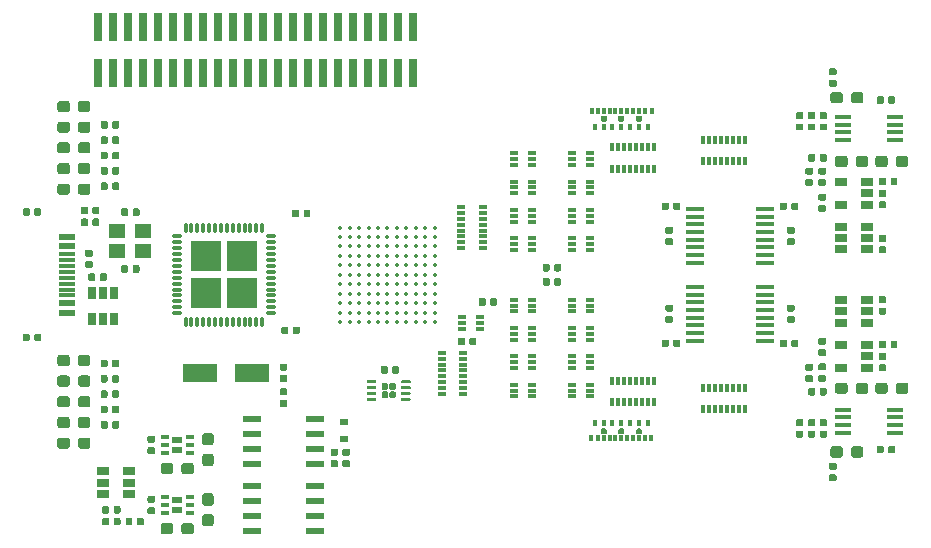
<source format=gtp>
G04 #@! TF.GenerationSoftware,KiCad,Pcbnew,5.1.5-52549c5~84~ubuntu19.10.1*
G04 #@! TF.CreationDate,2020-01-08T01:46:17+01:00*
G04 #@! TF.ProjectId,glasgow,676c6173-676f-4772-9e6b-696361645f70,rev?*
G04 #@! TF.SameCoordinates,Original*
G04 #@! TF.FileFunction,Paste,Top*
G04 #@! TF.FilePolarity,Positive*
%FSLAX46Y46*%
G04 Gerber Fmt 4.6, Leading zero omitted, Abs format (unit mm)*
G04 Created by KiCad (PCBNEW 5.1.5-52549c5~84~ubuntu19.10.1) date 2020-01-08 01:46:17*
%MOMM*%
%LPD*%
G04 APERTURE LIST*
%ADD10C,0.100000*%
%ADD11R,1.450000X0.600000*%
%ADD12R,1.450000X0.300000*%
%ADD13R,3.000000X1.600000*%
%ADD14R,1.060000X0.650000*%
%ADD15R,0.650000X0.350000*%
%ADD16R,0.820000X0.630000*%
%ADD17R,1.400000X1.200000*%
%ADD18R,0.700000X0.350000*%
%ADD19R,0.700000X0.600000*%
%ADD20R,0.300000X0.500000*%
%ADD21R,0.450000X0.500000*%
%ADD22C,0.350000*%
%ADD23R,0.800000X0.300000*%
%ADD24R,1.500000X0.450000*%
%ADD25R,0.300000X0.800000*%
%ADD26R,1.450000X0.450000*%
%ADD27R,0.740000X2.400000*%
%ADD28R,2.600000X2.600000*%
%ADD29O,0.280000X1.000000*%
%ADD30O,1.000000X0.280000*%
%ADD31R,0.650000X1.060000*%
%ADD32R,1.550000X0.600000*%
G04 APERTURE END LIST*
D10*
G36*
X53276958Y-100480710D02*
G01*
X53291276Y-100482834D01*
X53305317Y-100486351D01*
X53318946Y-100491228D01*
X53332031Y-100497417D01*
X53344447Y-100504858D01*
X53356073Y-100513481D01*
X53366798Y-100523202D01*
X53376519Y-100533927D01*
X53385142Y-100545553D01*
X53392583Y-100557969D01*
X53398772Y-100571054D01*
X53403649Y-100584683D01*
X53407166Y-100598724D01*
X53409290Y-100613042D01*
X53410000Y-100627500D01*
X53410000Y-100972500D01*
X53409290Y-100986958D01*
X53407166Y-101001276D01*
X53403649Y-101015317D01*
X53398772Y-101028946D01*
X53392583Y-101042031D01*
X53385142Y-101054447D01*
X53376519Y-101066073D01*
X53366798Y-101076798D01*
X53356073Y-101086519D01*
X53344447Y-101095142D01*
X53332031Y-101102583D01*
X53318946Y-101108772D01*
X53305317Y-101113649D01*
X53291276Y-101117166D01*
X53276958Y-101119290D01*
X53262500Y-101120000D01*
X52967500Y-101120000D01*
X52953042Y-101119290D01*
X52938724Y-101117166D01*
X52924683Y-101113649D01*
X52911054Y-101108772D01*
X52897969Y-101102583D01*
X52885553Y-101095142D01*
X52873927Y-101086519D01*
X52863202Y-101076798D01*
X52853481Y-101066073D01*
X52844858Y-101054447D01*
X52837417Y-101042031D01*
X52831228Y-101028946D01*
X52826351Y-101015317D01*
X52822834Y-101001276D01*
X52820710Y-100986958D01*
X52820000Y-100972500D01*
X52820000Y-100627500D01*
X52820710Y-100613042D01*
X52822834Y-100598724D01*
X52826351Y-100584683D01*
X52831228Y-100571054D01*
X52837417Y-100557969D01*
X52844858Y-100545553D01*
X52853481Y-100533927D01*
X52863202Y-100523202D01*
X52873927Y-100513481D01*
X52885553Y-100504858D01*
X52897969Y-100497417D01*
X52911054Y-100491228D01*
X52924683Y-100486351D01*
X52938724Y-100482834D01*
X52953042Y-100480710D01*
X52967500Y-100480000D01*
X53262500Y-100480000D01*
X53276958Y-100480710D01*
G37*
G36*
X54246958Y-100480710D02*
G01*
X54261276Y-100482834D01*
X54275317Y-100486351D01*
X54288946Y-100491228D01*
X54302031Y-100497417D01*
X54314447Y-100504858D01*
X54326073Y-100513481D01*
X54336798Y-100523202D01*
X54346519Y-100533927D01*
X54355142Y-100545553D01*
X54362583Y-100557969D01*
X54368772Y-100571054D01*
X54373649Y-100584683D01*
X54377166Y-100598724D01*
X54379290Y-100613042D01*
X54380000Y-100627500D01*
X54380000Y-100972500D01*
X54379290Y-100986958D01*
X54377166Y-101001276D01*
X54373649Y-101015317D01*
X54368772Y-101028946D01*
X54362583Y-101042031D01*
X54355142Y-101054447D01*
X54346519Y-101066073D01*
X54336798Y-101076798D01*
X54326073Y-101086519D01*
X54314447Y-101095142D01*
X54302031Y-101102583D01*
X54288946Y-101108772D01*
X54275317Y-101113649D01*
X54261276Y-101117166D01*
X54246958Y-101119290D01*
X54232500Y-101120000D01*
X53937500Y-101120000D01*
X53923042Y-101119290D01*
X53908724Y-101117166D01*
X53894683Y-101113649D01*
X53881054Y-101108772D01*
X53867969Y-101102583D01*
X53855553Y-101095142D01*
X53843927Y-101086519D01*
X53833202Y-101076798D01*
X53823481Y-101066073D01*
X53814858Y-101054447D01*
X53807417Y-101042031D01*
X53801228Y-101028946D01*
X53796351Y-101015317D01*
X53792834Y-101001276D01*
X53790710Y-100986958D01*
X53790000Y-100972500D01*
X53790000Y-100627500D01*
X53790710Y-100613042D01*
X53792834Y-100598724D01*
X53796351Y-100584683D01*
X53801228Y-100571054D01*
X53807417Y-100557969D01*
X53814858Y-100545553D01*
X53823481Y-100533927D01*
X53833202Y-100523202D01*
X53843927Y-100513481D01*
X53855553Y-100504858D01*
X53867969Y-100497417D01*
X53881054Y-100491228D01*
X53894683Y-100486351D01*
X53908724Y-100482834D01*
X53923042Y-100480710D01*
X53937500Y-100480000D01*
X54232500Y-100480000D01*
X54246958Y-100480710D01*
G37*
G36*
X53276958Y-89855710D02*
G01*
X53291276Y-89857834D01*
X53305317Y-89861351D01*
X53318946Y-89866228D01*
X53332031Y-89872417D01*
X53344447Y-89879858D01*
X53356073Y-89888481D01*
X53366798Y-89898202D01*
X53376519Y-89908927D01*
X53385142Y-89920553D01*
X53392583Y-89932969D01*
X53398772Y-89946054D01*
X53403649Y-89959683D01*
X53407166Y-89973724D01*
X53409290Y-89988042D01*
X53410000Y-90002500D01*
X53410000Y-90347500D01*
X53409290Y-90361958D01*
X53407166Y-90376276D01*
X53403649Y-90390317D01*
X53398772Y-90403946D01*
X53392583Y-90417031D01*
X53385142Y-90429447D01*
X53376519Y-90441073D01*
X53366798Y-90451798D01*
X53356073Y-90461519D01*
X53344447Y-90470142D01*
X53332031Y-90477583D01*
X53318946Y-90483772D01*
X53305317Y-90488649D01*
X53291276Y-90492166D01*
X53276958Y-90494290D01*
X53262500Y-90495000D01*
X52967500Y-90495000D01*
X52953042Y-90494290D01*
X52938724Y-90492166D01*
X52924683Y-90488649D01*
X52911054Y-90483772D01*
X52897969Y-90477583D01*
X52885553Y-90470142D01*
X52873927Y-90461519D01*
X52863202Y-90451798D01*
X52853481Y-90441073D01*
X52844858Y-90429447D01*
X52837417Y-90417031D01*
X52831228Y-90403946D01*
X52826351Y-90390317D01*
X52822834Y-90376276D01*
X52820710Y-90361958D01*
X52820000Y-90347500D01*
X52820000Y-90002500D01*
X52820710Y-89988042D01*
X52822834Y-89973724D01*
X52826351Y-89959683D01*
X52831228Y-89946054D01*
X52837417Y-89932969D01*
X52844858Y-89920553D01*
X52853481Y-89908927D01*
X52863202Y-89898202D01*
X52873927Y-89888481D01*
X52885553Y-89879858D01*
X52897969Y-89872417D01*
X52911054Y-89866228D01*
X52924683Y-89861351D01*
X52938724Y-89857834D01*
X52953042Y-89855710D01*
X52967500Y-89855000D01*
X53262500Y-89855000D01*
X53276958Y-89855710D01*
G37*
G36*
X54246958Y-89855710D02*
G01*
X54261276Y-89857834D01*
X54275317Y-89861351D01*
X54288946Y-89866228D01*
X54302031Y-89872417D01*
X54314447Y-89879858D01*
X54326073Y-89888481D01*
X54336798Y-89898202D01*
X54346519Y-89908927D01*
X54355142Y-89920553D01*
X54362583Y-89932969D01*
X54368772Y-89946054D01*
X54373649Y-89959683D01*
X54377166Y-89973724D01*
X54379290Y-89988042D01*
X54380000Y-90002500D01*
X54380000Y-90347500D01*
X54379290Y-90361958D01*
X54377166Y-90376276D01*
X54373649Y-90390317D01*
X54368772Y-90403946D01*
X54362583Y-90417031D01*
X54355142Y-90429447D01*
X54346519Y-90441073D01*
X54336798Y-90451798D01*
X54326073Y-90461519D01*
X54314447Y-90470142D01*
X54302031Y-90477583D01*
X54288946Y-90483772D01*
X54275317Y-90488649D01*
X54261276Y-90492166D01*
X54246958Y-90494290D01*
X54232500Y-90495000D01*
X53937500Y-90495000D01*
X53923042Y-90494290D01*
X53908724Y-90492166D01*
X53894683Y-90488649D01*
X53881054Y-90483772D01*
X53867969Y-90477583D01*
X53855553Y-90470142D01*
X53843927Y-90461519D01*
X53833202Y-90451798D01*
X53823481Y-90441073D01*
X53814858Y-90429447D01*
X53807417Y-90417031D01*
X53801228Y-90403946D01*
X53796351Y-90390317D01*
X53792834Y-90376276D01*
X53790710Y-90361958D01*
X53790000Y-90347500D01*
X53790000Y-90002500D01*
X53790710Y-89988042D01*
X53792834Y-89973724D01*
X53796351Y-89959683D01*
X53801228Y-89946054D01*
X53807417Y-89932969D01*
X53814858Y-89920553D01*
X53823481Y-89908927D01*
X53833202Y-89898202D01*
X53843927Y-89888481D01*
X53855553Y-89879858D01*
X53867969Y-89872417D01*
X53881054Y-89866228D01*
X53894683Y-89861351D01*
X53908724Y-89857834D01*
X53923042Y-89855710D01*
X53937500Y-89855000D01*
X54232500Y-89855000D01*
X54246958Y-89855710D01*
G37*
D11*
X56550000Y-93100000D03*
X56550000Y-97900000D03*
X56550000Y-98700000D03*
X56550000Y-92300000D03*
X56550000Y-98700000D03*
X56550000Y-97900000D03*
D12*
X56550000Y-97250000D03*
X56550000Y-96750000D03*
X56550000Y-96250000D03*
X56550000Y-95750000D03*
X56550000Y-95250000D03*
X56550000Y-94750000D03*
X56550000Y-94250000D03*
X56550000Y-93750000D03*
D11*
X56550000Y-93100000D03*
X56550000Y-92300000D03*
D13*
X67800000Y-103850000D03*
X72200000Y-103850000D03*
D14*
X122100000Y-89550000D03*
X122100000Y-87650000D03*
X124300000Y-87650000D03*
X124300000Y-88600000D03*
X124300000Y-89550000D03*
D15*
X66950000Y-110550000D03*
X66950000Y-109900000D03*
X66950000Y-109250000D03*
X64850000Y-109250000D03*
X64850000Y-109900000D03*
X64850000Y-110550000D03*
D16*
X65900000Y-110300000D03*
X65900000Y-109500000D03*
D15*
X66950000Y-115650000D03*
X66950000Y-115000000D03*
X66950000Y-114350000D03*
X64850000Y-114350000D03*
X64850000Y-115000000D03*
X64850000Y-115650000D03*
D16*
X65900000Y-115400000D03*
X65900000Y-114600000D03*
D10*
G36*
X65335779Y-111426144D02*
G01*
X65358834Y-111429563D01*
X65381443Y-111435227D01*
X65403387Y-111443079D01*
X65424457Y-111453044D01*
X65444448Y-111465026D01*
X65463168Y-111478910D01*
X65480438Y-111494562D01*
X65496090Y-111511832D01*
X65509974Y-111530552D01*
X65521956Y-111550543D01*
X65531921Y-111571613D01*
X65539773Y-111593557D01*
X65545437Y-111616166D01*
X65548856Y-111639221D01*
X65550000Y-111662500D01*
X65550000Y-112137500D01*
X65548856Y-112160779D01*
X65545437Y-112183834D01*
X65539773Y-112206443D01*
X65531921Y-112228387D01*
X65521956Y-112249457D01*
X65509974Y-112269448D01*
X65496090Y-112288168D01*
X65480438Y-112305438D01*
X65463168Y-112321090D01*
X65444448Y-112334974D01*
X65424457Y-112346956D01*
X65403387Y-112356921D01*
X65381443Y-112364773D01*
X65358834Y-112370437D01*
X65335779Y-112373856D01*
X65312500Y-112375000D01*
X64737500Y-112375000D01*
X64714221Y-112373856D01*
X64691166Y-112370437D01*
X64668557Y-112364773D01*
X64646613Y-112356921D01*
X64625543Y-112346956D01*
X64605552Y-112334974D01*
X64586832Y-112321090D01*
X64569562Y-112305438D01*
X64553910Y-112288168D01*
X64540026Y-112269448D01*
X64528044Y-112249457D01*
X64518079Y-112228387D01*
X64510227Y-112206443D01*
X64504563Y-112183834D01*
X64501144Y-112160779D01*
X64500000Y-112137500D01*
X64500000Y-111662500D01*
X64501144Y-111639221D01*
X64504563Y-111616166D01*
X64510227Y-111593557D01*
X64518079Y-111571613D01*
X64528044Y-111550543D01*
X64540026Y-111530552D01*
X64553910Y-111511832D01*
X64569562Y-111494562D01*
X64586832Y-111478910D01*
X64605552Y-111465026D01*
X64625543Y-111453044D01*
X64646613Y-111443079D01*
X64668557Y-111435227D01*
X64691166Y-111429563D01*
X64714221Y-111426144D01*
X64737500Y-111425000D01*
X65312500Y-111425000D01*
X65335779Y-111426144D01*
G37*
G36*
X67085779Y-111426144D02*
G01*
X67108834Y-111429563D01*
X67131443Y-111435227D01*
X67153387Y-111443079D01*
X67174457Y-111453044D01*
X67194448Y-111465026D01*
X67213168Y-111478910D01*
X67230438Y-111494562D01*
X67246090Y-111511832D01*
X67259974Y-111530552D01*
X67271956Y-111550543D01*
X67281921Y-111571613D01*
X67289773Y-111593557D01*
X67295437Y-111616166D01*
X67298856Y-111639221D01*
X67300000Y-111662500D01*
X67300000Y-112137500D01*
X67298856Y-112160779D01*
X67295437Y-112183834D01*
X67289773Y-112206443D01*
X67281921Y-112228387D01*
X67271956Y-112249457D01*
X67259974Y-112269448D01*
X67246090Y-112288168D01*
X67230438Y-112305438D01*
X67213168Y-112321090D01*
X67194448Y-112334974D01*
X67174457Y-112346956D01*
X67153387Y-112356921D01*
X67131443Y-112364773D01*
X67108834Y-112370437D01*
X67085779Y-112373856D01*
X67062500Y-112375000D01*
X66487500Y-112375000D01*
X66464221Y-112373856D01*
X66441166Y-112370437D01*
X66418557Y-112364773D01*
X66396613Y-112356921D01*
X66375543Y-112346956D01*
X66355552Y-112334974D01*
X66336832Y-112321090D01*
X66319562Y-112305438D01*
X66303910Y-112288168D01*
X66290026Y-112269448D01*
X66278044Y-112249457D01*
X66268079Y-112228387D01*
X66260227Y-112206443D01*
X66254563Y-112183834D01*
X66251144Y-112160779D01*
X66250000Y-112137500D01*
X66250000Y-111662500D01*
X66251144Y-111639221D01*
X66254563Y-111616166D01*
X66260227Y-111593557D01*
X66268079Y-111571613D01*
X66278044Y-111550543D01*
X66290026Y-111530552D01*
X66303910Y-111511832D01*
X66319562Y-111494562D01*
X66336832Y-111478910D01*
X66355552Y-111465026D01*
X66375543Y-111453044D01*
X66396613Y-111443079D01*
X66418557Y-111435227D01*
X66441166Y-111429563D01*
X66464221Y-111426144D01*
X66487500Y-111425000D01*
X67062500Y-111425000D01*
X67085779Y-111426144D01*
G37*
D17*
X60825000Y-91750000D03*
X63025000Y-91750000D03*
X63025000Y-93450000D03*
X60825000Y-93450000D03*
D10*
G36*
X58335779Y-109276144D02*
G01*
X58358834Y-109279563D01*
X58381443Y-109285227D01*
X58403387Y-109293079D01*
X58424457Y-109303044D01*
X58444448Y-109315026D01*
X58463168Y-109328910D01*
X58480438Y-109344562D01*
X58496090Y-109361832D01*
X58509974Y-109380552D01*
X58521956Y-109400543D01*
X58531921Y-109421613D01*
X58539773Y-109443557D01*
X58545437Y-109466166D01*
X58548856Y-109489221D01*
X58550000Y-109512500D01*
X58550000Y-109987500D01*
X58548856Y-110010779D01*
X58545437Y-110033834D01*
X58539773Y-110056443D01*
X58531921Y-110078387D01*
X58521956Y-110099457D01*
X58509974Y-110119448D01*
X58496090Y-110138168D01*
X58480438Y-110155438D01*
X58463168Y-110171090D01*
X58444448Y-110184974D01*
X58424457Y-110196956D01*
X58403387Y-110206921D01*
X58381443Y-110214773D01*
X58358834Y-110220437D01*
X58335779Y-110223856D01*
X58312500Y-110225000D01*
X57737500Y-110225000D01*
X57714221Y-110223856D01*
X57691166Y-110220437D01*
X57668557Y-110214773D01*
X57646613Y-110206921D01*
X57625543Y-110196956D01*
X57605552Y-110184974D01*
X57586832Y-110171090D01*
X57569562Y-110155438D01*
X57553910Y-110138168D01*
X57540026Y-110119448D01*
X57528044Y-110099457D01*
X57518079Y-110078387D01*
X57510227Y-110056443D01*
X57504563Y-110033834D01*
X57501144Y-110010779D01*
X57500000Y-109987500D01*
X57500000Y-109512500D01*
X57501144Y-109489221D01*
X57504563Y-109466166D01*
X57510227Y-109443557D01*
X57518079Y-109421613D01*
X57528044Y-109400543D01*
X57540026Y-109380552D01*
X57553910Y-109361832D01*
X57569562Y-109344562D01*
X57586832Y-109328910D01*
X57605552Y-109315026D01*
X57625543Y-109303044D01*
X57646613Y-109293079D01*
X57668557Y-109285227D01*
X57691166Y-109279563D01*
X57714221Y-109276144D01*
X57737500Y-109275000D01*
X58312500Y-109275000D01*
X58335779Y-109276144D01*
G37*
G36*
X56585779Y-109276144D02*
G01*
X56608834Y-109279563D01*
X56631443Y-109285227D01*
X56653387Y-109293079D01*
X56674457Y-109303044D01*
X56694448Y-109315026D01*
X56713168Y-109328910D01*
X56730438Y-109344562D01*
X56746090Y-109361832D01*
X56759974Y-109380552D01*
X56771956Y-109400543D01*
X56781921Y-109421613D01*
X56789773Y-109443557D01*
X56795437Y-109466166D01*
X56798856Y-109489221D01*
X56800000Y-109512500D01*
X56800000Y-109987500D01*
X56798856Y-110010779D01*
X56795437Y-110033834D01*
X56789773Y-110056443D01*
X56781921Y-110078387D01*
X56771956Y-110099457D01*
X56759974Y-110119448D01*
X56746090Y-110138168D01*
X56730438Y-110155438D01*
X56713168Y-110171090D01*
X56694448Y-110184974D01*
X56674457Y-110196956D01*
X56653387Y-110206921D01*
X56631443Y-110214773D01*
X56608834Y-110220437D01*
X56585779Y-110223856D01*
X56562500Y-110225000D01*
X55987500Y-110225000D01*
X55964221Y-110223856D01*
X55941166Y-110220437D01*
X55918557Y-110214773D01*
X55896613Y-110206921D01*
X55875543Y-110196956D01*
X55855552Y-110184974D01*
X55836832Y-110171090D01*
X55819562Y-110155438D01*
X55803910Y-110138168D01*
X55790026Y-110119448D01*
X55778044Y-110099457D01*
X55768079Y-110078387D01*
X55760227Y-110056443D01*
X55754563Y-110033834D01*
X55751144Y-110010779D01*
X55750000Y-109987500D01*
X55750000Y-109512500D01*
X55751144Y-109489221D01*
X55754563Y-109466166D01*
X55760227Y-109443557D01*
X55768079Y-109421613D01*
X55778044Y-109400543D01*
X55790026Y-109380552D01*
X55803910Y-109361832D01*
X55819562Y-109344562D01*
X55836832Y-109328910D01*
X55855552Y-109315026D01*
X55875543Y-109303044D01*
X55896613Y-109293079D01*
X55918557Y-109285227D01*
X55941166Y-109279563D01*
X55964221Y-109276144D01*
X55987500Y-109275000D01*
X56562500Y-109275000D01*
X56585779Y-109276144D01*
G37*
G36*
X58335779Y-107526144D02*
G01*
X58358834Y-107529563D01*
X58381443Y-107535227D01*
X58403387Y-107543079D01*
X58424457Y-107553044D01*
X58444448Y-107565026D01*
X58463168Y-107578910D01*
X58480438Y-107594562D01*
X58496090Y-107611832D01*
X58509974Y-107630552D01*
X58521956Y-107650543D01*
X58531921Y-107671613D01*
X58539773Y-107693557D01*
X58545437Y-107716166D01*
X58548856Y-107739221D01*
X58550000Y-107762500D01*
X58550000Y-108237500D01*
X58548856Y-108260779D01*
X58545437Y-108283834D01*
X58539773Y-108306443D01*
X58531921Y-108328387D01*
X58521956Y-108349457D01*
X58509974Y-108369448D01*
X58496090Y-108388168D01*
X58480438Y-108405438D01*
X58463168Y-108421090D01*
X58444448Y-108434974D01*
X58424457Y-108446956D01*
X58403387Y-108456921D01*
X58381443Y-108464773D01*
X58358834Y-108470437D01*
X58335779Y-108473856D01*
X58312500Y-108475000D01*
X57737500Y-108475000D01*
X57714221Y-108473856D01*
X57691166Y-108470437D01*
X57668557Y-108464773D01*
X57646613Y-108456921D01*
X57625543Y-108446956D01*
X57605552Y-108434974D01*
X57586832Y-108421090D01*
X57569562Y-108405438D01*
X57553910Y-108388168D01*
X57540026Y-108369448D01*
X57528044Y-108349457D01*
X57518079Y-108328387D01*
X57510227Y-108306443D01*
X57504563Y-108283834D01*
X57501144Y-108260779D01*
X57500000Y-108237500D01*
X57500000Y-107762500D01*
X57501144Y-107739221D01*
X57504563Y-107716166D01*
X57510227Y-107693557D01*
X57518079Y-107671613D01*
X57528044Y-107650543D01*
X57540026Y-107630552D01*
X57553910Y-107611832D01*
X57569562Y-107594562D01*
X57586832Y-107578910D01*
X57605552Y-107565026D01*
X57625543Y-107553044D01*
X57646613Y-107543079D01*
X57668557Y-107535227D01*
X57691166Y-107529563D01*
X57714221Y-107526144D01*
X57737500Y-107525000D01*
X58312500Y-107525000D01*
X58335779Y-107526144D01*
G37*
G36*
X56585779Y-107526144D02*
G01*
X56608834Y-107529563D01*
X56631443Y-107535227D01*
X56653387Y-107543079D01*
X56674457Y-107553044D01*
X56694448Y-107565026D01*
X56713168Y-107578910D01*
X56730438Y-107594562D01*
X56746090Y-107611832D01*
X56759974Y-107630552D01*
X56771956Y-107650543D01*
X56781921Y-107671613D01*
X56789773Y-107693557D01*
X56795437Y-107716166D01*
X56798856Y-107739221D01*
X56800000Y-107762500D01*
X56800000Y-108237500D01*
X56798856Y-108260779D01*
X56795437Y-108283834D01*
X56789773Y-108306443D01*
X56781921Y-108328387D01*
X56771956Y-108349457D01*
X56759974Y-108369448D01*
X56746090Y-108388168D01*
X56730438Y-108405438D01*
X56713168Y-108421090D01*
X56694448Y-108434974D01*
X56674457Y-108446956D01*
X56653387Y-108456921D01*
X56631443Y-108464773D01*
X56608834Y-108470437D01*
X56585779Y-108473856D01*
X56562500Y-108475000D01*
X55987500Y-108475000D01*
X55964221Y-108473856D01*
X55941166Y-108470437D01*
X55918557Y-108464773D01*
X55896613Y-108456921D01*
X55875543Y-108446956D01*
X55855552Y-108434974D01*
X55836832Y-108421090D01*
X55819562Y-108405438D01*
X55803910Y-108388168D01*
X55790026Y-108369448D01*
X55778044Y-108349457D01*
X55768079Y-108328387D01*
X55760227Y-108306443D01*
X55754563Y-108283834D01*
X55751144Y-108260779D01*
X55750000Y-108237500D01*
X55750000Y-107762500D01*
X55751144Y-107739221D01*
X55754563Y-107716166D01*
X55760227Y-107693557D01*
X55768079Y-107671613D01*
X55778044Y-107650543D01*
X55790026Y-107630552D01*
X55803910Y-107611832D01*
X55819562Y-107594562D01*
X55836832Y-107578910D01*
X55855552Y-107565026D01*
X55875543Y-107553044D01*
X55896613Y-107543079D01*
X55918557Y-107535227D01*
X55941166Y-107529563D01*
X55964221Y-107526144D01*
X55987500Y-107525000D01*
X56562500Y-107525000D01*
X56585779Y-107526144D01*
G37*
G36*
X58335779Y-105776144D02*
G01*
X58358834Y-105779563D01*
X58381443Y-105785227D01*
X58403387Y-105793079D01*
X58424457Y-105803044D01*
X58444448Y-105815026D01*
X58463168Y-105828910D01*
X58480438Y-105844562D01*
X58496090Y-105861832D01*
X58509974Y-105880552D01*
X58521956Y-105900543D01*
X58531921Y-105921613D01*
X58539773Y-105943557D01*
X58545437Y-105966166D01*
X58548856Y-105989221D01*
X58550000Y-106012500D01*
X58550000Y-106487500D01*
X58548856Y-106510779D01*
X58545437Y-106533834D01*
X58539773Y-106556443D01*
X58531921Y-106578387D01*
X58521956Y-106599457D01*
X58509974Y-106619448D01*
X58496090Y-106638168D01*
X58480438Y-106655438D01*
X58463168Y-106671090D01*
X58444448Y-106684974D01*
X58424457Y-106696956D01*
X58403387Y-106706921D01*
X58381443Y-106714773D01*
X58358834Y-106720437D01*
X58335779Y-106723856D01*
X58312500Y-106725000D01*
X57737500Y-106725000D01*
X57714221Y-106723856D01*
X57691166Y-106720437D01*
X57668557Y-106714773D01*
X57646613Y-106706921D01*
X57625543Y-106696956D01*
X57605552Y-106684974D01*
X57586832Y-106671090D01*
X57569562Y-106655438D01*
X57553910Y-106638168D01*
X57540026Y-106619448D01*
X57528044Y-106599457D01*
X57518079Y-106578387D01*
X57510227Y-106556443D01*
X57504563Y-106533834D01*
X57501144Y-106510779D01*
X57500000Y-106487500D01*
X57500000Y-106012500D01*
X57501144Y-105989221D01*
X57504563Y-105966166D01*
X57510227Y-105943557D01*
X57518079Y-105921613D01*
X57528044Y-105900543D01*
X57540026Y-105880552D01*
X57553910Y-105861832D01*
X57569562Y-105844562D01*
X57586832Y-105828910D01*
X57605552Y-105815026D01*
X57625543Y-105803044D01*
X57646613Y-105793079D01*
X57668557Y-105785227D01*
X57691166Y-105779563D01*
X57714221Y-105776144D01*
X57737500Y-105775000D01*
X58312500Y-105775000D01*
X58335779Y-105776144D01*
G37*
G36*
X56585779Y-105776144D02*
G01*
X56608834Y-105779563D01*
X56631443Y-105785227D01*
X56653387Y-105793079D01*
X56674457Y-105803044D01*
X56694448Y-105815026D01*
X56713168Y-105828910D01*
X56730438Y-105844562D01*
X56746090Y-105861832D01*
X56759974Y-105880552D01*
X56771956Y-105900543D01*
X56781921Y-105921613D01*
X56789773Y-105943557D01*
X56795437Y-105966166D01*
X56798856Y-105989221D01*
X56800000Y-106012500D01*
X56800000Y-106487500D01*
X56798856Y-106510779D01*
X56795437Y-106533834D01*
X56789773Y-106556443D01*
X56781921Y-106578387D01*
X56771956Y-106599457D01*
X56759974Y-106619448D01*
X56746090Y-106638168D01*
X56730438Y-106655438D01*
X56713168Y-106671090D01*
X56694448Y-106684974D01*
X56674457Y-106696956D01*
X56653387Y-106706921D01*
X56631443Y-106714773D01*
X56608834Y-106720437D01*
X56585779Y-106723856D01*
X56562500Y-106725000D01*
X55987500Y-106725000D01*
X55964221Y-106723856D01*
X55941166Y-106720437D01*
X55918557Y-106714773D01*
X55896613Y-106706921D01*
X55875543Y-106696956D01*
X55855552Y-106684974D01*
X55836832Y-106671090D01*
X55819562Y-106655438D01*
X55803910Y-106638168D01*
X55790026Y-106619448D01*
X55778044Y-106599457D01*
X55768079Y-106578387D01*
X55760227Y-106556443D01*
X55754563Y-106533834D01*
X55751144Y-106510779D01*
X55750000Y-106487500D01*
X55750000Y-106012500D01*
X55751144Y-105989221D01*
X55754563Y-105966166D01*
X55760227Y-105943557D01*
X55768079Y-105921613D01*
X55778044Y-105900543D01*
X55790026Y-105880552D01*
X55803910Y-105861832D01*
X55819562Y-105844562D01*
X55836832Y-105828910D01*
X55855552Y-105815026D01*
X55875543Y-105803044D01*
X55896613Y-105793079D01*
X55918557Y-105785227D01*
X55941166Y-105779563D01*
X55964221Y-105776144D01*
X55987500Y-105775000D01*
X56562500Y-105775000D01*
X56585779Y-105776144D01*
G37*
G36*
X58335779Y-104026144D02*
G01*
X58358834Y-104029563D01*
X58381443Y-104035227D01*
X58403387Y-104043079D01*
X58424457Y-104053044D01*
X58444448Y-104065026D01*
X58463168Y-104078910D01*
X58480438Y-104094562D01*
X58496090Y-104111832D01*
X58509974Y-104130552D01*
X58521956Y-104150543D01*
X58531921Y-104171613D01*
X58539773Y-104193557D01*
X58545437Y-104216166D01*
X58548856Y-104239221D01*
X58550000Y-104262500D01*
X58550000Y-104737500D01*
X58548856Y-104760779D01*
X58545437Y-104783834D01*
X58539773Y-104806443D01*
X58531921Y-104828387D01*
X58521956Y-104849457D01*
X58509974Y-104869448D01*
X58496090Y-104888168D01*
X58480438Y-104905438D01*
X58463168Y-104921090D01*
X58444448Y-104934974D01*
X58424457Y-104946956D01*
X58403387Y-104956921D01*
X58381443Y-104964773D01*
X58358834Y-104970437D01*
X58335779Y-104973856D01*
X58312500Y-104975000D01*
X57737500Y-104975000D01*
X57714221Y-104973856D01*
X57691166Y-104970437D01*
X57668557Y-104964773D01*
X57646613Y-104956921D01*
X57625543Y-104946956D01*
X57605552Y-104934974D01*
X57586832Y-104921090D01*
X57569562Y-104905438D01*
X57553910Y-104888168D01*
X57540026Y-104869448D01*
X57528044Y-104849457D01*
X57518079Y-104828387D01*
X57510227Y-104806443D01*
X57504563Y-104783834D01*
X57501144Y-104760779D01*
X57500000Y-104737500D01*
X57500000Y-104262500D01*
X57501144Y-104239221D01*
X57504563Y-104216166D01*
X57510227Y-104193557D01*
X57518079Y-104171613D01*
X57528044Y-104150543D01*
X57540026Y-104130552D01*
X57553910Y-104111832D01*
X57569562Y-104094562D01*
X57586832Y-104078910D01*
X57605552Y-104065026D01*
X57625543Y-104053044D01*
X57646613Y-104043079D01*
X57668557Y-104035227D01*
X57691166Y-104029563D01*
X57714221Y-104026144D01*
X57737500Y-104025000D01*
X58312500Y-104025000D01*
X58335779Y-104026144D01*
G37*
G36*
X56585779Y-104026144D02*
G01*
X56608834Y-104029563D01*
X56631443Y-104035227D01*
X56653387Y-104043079D01*
X56674457Y-104053044D01*
X56694448Y-104065026D01*
X56713168Y-104078910D01*
X56730438Y-104094562D01*
X56746090Y-104111832D01*
X56759974Y-104130552D01*
X56771956Y-104150543D01*
X56781921Y-104171613D01*
X56789773Y-104193557D01*
X56795437Y-104216166D01*
X56798856Y-104239221D01*
X56800000Y-104262500D01*
X56800000Y-104737500D01*
X56798856Y-104760779D01*
X56795437Y-104783834D01*
X56789773Y-104806443D01*
X56781921Y-104828387D01*
X56771956Y-104849457D01*
X56759974Y-104869448D01*
X56746090Y-104888168D01*
X56730438Y-104905438D01*
X56713168Y-104921090D01*
X56694448Y-104934974D01*
X56674457Y-104946956D01*
X56653387Y-104956921D01*
X56631443Y-104964773D01*
X56608834Y-104970437D01*
X56585779Y-104973856D01*
X56562500Y-104975000D01*
X55987500Y-104975000D01*
X55964221Y-104973856D01*
X55941166Y-104970437D01*
X55918557Y-104964773D01*
X55896613Y-104956921D01*
X55875543Y-104946956D01*
X55855552Y-104934974D01*
X55836832Y-104921090D01*
X55819562Y-104905438D01*
X55803910Y-104888168D01*
X55790026Y-104869448D01*
X55778044Y-104849457D01*
X55768079Y-104828387D01*
X55760227Y-104806443D01*
X55754563Y-104783834D01*
X55751144Y-104760779D01*
X55750000Y-104737500D01*
X55750000Y-104262500D01*
X55751144Y-104239221D01*
X55754563Y-104216166D01*
X55760227Y-104193557D01*
X55768079Y-104171613D01*
X55778044Y-104150543D01*
X55790026Y-104130552D01*
X55803910Y-104111832D01*
X55819562Y-104094562D01*
X55836832Y-104078910D01*
X55855552Y-104065026D01*
X55875543Y-104053044D01*
X55896613Y-104043079D01*
X55918557Y-104035227D01*
X55941166Y-104029563D01*
X55964221Y-104026144D01*
X55987500Y-104025000D01*
X56562500Y-104025000D01*
X56585779Y-104026144D01*
G37*
G36*
X58335779Y-102276144D02*
G01*
X58358834Y-102279563D01*
X58381443Y-102285227D01*
X58403387Y-102293079D01*
X58424457Y-102303044D01*
X58444448Y-102315026D01*
X58463168Y-102328910D01*
X58480438Y-102344562D01*
X58496090Y-102361832D01*
X58509974Y-102380552D01*
X58521956Y-102400543D01*
X58531921Y-102421613D01*
X58539773Y-102443557D01*
X58545437Y-102466166D01*
X58548856Y-102489221D01*
X58550000Y-102512500D01*
X58550000Y-102987500D01*
X58548856Y-103010779D01*
X58545437Y-103033834D01*
X58539773Y-103056443D01*
X58531921Y-103078387D01*
X58521956Y-103099457D01*
X58509974Y-103119448D01*
X58496090Y-103138168D01*
X58480438Y-103155438D01*
X58463168Y-103171090D01*
X58444448Y-103184974D01*
X58424457Y-103196956D01*
X58403387Y-103206921D01*
X58381443Y-103214773D01*
X58358834Y-103220437D01*
X58335779Y-103223856D01*
X58312500Y-103225000D01*
X57737500Y-103225000D01*
X57714221Y-103223856D01*
X57691166Y-103220437D01*
X57668557Y-103214773D01*
X57646613Y-103206921D01*
X57625543Y-103196956D01*
X57605552Y-103184974D01*
X57586832Y-103171090D01*
X57569562Y-103155438D01*
X57553910Y-103138168D01*
X57540026Y-103119448D01*
X57528044Y-103099457D01*
X57518079Y-103078387D01*
X57510227Y-103056443D01*
X57504563Y-103033834D01*
X57501144Y-103010779D01*
X57500000Y-102987500D01*
X57500000Y-102512500D01*
X57501144Y-102489221D01*
X57504563Y-102466166D01*
X57510227Y-102443557D01*
X57518079Y-102421613D01*
X57528044Y-102400543D01*
X57540026Y-102380552D01*
X57553910Y-102361832D01*
X57569562Y-102344562D01*
X57586832Y-102328910D01*
X57605552Y-102315026D01*
X57625543Y-102303044D01*
X57646613Y-102293079D01*
X57668557Y-102285227D01*
X57691166Y-102279563D01*
X57714221Y-102276144D01*
X57737500Y-102275000D01*
X58312500Y-102275000D01*
X58335779Y-102276144D01*
G37*
G36*
X56585779Y-102276144D02*
G01*
X56608834Y-102279563D01*
X56631443Y-102285227D01*
X56653387Y-102293079D01*
X56674457Y-102303044D01*
X56694448Y-102315026D01*
X56713168Y-102328910D01*
X56730438Y-102344562D01*
X56746090Y-102361832D01*
X56759974Y-102380552D01*
X56771956Y-102400543D01*
X56781921Y-102421613D01*
X56789773Y-102443557D01*
X56795437Y-102466166D01*
X56798856Y-102489221D01*
X56800000Y-102512500D01*
X56800000Y-102987500D01*
X56798856Y-103010779D01*
X56795437Y-103033834D01*
X56789773Y-103056443D01*
X56781921Y-103078387D01*
X56771956Y-103099457D01*
X56759974Y-103119448D01*
X56746090Y-103138168D01*
X56730438Y-103155438D01*
X56713168Y-103171090D01*
X56694448Y-103184974D01*
X56674457Y-103196956D01*
X56653387Y-103206921D01*
X56631443Y-103214773D01*
X56608834Y-103220437D01*
X56585779Y-103223856D01*
X56562500Y-103225000D01*
X55987500Y-103225000D01*
X55964221Y-103223856D01*
X55941166Y-103220437D01*
X55918557Y-103214773D01*
X55896613Y-103206921D01*
X55875543Y-103196956D01*
X55855552Y-103184974D01*
X55836832Y-103171090D01*
X55819562Y-103155438D01*
X55803910Y-103138168D01*
X55790026Y-103119448D01*
X55778044Y-103099457D01*
X55768079Y-103078387D01*
X55760227Y-103056443D01*
X55754563Y-103033834D01*
X55751144Y-103010779D01*
X55750000Y-102987500D01*
X55750000Y-102512500D01*
X55751144Y-102489221D01*
X55754563Y-102466166D01*
X55760227Y-102443557D01*
X55768079Y-102421613D01*
X55778044Y-102400543D01*
X55790026Y-102380552D01*
X55803910Y-102361832D01*
X55819562Y-102344562D01*
X55836832Y-102328910D01*
X55855552Y-102315026D01*
X55875543Y-102303044D01*
X55896613Y-102293079D01*
X55918557Y-102285227D01*
X55941166Y-102279563D01*
X55964221Y-102276144D01*
X55987500Y-102275000D01*
X56562500Y-102275000D01*
X56585779Y-102276144D01*
G37*
G36*
X58335779Y-87776144D02*
G01*
X58358834Y-87779563D01*
X58381443Y-87785227D01*
X58403387Y-87793079D01*
X58424457Y-87803044D01*
X58444448Y-87815026D01*
X58463168Y-87828910D01*
X58480438Y-87844562D01*
X58496090Y-87861832D01*
X58509974Y-87880552D01*
X58521956Y-87900543D01*
X58531921Y-87921613D01*
X58539773Y-87943557D01*
X58545437Y-87966166D01*
X58548856Y-87989221D01*
X58550000Y-88012500D01*
X58550000Y-88487500D01*
X58548856Y-88510779D01*
X58545437Y-88533834D01*
X58539773Y-88556443D01*
X58531921Y-88578387D01*
X58521956Y-88599457D01*
X58509974Y-88619448D01*
X58496090Y-88638168D01*
X58480438Y-88655438D01*
X58463168Y-88671090D01*
X58444448Y-88684974D01*
X58424457Y-88696956D01*
X58403387Y-88706921D01*
X58381443Y-88714773D01*
X58358834Y-88720437D01*
X58335779Y-88723856D01*
X58312500Y-88725000D01*
X57737500Y-88725000D01*
X57714221Y-88723856D01*
X57691166Y-88720437D01*
X57668557Y-88714773D01*
X57646613Y-88706921D01*
X57625543Y-88696956D01*
X57605552Y-88684974D01*
X57586832Y-88671090D01*
X57569562Y-88655438D01*
X57553910Y-88638168D01*
X57540026Y-88619448D01*
X57528044Y-88599457D01*
X57518079Y-88578387D01*
X57510227Y-88556443D01*
X57504563Y-88533834D01*
X57501144Y-88510779D01*
X57500000Y-88487500D01*
X57500000Y-88012500D01*
X57501144Y-87989221D01*
X57504563Y-87966166D01*
X57510227Y-87943557D01*
X57518079Y-87921613D01*
X57528044Y-87900543D01*
X57540026Y-87880552D01*
X57553910Y-87861832D01*
X57569562Y-87844562D01*
X57586832Y-87828910D01*
X57605552Y-87815026D01*
X57625543Y-87803044D01*
X57646613Y-87793079D01*
X57668557Y-87785227D01*
X57691166Y-87779563D01*
X57714221Y-87776144D01*
X57737500Y-87775000D01*
X58312500Y-87775000D01*
X58335779Y-87776144D01*
G37*
G36*
X56585779Y-87776144D02*
G01*
X56608834Y-87779563D01*
X56631443Y-87785227D01*
X56653387Y-87793079D01*
X56674457Y-87803044D01*
X56694448Y-87815026D01*
X56713168Y-87828910D01*
X56730438Y-87844562D01*
X56746090Y-87861832D01*
X56759974Y-87880552D01*
X56771956Y-87900543D01*
X56781921Y-87921613D01*
X56789773Y-87943557D01*
X56795437Y-87966166D01*
X56798856Y-87989221D01*
X56800000Y-88012500D01*
X56800000Y-88487500D01*
X56798856Y-88510779D01*
X56795437Y-88533834D01*
X56789773Y-88556443D01*
X56781921Y-88578387D01*
X56771956Y-88599457D01*
X56759974Y-88619448D01*
X56746090Y-88638168D01*
X56730438Y-88655438D01*
X56713168Y-88671090D01*
X56694448Y-88684974D01*
X56674457Y-88696956D01*
X56653387Y-88706921D01*
X56631443Y-88714773D01*
X56608834Y-88720437D01*
X56585779Y-88723856D01*
X56562500Y-88725000D01*
X55987500Y-88725000D01*
X55964221Y-88723856D01*
X55941166Y-88720437D01*
X55918557Y-88714773D01*
X55896613Y-88706921D01*
X55875543Y-88696956D01*
X55855552Y-88684974D01*
X55836832Y-88671090D01*
X55819562Y-88655438D01*
X55803910Y-88638168D01*
X55790026Y-88619448D01*
X55778044Y-88599457D01*
X55768079Y-88578387D01*
X55760227Y-88556443D01*
X55754563Y-88533834D01*
X55751144Y-88510779D01*
X55750000Y-88487500D01*
X55750000Y-88012500D01*
X55751144Y-87989221D01*
X55754563Y-87966166D01*
X55760227Y-87943557D01*
X55768079Y-87921613D01*
X55778044Y-87900543D01*
X55790026Y-87880552D01*
X55803910Y-87861832D01*
X55819562Y-87844562D01*
X55836832Y-87828910D01*
X55855552Y-87815026D01*
X55875543Y-87803044D01*
X55896613Y-87793079D01*
X55918557Y-87785227D01*
X55941166Y-87779563D01*
X55964221Y-87776144D01*
X55987500Y-87775000D01*
X56562500Y-87775000D01*
X56585779Y-87776144D01*
G37*
G36*
X58335779Y-86026144D02*
G01*
X58358834Y-86029563D01*
X58381443Y-86035227D01*
X58403387Y-86043079D01*
X58424457Y-86053044D01*
X58444448Y-86065026D01*
X58463168Y-86078910D01*
X58480438Y-86094562D01*
X58496090Y-86111832D01*
X58509974Y-86130552D01*
X58521956Y-86150543D01*
X58531921Y-86171613D01*
X58539773Y-86193557D01*
X58545437Y-86216166D01*
X58548856Y-86239221D01*
X58550000Y-86262500D01*
X58550000Y-86737500D01*
X58548856Y-86760779D01*
X58545437Y-86783834D01*
X58539773Y-86806443D01*
X58531921Y-86828387D01*
X58521956Y-86849457D01*
X58509974Y-86869448D01*
X58496090Y-86888168D01*
X58480438Y-86905438D01*
X58463168Y-86921090D01*
X58444448Y-86934974D01*
X58424457Y-86946956D01*
X58403387Y-86956921D01*
X58381443Y-86964773D01*
X58358834Y-86970437D01*
X58335779Y-86973856D01*
X58312500Y-86975000D01*
X57737500Y-86975000D01*
X57714221Y-86973856D01*
X57691166Y-86970437D01*
X57668557Y-86964773D01*
X57646613Y-86956921D01*
X57625543Y-86946956D01*
X57605552Y-86934974D01*
X57586832Y-86921090D01*
X57569562Y-86905438D01*
X57553910Y-86888168D01*
X57540026Y-86869448D01*
X57528044Y-86849457D01*
X57518079Y-86828387D01*
X57510227Y-86806443D01*
X57504563Y-86783834D01*
X57501144Y-86760779D01*
X57500000Y-86737500D01*
X57500000Y-86262500D01*
X57501144Y-86239221D01*
X57504563Y-86216166D01*
X57510227Y-86193557D01*
X57518079Y-86171613D01*
X57528044Y-86150543D01*
X57540026Y-86130552D01*
X57553910Y-86111832D01*
X57569562Y-86094562D01*
X57586832Y-86078910D01*
X57605552Y-86065026D01*
X57625543Y-86053044D01*
X57646613Y-86043079D01*
X57668557Y-86035227D01*
X57691166Y-86029563D01*
X57714221Y-86026144D01*
X57737500Y-86025000D01*
X58312500Y-86025000D01*
X58335779Y-86026144D01*
G37*
G36*
X56585779Y-86026144D02*
G01*
X56608834Y-86029563D01*
X56631443Y-86035227D01*
X56653387Y-86043079D01*
X56674457Y-86053044D01*
X56694448Y-86065026D01*
X56713168Y-86078910D01*
X56730438Y-86094562D01*
X56746090Y-86111832D01*
X56759974Y-86130552D01*
X56771956Y-86150543D01*
X56781921Y-86171613D01*
X56789773Y-86193557D01*
X56795437Y-86216166D01*
X56798856Y-86239221D01*
X56800000Y-86262500D01*
X56800000Y-86737500D01*
X56798856Y-86760779D01*
X56795437Y-86783834D01*
X56789773Y-86806443D01*
X56781921Y-86828387D01*
X56771956Y-86849457D01*
X56759974Y-86869448D01*
X56746090Y-86888168D01*
X56730438Y-86905438D01*
X56713168Y-86921090D01*
X56694448Y-86934974D01*
X56674457Y-86946956D01*
X56653387Y-86956921D01*
X56631443Y-86964773D01*
X56608834Y-86970437D01*
X56585779Y-86973856D01*
X56562500Y-86975000D01*
X55987500Y-86975000D01*
X55964221Y-86973856D01*
X55941166Y-86970437D01*
X55918557Y-86964773D01*
X55896613Y-86956921D01*
X55875543Y-86946956D01*
X55855552Y-86934974D01*
X55836832Y-86921090D01*
X55819562Y-86905438D01*
X55803910Y-86888168D01*
X55790026Y-86869448D01*
X55778044Y-86849457D01*
X55768079Y-86828387D01*
X55760227Y-86806443D01*
X55754563Y-86783834D01*
X55751144Y-86760779D01*
X55750000Y-86737500D01*
X55750000Y-86262500D01*
X55751144Y-86239221D01*
X55754563Y-86216166D01*
X55760227Y-86193557D01*
X55768079Y-86171613D01*
X55778044Y-86150543D01*
X55790026Y-86130552D01*
X55803910Y-86111832D01*
X55819562Y-86094562D01*
X55836832Y-86078910D01*
X55855552Y-86065026D01*
X55875543Y-86053044D01*
X55896613Y-86043079D01*
X55918557Y-86035227D01*
X55941166Y-86029563D01*
X55964221Y-86026144D01*
X55987500Y-86025000D01*
X56562500Y-86025000D01*
X56585779Y-86026144D01*
G37*
G36*
X58335779Y-84276144D02*
G01*
X58358834Y-84279563D01*
X58381443Y-84285227D01*
X58403387Y-84293079D01*
X58424457Y-84303044D01*
X58444448Y-84315026D01*
X58463168Y-84328910D01*
X58480438Y-84344562D01*
X58496090Y-84361832D01*
X58509974Y-84380552D01*
X58521956Y-84400543D01*
X58531921Y-84421613D01*
X58539773Y-84443557D01*
X58545437Y-84466166D01*
X58548856Y-84489221D01*
X58550000Y-84512500D01*
X58550000Y-84987500D01*
X58548856Y-85010779D01*
X58545437Y-85033834D01*
X58539773Y-85056443D01*
X58531921Y-85078387D01*
X58521956Y-85099457D01*
X58509974Y-85119448D01*
X58496090Y-85138168D01*
X58480438Y-85155438D01*
X58463168Y-85171090D01*
X58444448Y-85184974D01*
X58424457Y-85196956D01*
X58403387Y-85206921D01*
X58381443Y-85214773D01*
X58358834Y-85220437D01*
X58335779Y-85223856D01*
X58312500Y-85225000D01*
X57737500Y-85225000D01*
X57714221Y-85223856D01*
X57691166Y-85220437D01*
X57668557Y-85214773D01*
X57646613Y-85206921D01*
X57625543Y-85196956D01*
X57605552Y-85184974D01*
X57586832Y-85171090D01*
X57569562Y-85155438D01*
X57553910Y-85138168D01*
X57540026Y-85119448D01*
X57528044Y-85099457D01*
X57518079Y-85078387D01*
X57510227Y-85056443D01*
X57504563Y-85033834D01*
X57501144Y-85010779D01*
X57500000Y-84987500D01*
X57500000Y-84512500D01*
X57501144Y-84489221D01*
X57504563Y-84466166D01*
X57510227Y-84443557D01*
X57518079Y-84421613D01*
X57528044Y-84400543D01*
X57540026Y-84380552D01*
X57553910Y-84361832D01*
X57569562Y-84344562D01*
X57586832Y-84328910D01*
X57605552Y-84315026D01*
X57625543Y-84303044D01*
X57646613Y-84293079D01*
X57668557Y-84285227D01*
X57691166Y-84279563D01*
X57714221Y-84276144D01*
X57737500Y-84275000D01*
X58312500Y-84275000D01*
X58335779Y-84276144D01*
G37*
G36*
X56585779Y-84276144D02*
G01*
X56608834Y-84279563D01*
X56631443Y-84285227D01*
X56653387Y-84293079D01*
X56674457Y-84303044D01*
X56694448Y-84315026D01*
X56713168Y-84328910D01*
X56730438Y-84344562D01*
X56746090Y-84361832D01*
X56759974Y-84380552D01*
X56771956Y-84400543D01*
X56781921Y-84421613D01*
X56789773Y-84443557D01*
X56795437Y-84466166D01*
X56798856Y-84489221D01*
X56800000Y-84512500D01*
X56800000Y-84987500D01*
X56798856Y-85010779D01*
X56795437Y-85033834D01*
X56789773Y-85056443D01*
X56781921Y-85078387D01*
X56771956Y-85099457D01*
X56759974Y-85119448D01*
X56746090Y-85138168D01*
X56730438Y-85155438D01*
X56713168Y-85171090D01*
X56694448Y-85184974D01*
X56674457Y-85196956D01*
X56653387Y-85206921D01*
X56631443Y-85214773D01*
X56608834Y-85220437D01*
X56585779Y-85223856D01*
X56562500Y-85225000D01*
X55987500Y-85225000D01*
X55964221Y-85223856D01*
X55941166Y-85220437D01*
X55918557Y-85214773D01*
X55896613Y-85206921D01*
X55875543Y-85196956D01*
X55855552Y-85184974D01*
X55836832Y-85171090D01*
X55819562Y-85155438D01*
X55803910Y-85138168D01*
X55790026Y-85119448D01*
X55778044Y-85099457D01*
X55768079Y-85078387D01*
X55760227Y-85056443D01*
X55754563Y-85033834D01*
X55751144Y-85010779D01*
X55750000Y-84987500D01*
X55750000Y-84512500D01*
X55751144Y-84489221D01*
X55754563Y-84466166D01*
X55760227Y-84443557D01*
X55768079Y-84421613D01*
X55778044Y-84400543D01*
X55790026Y-84380552D01*
X55803910Y-84361832D01*
X55819562Y-84344562D01*
X55836832Y-84328910D01*
X55855552Y-84315026D01*
X55875543Y-84303044D01*
X55896613Y-84293079D01*
X55918557Y-84285227D01*
X55941166Y-84279563D01*
X55964221Y-84276144D01*
X55987500Y-84275000D01*
X56562500Y-84275000D01*
X56585779Y-84276144D01*
G37*
G36*
X58335779Y-82526144D02*
G01*
X58358834Y-82529563D01*
X58381443Y-82535227D01*
X58403387Y-82543079D01*
X58424457Y-82553044D01*
X58444448Y-82565026D01*
X58463168Y-82578910D01*
X58480438Y-82594562D01*
X58496090Y-82611832D01*
X58509974Y-82630552D01*
X58521956Y-82650543D01*
X58531921Y-82671613D01*
X58539773Y-82693557D01*
X58545437Y-82716166D01*
X58548856Y-82739221D01*
X58550000Y-82762500D01*
X58550000Y-83237500D01*
X58548856Y-83260779D01*
X58545437Y-83283834D01*
X58539773Y-83306443D01*
X58531921Y-83328387D01*
X58521956Y-83349457D01*
X58509974Y-83369448D01*
X58496090Y-83388168D01*
X58480438Y-83405438D01*
X58463168Y-83421090D01*
X58444448Y-83434974D01*
X58424457Y-83446956D01*
X58403387Y-83456921D01*
X58381443Y-83464773D01*
X58358834Y-83470437D01*
X58335779Y-83473856D01*
X58312500Y-83475000D01*
X57737500Y-83475000D01*
X57714221Y-83473856D01*
X57691166Y-83470437D01*
X57668557Y-83464773D01*
X57646613Y-83456921D01*
X57625543Y-83446956D01*
X57605552Y-83434974D01*
X57586832Y-83421090D01*
X57569562Y-83405438D01*
X57553910Y-83388168D01*
X57540026Y-83369448D01*
X57528044Y-83349457D01*
X57518079Y-83328387D01*
X57510227Y-83306443D01*
X57504563Y-83283834D01*
X57501144Y-83260779D01*
X57500000Y-83237500D01*
X57500000Y-82762500D01*
X57501144Y-82739221D01*
X57504563Y-82716166D01*
X57510227Y-82693557D01*
X57518079Y-82671613D01*
X57528044Y-82650543D01*
X57540026Y-82630552D01*
X57553910Y-82611832D01*
X57569562Y-82594562D01*
X57586832Y-82578910D01*
X57605552Y-82565026D01*
X57625543Y-82553044D01*
X57646613Y-82543079D01*
X57668557Y-82535227D01*
X57691166Y-82529563D01*
X57714221Y-82526144D01*
X57737500Y-82525000D01*
X58312500Y-82525000D01*
X58335779Y-82526144D01*
G37*
G36*
X56585779Y-82526144D02*
G01*
X56608834Y-82529563D01*
X56631443Y-82535227D01*
X56653387Y-82543079D01*
X56674457Y-82553044D01*
X56694448Y-82565026D01*
X56713168Y-82578910D01*
X56730438Y-82594562D01*
X56746090Y-82611832D01*
X56759974Y-82630552D01*
X56771956Y-82650543D01*
X56781921Y-82671613D01*
X56789773Y-82693557D01*
X56795437Y-82716166D01*
X56798856Y-82739221D01*
X56800000Y-82762500D01*
X56800000Y-83237500D01*
X56798856Y-83260779D01*
X56795437Y-83283834D01*
X56789773Y-83306443D01*
X56781921Y-83328387D01*
X56771956Y-83349457D01*
X56759974Y-83369448D01*
X56746090Y-83388168D01*
X56730438Y-83405438D01*
X56713168Y-83421090D01*
X56694448Y-83434974D01*
X56674457Y-83446956D01*
X56653387Y-83456921D01*
X56631443Y-83464773D01*
X56608834Y-83470437D01*
X56585779Y-83473856D01*
X56562500Y-83475000D01*
X55987500Y-83475000D01*
X55964221Y-83473856D01*
X55941166Y-83470437D01*
X55918557Y-83464773D01*
X55896613Y-83456921D01*
X55875543Y-83446956D01*
X55855552Y-83434974D01*
X55836832Y-83421090D01*
X55819562Y-83405438D01*
X55803910Y-83388168D01*
X55790026Y-83369448D01*
X55778044Y-83349457D01*
X55768079Y-83328387D01*
X55760227Y-83306443D01*
X55754563Y-83283834D01*
X55751144Y-83260779D01*
X55750000Y-83237500D01*
X55750000Y-82762500D01*
X55751144Y-82739221D01*
X55754563Y-82716166D01*
X55760227Y-82693557D01*
X55768079Y-82671613D01*
X55778044Y-82650543D01*
X55790026Y-82630552D01*
X55803910Y-82611832D01*
X55819562Y-82594562D01*
X55836832Y-82578910D01*
X55855552Y-82565026D01*
X55875543Y-82553044D01*
X55896613Y-82543079D01*
X55918557Y-82535227D01*
X55941166Y-82529563D01*
X55964221Y-82526144D01*
X55987500Y-82525000D01*
X56562500Y-82525000D01*
X56585779Y-82526144D01*
G37*
G36*
X58335779Y-80776144D02*
G01*
X58358834Y-80779563D01*
X58381443Y-80785227D01*
X58403387Y-80793079D01*
X58424457Y-80803044D01*
X58444448Y-80815026D01*
X58463168Y-80828910D01*
X58480438Y-80844562D01*
X58496090Y-80861832D01*
X58509974Y-80880552D01*
X58521956Y-80900543D01*
X58531921Y-80921613D01*
X58539773Y-80943557D01*
X58545437Y-80966166D01*
X58548856Y-80989221D01*
X58550000Y-81012500D01*
X58550000Y-81487500D01*
X58548856Y-81510779D01*
X58545437Y-81533834D01*
X58539773Y-81556443D01*
X58531921Y-81578387D01*
X58521956Y-81599457D01*
X58509974Y-81619448D01*
X58496090Y-81638168D01*
X58480438Y-81655438D01*
X58463168Y-81671090D01*
X58444448Y-81684974D01*
X58424457Y-81696956D01*
X58403387Y-81706921D01*
X58381443Y-81714773D01*
X58358834Y-81720437D01*
X58335779Y-81723856D01*
X58312500Y-81725000D01*
X57737500Y-81725000D01*
X57714221Y-81723856D01*
X57691166Y-81720437D01*
X57668557Y-81714773D01*
X57646613Y-81706921D01*
X57625543Y-81696956D01*
X57605552Y-81684974D01*
X57586832Y-81671090D01*
X57569562Y-81655438D01*
X57553910Y-81638168D01*
X57540026Y-81619448D01*
X57528044Y-81599457D01*
X57518079Y-81578387D01*
X57510227Y-81556443D01*
X57504563Y-81533834D01*
X57501144Y-81510779D01*
X57500000Y-81487500D01*
X57500000Y-81012500D01*
X57501144Y-80989221D01*
X57504563Y-80966166D01*
X57510227Y-80943557D01*
X57518079Y-80921613D01*
X57528044Y-80900543D01*
X57540026Y-80880552D01*
X57553910Y-80861832D01*
X57569562Y-80844562D01*
X57586832Y-80828910D01*
X57605552Y-80815026D01*
X57625543Y-80803044D01*
X57646613Y-80793079D01*
X57668557Y-80785227D01*
X57691166Y-80779563D01*
X57714221Y-80776144D01*
X57737500Y-80775000D01*
X58312500Y-80775000D01*
X58335779Y-80776144D01*
G37*
G36*
X56585779Y-80776144D02*
G01*
X56608834Y-80779563D01*
X56631443Y-80785227D01*
X56653387Y-80793079D01*
X56674457Y-80803044D01*
X56694448Y-80815026D01*
X56713168Y-80828910D01*
X56730438Y-80844562D01*
X56746090Y-80861832D01*
X56759974Y-80880552D01*
X56771956Y-80900543D01*
X56781921Y-80921613D01*
X56789773Y-80943557D01*
X56795437Y-80966166D01*
X56798856Y-80989221D01*
X56800000Y-81012500D01*
X56800000Y-81487500D01*
X56798856Y-81510779D01*
X56795437Y-81533834D01*
X56789773Y-81556443D01*
X56781921Y-81578387D01*
X56771956Y-81599457D01*
X56759974Y-81619448D01*
X56746090Y-81638168D01*
X56730438Y-81655438D01*
X56713168Y-81671090D01*
X56694448Y-81684974D01*
X56674457Y-81696956D01*
X56653387Y-81706921D01*
X56631443Y-81714773D01*
X56608834Y-81720437D01*
X56585779Y-81723856D01*
X56562500Y-81725000D01*
X55987500Y-81725000D01*
X55964221Y-81723856D01*
X55941166Y-81720437D01*
X55918557Y-81714773D01*
X55896613Y-81706921D01*
X55875543Y-81696956D01*
X55855552Y-81684974D01*
X55836832Y-81671090D01*
X55819562Y-81655438D01*
X55803910Y-81638168D01*
X55790026Y-81619448D01*
X55778044Y-81599457D01*
X55768079Y-81578387D01*
X55760227Y-81556443D01*
X55754563Y-81533834D01*
X55751144Y-81510779D01*
X55750000Y-81487500D01*
X55750000Y-81012500D01*
X55751144Y-80989221D01*
X55754563Y-80966166D01*
X55760227Y-80943557D01*
X55768079Y-80921613D01*
X55778044Y-80900543D01*
X55790026Y-80880552D01*
X55803910Y-80861832D01*
X55819562Y-80844562D01*
X55836832Y-80828910D01*
X55855552Y-80815026D01*
X55875543Y-80803044D01*
X55896613Y-80793079D01*
X55918557Y-80785227D01*
X55941166Y-80779563D01*
X55964221Y-80776144D01*
X55987500Y-80775000D01*
X56562500Y-80775000D01*
X56585779Y-80776144D01*
G37*
G36*
X121586958Y-78990710D02*
G01*
X121601276Y-78992834D01*
X121615317Y-78996351D01*
X121628946Y-79001228D01*
X121642031Y-79007417D01*
X121654447Y-79014858D01*
X121666073Y-79023481D01*
X121676798Y-79033202D01*
X121686519Y-79043927D01*
X121695142Y-79055553D01*
X121702583Y-79067969D01*
X121708772Y-79081054D01*
X121713649Y-79094683D01*
X121717166Y-79108724D01*
X121719290Y-79123042D01*
X121720000Y-79137500D01*
X121720000Y-79432500D01*
X121719290Y-79446958D01*
X121717166Y-79461276D01*
X121713649Y-79475317D01*
X121708772Y-79488946D01*
X121702583Y-79502031D01*
X121695142Y-79514447D01*
X121686519Y-79526073D01*
X121676798Y-79536798D01*
X121666073Y-79546519D01*
X121654447Y-79555142D01*
X121642031Y-79562583D01*
X121628946Y-79568772D01*
X121615317Y-79573649D01*
X121601276Y-79577166D01*
X121586958Y-79579290D01*
X121572500Y-79580000D01*
X121227500Y-79580000D01*
X121213042Y-79579290D01*
X121198724Y-79577166D01*
X121184683Y-79573649D01*
X121171054Y-79568772D01*
X121157969Y-79562583D01*
X121145553Y-79555142D01*
X121133927Y-79546519D01*
X121123202Y-79536798D01*
X121113481Y-79526073D01*
X121104858Y-79514447D01*
X121097417Y-79502031D01*
X121091228Y-79488946D01*
X121086351Y-79475317D01*
X121082834Y-79461276D01*
X121080710Y-79446958D01*
X121080000Y-79432500D01*
X121080000Y-79137500D01*
X121080710Y-79123042D01*
X121082834Y-79108724D01*
X121086351Y-79094683D01*
X121091228Y-79081054D01*
X121097417Y-79067969D01*
X121104858Y-79055553D01*
X121113481Y-79043927D01*
X121123202Y-79033202D01*
X121133927Y-79023481D01*
X121145553Y-79014858D01*
X121157969Y-79007417D01*
X121171054Y-79001228D01*
X121184683Y-78996351D01*
X121198724Y-78992834D01*
X121213042Y-78990710D01*
X121227500Y-78990000D01*
X121572500Y-78990000D01*
X121586958Y-78990710D01*
G37*
G36*
X121586958Y-78020710D02*
G01*
X121601276Y-78022834D01*
X121615317Y-78026351D01*
X121628946Y-78031228D01*
X121642031Y-78037417D01*
X121654447Y-78044858D01*
X121666073Y-78053481D01*
X121676798Y-78063202D01*
X121686519Y-78073927D01*
X121695142Y-78085553D01*
X121702583Y-78097969D01*
X121708772Y-78111054D01*
X121713649Y-78124683D01*
X121717166Y-78138724D01*
X121719290Y-78153042D01*
X121720000Y-78167500D01*
X121720000Y-78462500D01*
X121719290Y-78476958D01*
X121717166Y-78491276D01*
X121713649Y-78505317D01*
X121708772Y-78518946D01*
X121702583Y-78532031D01*
X121695142Y-78544447D01*
X121686519Y-78556073D01*
X121676798Y-78566798D01*
X121666073Y-78576519D01*
X121654447Y-78585142D01*
X121642031Y-78592583D01*
X121628946Y-78598772D01*
X121615317Y-78603649D01*
X121601276Y-78607166D01*
X121586958Y-78609290D01*
X121572500Y-78610000D01*
X121227500Y-78610000D01*
X121213042Y-78609290D01*
X121198724Y-78607166D01*
X121184683Y-78603649D01*
X121171054Y-78598772D01*
X121157969Y-78592583D01*
X121145553Y-78585142D01*
X121133927Y-78576519D01*
X121123202Y-78566798D01*
X121113481Y-78556073D01*
X121104858Y-78544447D01*
X121097417Y-78532031D01*
X121091228Y-78518946D01*
X121086351Y-78505317D01*
X121082834Y-78491276D01*
X121080710Y-78476958D01*
X121080000Y-78462500D01*
X121080000Y-78167500D01*
X121080710Y-78153042D01*
X121082834Y-78138724D01*
X121086351Y-78124683D01*
X121091228Y-78111054D01*
X121097417Y-78097969D01*
X121104858Y-78085553D01*
X121113481Y-78073927D01*
X121123202Y-78063202D01*
X121133927Y-78053481D01*
X121145553Y-78044858D01*
X121157969Y-78037417D01*
X121171054Y-78031228D01*
X121184683Y-78026351D01*
X121198724Y-78022834D01*
X121213042Y-78020710D01*
X121227500Y-78020000D01*
X121572500Y-78020000D01*
X121586958Y-78020710D01*
G37*
G36*
X121586958Y-111420710D02*
G01*
X121601276Y-111422834D01*
X121615317Y-111426351D01*
X121628946Y-111431228D01*
X121642031Y-111437417D01*
X121654447Y-111444858D01*
X121666073Y-111453481D01*
X121676798Y-111463202D01*
X121686519Y-111473927D01*
X121695142Y-111485553D01*
X121702583Y-111497969D01*
X121708772Y-111511054D01*
X121713649Y-111524683D01*
X121717166Y-111538724D01*
X121719290Y-111553042D01*
X121720000Y-111567500D01*
X121720000Y-111862500D01*
X121719290Y-111876958D01*
X121717166Y-111891276D01*
X121713649Y-111905317D01*
X121708772Y-111918946D01*
X121702583Y-111932031D01*
X121695142Y-111944447D01*
X121686519Y-111956073D01*
X121676798Y-111966798D01*
X121666073Y-111976519D01*
X121654447Y-111985142D01*
X121642031Y-111992583D01*
X121628946Y-111998772D01*
X121615317Y-112003649D01*
X121601276Y-112007166D01*
X121586958Y-112009290D01*
X121572500Y-112010000D01*
X121227500Y-112010000D01*
X121213042Y-112009290D01*
X121198724Y-112007166D01*
X121184683Y-112003649D01*
X121171054Y-111998772D01*
X121157969Y-111992583D01*
X121145553Y-111985142D01*
X121133927Y-111976519D01*
X121123202Y-111966798D01*
X121113481Y-111956073D01*
X121104858Y-111944447D01*
X121097417Y-111932031D01*
X121091228Y-111918946D01*
X121086351Y-111905317D01*
X121082834Y-111891276D01*
X121080710Y-111876958D01*
X121080000Y-111862500D01*
X121080000Y-111567500D01*
X121080710Y-111553042D01*
X121082834Y-111538724D01*
X121086351Y-111524683D01*
X121091228Y-111511054D01*
X121097417Y-111497969D01*
X121104858Y-111485553D01*
X121113481Y-111473927D01*
X121123202Y-111463202D01*
X121133927Y-111453481D01*
X121145553Y-111444858D01*
X121157969Y-111437417D01*
X121171054Y-111431228D01*
X121184683Y-111426351D01*
X121198724Y-111422834D01*
X121213042Y-111420710D01*
X121227500Y-111420000D01*
X121572500Y-111420000D01*
X121586958Y-111420710D01*
G37*
G36*
X121586958Y-112390710D02*
G01*
X121601276Y-112392834D01*
X121615317Y-112396351D01*
X121628946Y-112401228D01*
X121642031Y-112407417D01*
X121654447Y-112414858D01*
X121666073Y-112423481D01*
X121676798Y-112433202D01*
X121686519Y-112443927D01*
X121695142Y-112455553D01*
X121702583Y-112467969D01*
X121708772Y-112481054D01*
X121713649Y-112494683D01*
X121717166Y-112508724D01*
X121719290Y-112523042D01*
X121720000Y-112537500D01*
X121720000Y-112832500D01*
X121719290Y-112846958D01*
X121717166Y-112861276D01*
X121713649Y-112875317D01*
X121708772Y-112888946D01*
X121702583Y-112902031D01*
X121695142Y-112914447D01*
X121686519Y-112926073D01*
X121676798Y-112936798D01*
X121666073Y-112946519D01*
X121654447Y-112955142D01*
X121642031Y-112962583D01*
X121628946Y-112968772D01*
X121615317Y-112973649D01*
X121601276Y-112977166D01*
X121586958Y-112979290D01*
X121572500Y-112980000D01*
X121227500Y-112980000D01*
X121213042Y-112979290D01*
X121198724Y-112977166D01*
X121184683Y-112973649D01*
X121171054Y-112968772D01*
X121157969Y-112962583D01*
X121145553Y-112955142D01*
X121133927Y-112946519D01*
X121123202Y-112936798D01*
X121113481Y-112926073D01*
X121104858Y-112914447D01*
X121097417Y-112902031D01*
X121091228Y-112888946D01*
X121086351Y-112875317D01*
X121082834Y-112861276D01*
X121080710Y-112846958D01*
X121080000Y-112832500D01*
X121080000Y-112537500D01*
X121080710Y-112523042D01*
X121082834Y-112508724D01*
X121086351Y-112494683D01*
X121091228Y-112481054D01*
X121097417Y-112467969D01*
X121104858Y-112455553D01*
X121113481Y-112443927D01*
X121123202Y-112433202D01*
X121133927Y-112423481D01*
X121145553Y-112414858D01*
X121157969Y-112407417D01*
X121171054Y-112401228D01*
X121184683Y-112396351D01*
X121198724Y-112392834D01*
X121213042Y-112390710D01*
X121227500Y-112390000D01*
X121572500Y-112390000D01*
X121586958Y-112390710D01*
G37*
G36*
X122035779Y-80026144D02*
G01*
X122058834Y-80029563D01*
X122081443Y-80035227D01*
X122103387Y-80043079D01*
X122124457Y-80053044D01*
X122144448Y-80065026D01*
X122163168Y-80078910D01*
X122180438Y-80094562D01*
X122196090Y-80111832D01*
X122209974Y-80130552D01*
X122221956Y-80150543D01*
X122231921Y-80171613D01*
X122239773Y-80193557D01*
X122245437Y-80216166D01*
X122248856Y-80239221D01*
X122250000Y-80262500D01*
X122250000Y-80737500D01*
X122248856Y-80760779D01*
X122245437Y-80783834D01*
X122239773Y-80806443D01*
X122231921Y-80828387D01*
X122221956Y-80849457D01*
X122209974Y-80869448D01*
X122196090Y-80888168D01*
X122180438Y-80905438D01*
X122163168Y-80921090D01*
X122144448Y-80934974D01*
X122124457Y-80946956D01*
X122103387Y-80956921D01*
X122081443Y-80964773D01*
X122058834Y-80970437D01*
X122035779Y-80973856D01*
X122012500Y-80975000D01*
X121437500Y-80975000D01*
X121414221Y-80973856D01*
X121391166Y-80970437D01*
X121368557Y-80964773D01*
X121346613Y-80956921D01*
X121325543Y-80946956D01*
X121305552Y-80934974D01*
X121286832Y-80921090D01*
X121269562Y-80905438D01*
X121253910Y-80888168D01*
X121240026Y-80869448D01*
X121228044Y-80849457D01*
X121218079Y-80828387D01*
X121210227Y-80806443D01*
X121204563Y-80783834D01*
X121201144Y-80760779D01*
X121200000Y-80737500D01*
X121200000Y-80262500D01*
X121201144Y-80239221D01*
X121204563Y-80216166D01*
X121210227Y-80193557D01*
X121218079Y-80171613D01*
X121228044Y-80150543D01*
X121240026Y-80130552D01*
X121253910Y-80111832D01*
X121269562Y-80094562D01*
X121286832Y-80078910D01*
X121305552Y-80065026D01*
X121325543Y-80053044D01*
X121346613Y-80043079D01*
X121368557Y-80035227D01*
X121391166Y-80029563D01*
X121414221Y-80026144D01*
X121437500Y-80025000D01*
X122012500Y-80025000D01*
X122035779Y-80026144D01*
G37*
G36*
X123785779Y-80026144D02*
G01*
X123808834Y-80029563D01*
X123831443Y-80035227D01*
X123853387Y-80043079D01*
X123874457Y-80053044D01*
X123894448Y-80065026D01*
X123913168Y-80078910D01*
X123930438Y-80094562D01*
X123946090Y-80111832D01*
X123959974Y-80130552D01*
X123971956Y-80150543D01*
X123981921Y-80171613D01*
X123989773Y-80193557D01*
X123995437Y-80216166D01*
X123998856Y-80239221D01*
X124000000Y-80262500D01*
X124000000Y-80737500D01*
X123998856Y-80760779D01*
X123995437Y-80783834D01*
X123989773Y-80806443D01*
X123981921Y-80828387D01*
X123971956Y-80849457D01*
X123959974Y-80869448D01*
X123946090Y-80888168D01*
X123930438Y-80905438D01*
X123913168Y-80921090D01*
X123894448Y-80934974D01*
X123874457Y-80946956D01*
X123853387Y-80956921D01*
X123831443Y-80964773D01*
X123808834Y-80970437D01*
X123785779Y-80973856D01*
X123762500Y-80975000D01*
X123187500Y-80975000D01*
X123164221Y-80973856D01*
X123141166Y-80970437D01*
X123118557Y-80964773D01*
X123096613Y-80956921D01*
X123075543Y-80946956D01*
X123055552Y-80934974D01*
X123036832Y-80921090D01*
X123019562Y-80905438D01*
X123003910Y-80888168D01*
X122990026Y-80869448D01*
X122978044Y-80849457D01*
X122968079Y-80828387D01*
X122960227Y-80806443D01*
X122954563Y-80783834D01*
X122951144Y-80760779D01*
X122950000Y-80737500D01*
X122950000Y-80262500D01*
X122951144Y-80239221D01*
X122954563Y-80216166D01*
X122960227Y-80193557D01*
X122968079Y-80171613D01*
X122978044Y-80150543D01*
X122990026Y-80130552D01*
X123003910Y-80111832D01*
X123019562Y-80094562D01*
X123036832Y-80078910D01*
X123055552Y-80065026D01*
X123075543Y-80053044D01*
X123096613Y-80043079D01*
X123118557Y-80035227D01*
X123141166Y-80029563D01*
X123164221Y-80026144D01*
X123187500Y-80025000D01*
X123762500Y-80025000D01*
X123785779Y-80026144D01*
G37*
G36*
X122035779Y-110026144D02*
G01*
X122058834Y-110029563D01*
X122081443Y-110035227D01*
X122103387Y-110043079D01*
X122124457Y-110053044D01*
X122144448Y-110065026D01*
X122163168Y-110078910D01*
X122180438Y-110094562D01*
X122196090Y-110111832D01*
X122209974Y-110130552D01*
X122221956Y-110150543D01*
X122231921Y-110171613D01*
X122239773Y-110193557D01*
X122245437Y-110216166D01*
X122248856Y-110239221D01*
X122250000Y-110262500D01*
X122250000Y-110737500D01*
X122248856Y-110760779D01*
X122245437Y-110783834D01*
X122239773Y-110806443D01*
X122231921Y-110828387D01*
X122221956Y-110849457D01*
X122209974Y-110869448D01*
X122196090Y-110888168D01*
X122180438Y-110905438D01*
X122163168Y-110921090D01*
X122144448Y-110934974D01*
X122124457Y-110946956D01*
X122103387Y-110956921D01*
X122081443Y-110964773D01*
X122058834Y-110970437D01*
X122035779Y-110973856D01*
X122012500Y-110975000D01*
X121437500Y-110975000D01*
X121414221Y-110973856D01*
X121391166Y-110970437D01*
X121368557Y-110964773D01*
X121346613Y-110956921D01*
X121325543Y-110946956D01*
X121305552Y-110934974D01*
X121286832Y-110921090D01*
X121269562Y-110905438D01*
X121253910Y-110888168D01*
X121240026Y-110869448D01*
X121228044Y-110849457D01*
X121218079Y-110828387D01*
X121210227Y-110806443D01*
X121204563Y-110783834D01*
X121201144Y-110760779D01*
X121200000Y-110737500D01*
X121200000Y-110262500D01*
X121201144Y-110239221D01*
X121204563Y-110216166D01*
X121210227Y-110193557D01*
X121218079Y-110171613D01*
X121228044Y-110150543D01*
X121240026Y-110130552D01*
X121253910Y-110111832D01*
X121269562Y-110094562D01*
X121286832Y-110078910D01*
X121305552Y-110065026D01*
X121325543Y-110053044D01*
X121346613Y-110043079D01*
X121368557Y-110035227D01*
X121391166Y-110029563D01*
X121414221Y-110026144D01*
X121437500Y-110025000D01*
X122012500Y-110025000D01*
X122035779Y-110026144D01*
G37*
G36*
X123785779Y-110026144D02*
G01*
X123808834Y-110029563D01*
X123831443Y-110035227D01*
X123853387Y-110043079D01*
X123874457Y-110053044D01*
X123894448Y-110065026D01*
X123913168Y-110078910D01*
X123930438Y-110094562D01*
X123946090Y-110111832D01*
X123959974Y-110130552D01*
X123971956Y-110150543D01*
X123981921Y-110171613D01*
X123989773Y-110193557D01*
X123995437Y-110216166D01*
X123998856Y-110239221D01*
X124000000Y-110262500D01*
X124000000Y-110737500D01*
X123998856Y-110760779D01*
X123995437Y-110783834D01*
X123989773Y-110806443D01*
X123981921Y-110828387D01*
X123971956Y-110849457D01*
X123959974Y-110869448D01*
X123946090Y-110888168D01*
X123930438Y-110905438D01*
X123913168Y-110921090D01*
X123894448Y-110934974D01*
X123874457Y-110946956D01*
X123853387Y-110956921D01*
X123831443Y-110964773D01*
X123808834Y-110970437D01*
X123785779Y-110973856D01*
X123762500Y-110975000D01*
X123187500Y-110975000D01*
X123164221Y-110973856D01*
X123141166Y-110970437D01*
X123118557Y-110964773D01*
X123096613Y-110956921D01*
X123075543Y-110946956D01*
X123055552Y-110934974D01*
X123036832Y-110921090D01*
X123019562Y-110905438D01*
X123003910Y-110888168D01*
X122990026Y-110869448D01*
X122978044Y-110849457D01*
X122968079Y-110828387D01*
X122960227Y-110806443D01*
X122954563Y-110783834D01*
X122951144Y-110760779D01*
X122950000Y-110737500D01*
X122950000Y-110262500D01*
X122951144Y-110239221D01*
X122954563Y-110216166D01*
X122960227Y-110193557D01*
X122968079Y-110171613D01*
X122978044Y-110150543D01*
X122990026Y-110130552D01*
X123003910Y-110111832D01*
X123019562Y-110094562D01*
X123036832Y-110078910D01*
X123055552Y-110065026D01*
X123075543Y-110053044D01*
X123096613Y-110043079D01*
X123118557Y-110035227D01*
X123141166Y-110029563D01*
X123164221Y-110026144D01*
X123187500Y-110025000D01*
X123762500Y-110025000D01*
X123785779Y-110026144D01*
G37*
D18*
X91500000Y-99600000D03*
X91500000Y-100100000D03*
X90000000Y-99600000D03*
X91500000Y-99100000D03*
X90000000Y-100100000D03*
X90000000Y-99100000D03*
D10*
G36*
X90126958Y-100830710D02*
G01*
X90141276Y-100832834D01*
X90155317Y-100836351D01*
X90168946Y-100841228D01*
X90182031Y-100847417D01*
X90194447Y-100854858D01*
X90206073Y-100863481D01*
X90216798Y-100873202D01*
X90226519Y-100883927D01*
X90235142Y-100895553D01*
X90242583Y-100907969D01*
X90248772Y-100921054D01*
X90253649Y-100934683D01*
X90257166Y-100948724D01*
X90259290Y-100963042D01*
X90260000Y-100977500D01*
X90260000Y-101322500D01*
X90259290Y-101336958D01*
X90257166Y-101351276D01*
X90253649Y-101365317D01*
X90248772Y-101378946D01*
X90242583Y-101392031D01*
X90235142Y-101404447D01*
X90226519Y-101416073D01*
X90216798Y-101426798D01*
X90206073Y-101436519D01*
X90194447Y-101445142D01*
X90182031Y-101452583D01*
X90168946Y-101458772D01*
X90155317Y-101463649D01*
X90141276Y-101467166D01*
X90126958Y-101469290D01*
X90112500Y-101470000D01*
X89817500Y-101470000D01*
X89803042Y-101469290D01*
X89788724Y-101467166D01*
X89774683Y-101463649D01*
X89761054Y-101458772D01*
X89747969Y-101452583D01*
X89735553Y-101445142D01*
X89723927Y-101436519D01*
X89713202Y-101426798D01*
X89703481Y-101416073D01*
X89694858Y-101404447D01*
X89687417Y-101392031D01*
X89681228Y-101378946D01*
X89676351Y-101365317D01*
X89672834Y-101351276D01*
X89670710Y-101336958D01*
X89670000Y-101322500D01*
X89670000Y-100977500D01*
X89670710Y-100963042D01*
X89672834Y-100948724D01*
X89676351Y-100934683D01*
X89681228Y-100921054D01*
X89687417Y-100907969D01*
X89694858Y-100895553D01*
X89703481Y-100883927D01*
X89713202Y-100873202D01*
X89723927Y-100863481D01*
X89735553Y-100854858D01*
X89747969Y-100847417D01*
X89761054Y-100841228D01*
X89774683Y-100836351D01*
X89788724Y-100832834D01*
X89803042Y-100830710D01*
X89817500Y-100830000D01*
X90112500Y-100830000D01*
X90126958Y-100830710D01*
G37*
G36*
X91096958Y-100830710D02*
G01*
X91111276Y-100832834D01*
X91125317Y-100836351D01*
X91138946Y-100841228D01*
X91152031Y-100847417D01*
X91164447Y-100854858D01*
X91176073Y-100863481D01*
X91186798Y-100873202D01*
X91196519Y-100883927D01*
X91205142Y-100895553D01*
X91212583Y-100907969D01*
X91218772Y-100921054D01*
X91223649Y-100934683D01*
X91227166Y-100948724D01*
X91229290Y-100963042D01*
X91230000Y-100977500D01*
X91230000Y-101322500D01*
X91229290Y-101336958D01*
X91227166Y-101351276D01*
X91223649Y-101365317D01*
X91218772Y-101378946D01*
X91212583Y-101392031D01*
X91205142Y-101404447D01*
X91196519Y-101416073D01*
X91186798Y-101426798D01*
X91176073Y-101436519D01*
X91164447Y-101445142D01*
X91152031Y-101452583D01*
X91138946Y-101458772D01*
X91125317Y-101463649D01*
X91111276Y-101467166D01*
X91096958Y-101469290D01*
X91082500Y-101470000D01*
X90787500Y-101470000D01*
X90773042Y-101469290D01*
X90758724Y-101467166D01*
X90744683Y-101463649D01*
X90731054Y-101458772D01*
X90717969Y-101452583D01*
X90705553Y-101445142D01*
X90693927Y-101436519D01*
X90683202Y-101426798D01*
X90673481Y-101416073D01*
X90664858Y-101404447D01*
X90657417Y-101392031D01*
X90651228Y-101378946D01*
X90646351Y-101365317D01*
X90642834Y-101351276D01*
X90640710Y-101336958D01*
X90640000Y-101322500D01*
X90640000Y-100977500D01*
X90640710Y-100963042D01*
X90642834Y-100948724D01*
X90646351Y-100934683D01*
X90651228Y-100921054D01*
X90657417Y-100907969D01*
X90664858Y-100895553D01*
X90673481Y-100883927D01*
X90683202Y-100873202D01*
X90693927Y-100863481D01*
X90705553Y-100854858D01*
X90717969Y-100847417D01*
X90731054Y-100841228D01*
X90744683Y-100836351D01*
X90758724Y-100832834D01*
X90773042Y-100830710D01*
X90787500Y-100830000D01*
X91082500Y-100830000D01*
X91096958Y-100830710D01*
G37*
G36*
X79386958Y-110220710D02*
G01*
X79401276Y-110222834D01*
X79415317Y-110226351D01*
X79428946Y-110231228D01*
X79442031Y-110237417D01*
X79454447Y-110244858D01*
X79466073Y-110253481D01*
X79476798Y-110263202D01*
X79486519Y-110273927D01*
X79495142Y-110285553D01*
X79502583Y-110297969D01*
X79508772Y-110311054D01*
X79513649Y-110324683D01*
X79517166Y-110338724D01*
X79519290Y-110353042D01*
X79520000Y-110367500D01*
X79520000Y-110662500D01*
X79519290Y-110676958D01*
X79517166Y-110691276D01*
X79513649Y-110705317D01*
X79508772Y-110718946D01*
X79502583Y-110732031D01*
X79495142Y-110744447D01*
X79486519Y-110756073D01*
X79476798Y-110766798D01*
X79466073Y-110776519D01*
X79454447Y-110785142D01*
X79442031Y-110792583D01*
X79428946Y-110798772D01*
X79415317Y-110803649D01*
X79401276Y-110807166D01*
X79386958Y-110809290D01*
X79372500Y-110810000D01*
X79027500Y-110810000D01*
X79013042Y-110809290D01*
X78998724Y-110807166D01*
X78984683Y-110803649D01*
X78971054Y-110798772D01*
X78957969Y-110792583D01*
X78945553Y-110785142D01*
X78933927Y-110776519D01*
X78923202Y-110766798D01*
X78913481Y-110756073D01*
X78904858Y-110744447D01*
X78897417Y-110732031D01*
X78891228Y-110718946D01*
X78886351Y-110705317D01*
X78882834Y-110691276D01*
X78880710Y-110676958D01*
X78880000Y-110662500D01*
X78880000Y-110367500D01*
X78880710Y-110353042D01*
X78882834Y-110338724D01*
X78886351Y-110324683D01*
X78891228Y-110311054D01*
X78897417Y-110297969D01*
X78904858Y-110285553D01*
X78913481Y-110273927D01*
X78923202Y-110263202D01*
X78933927Y-110253481D01*
X78945553Y-110244858D01*
X78957969Y-110237417D01*
X78971054Y-110231228D01*
X78984683Y-110226351D01*
X78998724Y-110222834D01*
X79013042Y-110220710D01*
X79027500Y-110220000D01*
X79372500Y-110220000D01*
X79386958Y-110220710D01*
G37*
G36*
X79386958Y-111190710D02*
G01*
X79401276Y-111192834D01*
X79415317Y-111196351D01*
X79428946Y-111201228D01*
X79442031Y-111207417D01*
X79454447Y-111214858D01*
X79466073Y-111223481D01*
X79476798Y-111233202D01*
X79486519Y-111243927D01*
X79495142Y-111255553D01*
X79502583Y-111267969D01*
X79508772Y-111281054D01*
X79513649Y-111294683D01*
X79517166Y-111308724D01*
X79519290Y-111323042D01*
X79520000Y-111337500D01*
X79520000Y-111632500D01*
X79519290Y-111646958D01*
X79517166Y-111661276D01*
X79513649Y-111675317D01*
X79508772Y-111688946D01*
X79502583Y-111702031D01*
X79495142Y-111714447D01*
X79486519Y-111726073D01*
X79476798Y-111736798D01*
X79466073Y-111746519D01*
X79454447Y-111755142D01*
X79442031Y-111762583D01*
X79428946Y-111768772D01*
X79415317Y-111773649D01*
X79401276Y-111777166D01*
X79386958Y-111779290D01*
X79372500Y-111780000D01*
X79027500Y-111780000D01*
X79013042Y-111779290D01*
X78998724Y-111777166D01*
X78984683Y-111773649D01*
X78971054Y-111768772D01*
X78957969Y-111762583D01*
X78945553Y-111755142D01*
X78933927Y-111746519D01*
X78923202Y-111736798D01*
X78913481Y-111726073D01*
X78904858Y-111714447D01*
X78897417Y-111702031D01*
X78891228Y-111688946D01*
X78886351Y-111675317D01*
X78882834Y-111661276D01*
X78880710Y-111646958D01*
X78880000Y-111632500D01*
X78880000Y-111337500D01*
X78880710Y-111323042D01*
X78882834Y-111308724D01*
X78886351Y-111294683D01*
X78891228Y-111281054D01*
X78897417Y-111267969D01*
X78904858Y-111255553D01*
X78913481Y-111243927D01*
X78923202Y-111233202D01*
X78933927Y-111223481D01*
X78945553Y-111214858D01*
X78957969Y-111207417D01*
X78971054Y-111201228D01*
X78984683Y-111196351D01*
X78998724Y-111192834D01*
X79013042Y-111190710D01*
X79027500Y-111190000D01*
X79372500Y-111190000D01*
X79386958Y-111190710D01*
G37*
D19*
X80000000Y-109400000D03*
X80000000Y-108000000D03*
D10*
G36*
X101750000Y-82400000D02*
G01*
X101750000Y-82050000D01*
X102250000Y-82050000D01*
X102250000Y-82400000D01*
X102100000Y-82550000D01*
X101900000Y-82550000D01*
X101750000Y-82400000D01*
G37*
G36*
X103250000Y-82400000D02*
G01*
X103250000Y-82050000D01*
X103750000Y-82050000D01*
X103750000Y-82400000D01*
X103600000Y-82550000D01*
X103400000Y-82550000D01*
X103250000Y-82400000D01*
G37*
D20*
X101000000Y-81650000D03*
X101500000Y-81650000D03*
X102000000Y-81650000D03*
X102500000Y-81650000D03*
X103000000Y-81650000D03*
D21*
X106075000Y-81650000D03*
D20*
X105500000Y-81650000D03*
X104500000Y-81650000D03*
X104000000Y-81650000D03*
X105000000Y-81650000D03*
X105750000Y-82950000D03*
X105000000Y-82950000D03*
X104250000Y-82950000D03*
X101250000Y-82950000D03*
X102000000Y-82950000D03*
X102750000Y-82950000D03*
X103500000Y-81650000D03*
X103500000Y-82950000D03*
D10*
G36*
X104750000Y-82400000D02*
G01*
X104750000Y-82050000D01*
X105250000Y-82050000D01*
X105250000Y-82400000D01*
X105100000Y-82550000D01*
X104900000Y-82550000D01*
X104750000Y-82400000D01*
G37*
G36*
X105250000Y-108600000D02*
G01*
X105250000Y-108950000D01*
X104750000Y-108950000D01*
X104750000Y-108600000D01*
X104900000Y-108450000D01*
X105100000Y-108450000D01*
X105250000Y-108600000D01*
G37*
G36*
X103750000Y-108600000D02*
G01*
X103750000Y-108950000D01*
X103250000Y-108950000D01*
X103250000Y-108600000D01*
X103400000Y-108450000D01*
X103600000Y-108450000D01*
X103750000Y-108600000D01*
G37*
D20*
X106000000Y-109350000D03*
X105500000Y-109350000D03*
X105000000Y-109350000D03*
X104500000Y-109350000D03*
X104000000Y-109350000D03*
D21*
X100925000Y-109350000D03*
D20*
X101500000Y-109350000D03*
X102500000Y-109350000D03*
X103000000Y-109350000D03*
X102000000Y-109350000D03*
X101250000Y-108050000D03*
X102000000Y-108050000D03*
X102750000Y-108050000D03*
X105750000Y-108050000D03*
X105000000Y-108050000D03*
X104250000Y-108050000D03*
X103500000Y-109350000D03*
X103500000Y-108050000D03*
D10*
G36*
X102250000Y-108600000D02*
G01*
X102250000Y-108950000D01*
X101750000Y-108950000D01*
X101750000Y-108600000D01*
X101900000Y-108450000D01*
X102100000Y-108450000D01*
X102250000Y-108600000D01*
G37*
G36*
X80386958Y-111190710D02*
G01*
X80401276Y-111192834D01*
X80415317Y-111196351D01*
X80428946Y-111201228D01*
X80442031Y-111207417D01*
X80454447Y-111214858D01*
X80466073Y-111223481D01*
X80476798Y-111233202D01*
X80486519Y-111243927D01*
X80495142Y-111255553D01*
X80502583Y-111267969D01*
X80508772Y-111281054D01*
X80513649Y-111294683D01*
X80517166Y-111308724D01*
X80519290Y-111323042D01*
X80520000Y-111337500D01*
X80520000Y-111632500D01*
X80519290Y-111646958D01*
X80517166Y-111661276D01*
X80513649Y-111675317D01*
X80508772Y-111688946D01*
X80502583Y-111702031D01*
X80495142Y-111714447D01*
X80486519Y-111726073D01*
X80476798Y-111736798D01*
X80466073Y-111746519D01*
X80454447Y-111755142D01*
X80442031Y-111762583D01*
X80428946Y-111768772D01*
X80415317Y-111773649D01*
X80401276Y-111777166D01*
X80386958Y-111779290D01*
X80372500Y-111780000D01*
X80027500Y-111780000D01*
X80013042Y-111779290D01*
X79998724Y-111777166D01*
X79984683Y-111773649D01*
X79971054Y-111768772D01*
X79957969Y-111762583D01*
X79945553Y-111755142D01*
X79933927Y-111746519D01*
X79923202Y-111736798D01*
X79913481Y-111726073D01*
X79904858Y-111714447D01*
X79897417Y-111702031D01*
X79891228Y-111688946D01*
X79886351Y-111675317D01*
X79882834Y-111661276D01*
X79880710Y-111646958D01*
X79880000Y-111632500D01*
X79880000Y-111337500D01*
X79880710Y-111323042D01*
X79882834Y-111308724D01*
X79886351Y-111294683D01*
X79891228Y-111281054D01*
X79897417Y-111267969D01*
X79904858Y-111255553D01*
X79913481Y-111243927D01*
X79923202Y-111233202D01*
X79933927Y-111223481D01*
X79945553Y-111214858D01*
X79957969Y-111207417D01*
X79971054Y-111201228D01*
X79984683Y-111196351D01*
X79998724Y-111192834D01*
X80013042Y-111190710D01*
X80027500Y-111190000D01*
X80372500Y-111190000D01*
X80386958Y-111190710D01*
G37*
G36*
X80386958Y-110220710D02*
G01*
X80401276Y-110222834D01*
X80415317Y-110226351D01*
X80428946Y-110231228D01*
X80442031Y-110237417D01*
X80454447Y-110244858D01*
X80466073Y-110253481D01*
X80476798Y-110263202D01*
X80486519Y-110273927D01*
X80495142Y-110285553D01*
X80502583Y-110297969D01*
X80508772Y-110311054D01*
X80513649Y-110324683D01*
X80517166Y-110338724D01*
X80519290Y-110353042D01*
X80520000Y-110367500D01*
X80520000Y-110662500D01*
X80519290Y-110676958D01*
X80517166Y-110691276D01*
X80513649Y-110705317D01*
X80508772Y-110718946D01*
X80502583Y-110732031D01*
X80495142Y-110744447D01*
X80486519Y-110756073D01*
X80476798Y-110766798D01*
X80466073Y-110776519D01*
X80454447Y-110785142D01*
X80442031Y-110792583D01*
X80428946Y-110798772D01*
X80415317Y-110803649D01*
X80401276Y-110807166D01*
X80386958Y-110809290D01*
X80372500Y-110810000D01*
X80027500Y-110810000D01*
X80013042Y-110809290D01*
X79998724Y-110807166D01*
X79984683Y-110803649D01*
X79971054Y-110798772D01*
X79957969Y-110792583D01*
X79945553Y-110785142D01*
X79933927Y-110776519D01*
X79923202Y-110766798D01*
X79913481Y-110756073D01*
X79904858Y-110744447D01*
X79897417Y-110732031D01*
X79891228Y-110718946D01*
X79886351Y-110705317D01*
X79882834Y-110691276D01*
X79880710Y-110676958D01*
X79880000Y-110662500D01*
X79880000Y-110367500D01*
X79880710Y-110353042D01*
X79882834Y-110338724D01*
X79886351Y-110324683D01*
X79891228Y-110311054D01*
X79897417Y-110297969D01*
X79904858Y-110285553D01*
X79913481Y-110273927D01*
X79923202Y-110263202D01*
X79933927Y-110253481D01*
X79945553Y-110244858D01*
X79957969Y-110237417D01*
X79971054Y-110231228D01*
X79984683Y-110226351D01*
X79998724Y-110222834D01*
X80013042Y-110220710D01*
X80027500Y-110220000D01*
X80372500Y-110220000D01*
X80386958Y-110220710D01*
G37*
G36*
X97291958Y-94580710D02*
G01*
X97306276Y-94582834D01*
X97320317Y-94586351D01*
X97333946Y-94591228D01*
X97347031Y-94597417D01*
X97359447Y-94604858D01*
X97371073Y-94613481D01*
X97381798Y-94623202D01*
X97391519Y-94633927D01*
X97400142Y-94645553D01*
X97407583Y-94657969D01*
X97413772Y-94671054D01*
X97418649Y-94684683D01*
X97422166Y-94698724D01*
X97424290Y-94713042D01*
X97425000Y-94727500D01*
X97425000Y-95072500D01*
X97424290Y-95086958D01*
X97422166Y-95101276D01*
X97418649Y-95115317D01*
X97413772Y-95128946D01*
X97407583Y-95142031D01*
X97400142Y-95154447D01*
X97391519Y-95166073D01*
X97381798Y-95176798D01*
X97371073Y-95186519D01*
X97359447Y-95195142D01*
X97347031Y-95202583D01*
X97333946Y-95208772D01*
X97320317Y-95213649D01*
X97306276Y-95217166D01*
X97291958Y-95219290D01*
X97277500Y-95220000D01*
X96982500Y-95220000D01*
X96968042Y-95219290D01*
X96953724Y-95217166D01*
X96939683Y-95213649D01*
X96926054Y-95208772D01*
X96912969Y-95202583D01*
X96900553Y-95195142D01*
X96888927Y-95186519D01*
X96878202Y-95176798D01*
X96868481Y-95166073D01*
X96859858Y-95154447D01*
X96852417Y-95142031D01*
X96846228Y-95128946D01*
X96841351Y-95115317D01*
X96837834Y-95101276D01*
X96835710Y-95086958D01*
X96835000Y-95072500D01*
X96835000Y-94727500D01*
X96835710Y-94713042D01*
X96837834Y-94698724D01*
X96841351Y-94684683D01*
X96846228Y-94671054D01*
X96852417Y-94657969D01*
X96859858Y-94645553D01*
X96868481Y-94633927D01*
X96878202Y-94623202D01*
X96888927Y-94613481D01*
X96900553Y-94604858D01*
X96912969Y-94597417D01*
X96926054Y-94591228D01*
X96939683Y-94586351D01*
X96953724Y-94582834D01*
X96968042Y-94580710D01*
X96982500Y-94580000D01*
X97277500Y-94580000D01*
X97291958Y-94580710D01*
G37*
G36*
X98261958Y-94580710D02*
G01*
X98276276Y-94582834D01*
X98290317Y-94586351D01*
X98303946Y-94591228D01*
X98317031Y-94597417D01*
X98329447Y-94604858D01*
X98341073Y-94613481D01*
X98351798Y-94623202D01*
X98361519Y-94633927D01*
X98370142Y-94645553D01*
X98377583Y-94657969D01*
X98383772Y-94671054D01*
X98388649Y-94684683D01*
X98392166Y-94698724D01*
X98394290Y-94713042D01*
X98395000Y-94727500D01*
X98395000Y-95072500D01*
X98394290Y-95086958D01*
X98392166Y-95101276D01*
X98388649Y-95115317D01*
X98383772Y-95128946D01*
X98377583Y-95142031D01*
X98370142Y-95154447D01*
X98361519Y-95166073D01*
X98351798Y-95176798D01*
X98341073Y-95186519D01*
X98329447Y-95195142D01*
X98317031Y-95202583D01*
X98303946Y-95208772D01*
X98290317Y-95213649D01*
X98276276Y-95217166D01*
X98261958Y-95219290D01*
X98247500Y-95220000D01*
X97952500Y-95220000D01*
X97938042Y-95219290D01*
X97923724Y-95217166D01*
X97909683Y-95213649D01*
X97896054Y-95208772D01*
X97882969Y-95202583D01*
X97870553Y-95195142D01*
X97858927Y-95186519D01*
X97848202Y-95176798D01*
X97838481Y-95166073D01*
X97829858Y-95154447D01*
X97822417Y-95142031D01*
X97816228Y-95128946D01*
X97811351Y-95115317D01*
X97807834Y-95101276D01*
X97805710Y-95086958D01*
X97805000Y-95072500D01*
X97805000Y-94727500D01*
X97805710Y-94713042D01*
X97807834Y-94698724D01*
X97811351Y-94684683D01*
X97816228Y-94671054D01*
X97822417Y-94657969D01*
X97829858Y-94645553D01*
X97838481Y-94633927D01*
X97848202Y-94623202D01*
X97858927Y-94613481D01*
X97870553Y-94604858D01*
X97882969Y-94597417D01*
X97896054Y-94591228D01*
X97909683Y-94586351D01*
X97923724Y-94582834D01*
X97938042Y-94580710D01*
X97952500Y-94580000D01*
X98247500Y-94580000D01*
X98261958Y-94580710D01*
G37*
G36*
X97291958Y-95780710D02*
G01*
X97306276Y-95782834D01*
X97320317Y-95786351D01*
X97333946Y-95791228D01*
X97347031Y-95797417D01*
X97359447Y-95804858D01*
X97371073Y-95813481D01*
X97381798Y-95823202D01*
X97391519Y-95833927D01*
X97400142Y-95845553D01*
X97407583Y-95857969D01*
X97413772Y-95871054D01*
X97418649Y-95884683D01*
X97422166Y-95898724D01*
X97424290Y-95913042D01*
X97425000Y-95927500D01*
X97425000Y-96272500D01*
X97424290Y-96286958D01*
X97422166Y-96301276D01*
X97418649Y-96315317D01*
X97413772Y-96328946D01*
X97407583Y-96342031D01*
X97400142Y-96354447D01*
X97391519Y-96366073D01*
X97381798Y-96376798D01*
X97371073Y-96386519D01*
X97359447Y-96395142D01*
X97347031Y-96402583D01*
X97333946Y-96408772D01*
X97320317Y-96413649D01*
X97306276Y-96417166D01*
X97291958Y-96419290D01*
X97277500Y-96420000D01*
X96982500Y-96420000D01*
X96968042Y-96419290D01*
X96953724Y-96417166D01*
X96939683Y-96413649D01*
X96926054Y-96408772D01*
X96912969Y-96402583D01*
X96900553Y-96395142D01*
X96888927Y-96386519D01*
X96878202Y-96376798D01*
X96868481Y-96366073D01*
X96859858Y-96354447D01*
X96852417Y-96342031D01*
X96846228Y-96328946D01*
X96841351Y-96315317D01*
X96837834Y-96301276D01*
X96835710Y-96286958D01*
X96835000Y-96272500D01*
X96835000Y-95927500D01*
X96835710Y-95913042D01*
X96837834Y-95898724D01*
X96841351Y-95884683D01*
X96846228Y-95871054D01*
X96852417Y-95857969D01*
X96859858Y-95845553D01*
X96868481Y-95833927D01*
X96878202Y-95823202D01*
X96888927Y-95813481D01*
X96900553Y-95804858D01*
X96912969Y-95797417D01*
X96926054Y-95791228D01*
X96939683Y-95786351D01*
X96953724Y-95782834D01*
X96968042Y-95780710D01*
X96982500Y-95780000D01*
X97277500Y-95780000D01*
X97291958Y-95780710D01*
G37*
G36*
X98261958Y-95780710D02*
G01*
X98276276Y-95782834D01*
X98290317Y-95786351D01*
X98303946Y-95791228D01*
X98317031Y-95797417D01*
X98329447Y-95804858D01*
X98341073Y-95813481D01*
X98351798Y-95823202D01*
X98361519Y-95833927D01*
X98370142Y-95845553D01*
X98377583Y-95857969D01*
X98383772Y-95871054D01*
X98388649Y-95884683D01*
X98392166Y-95898724D01*
X98394290Y-95913042D01*
X98395000Y-95927500D01*
X98395000Y-96272500D01*
X98394290Y-96286958D01*
X98392166Y-96301276D01*
X98388649Y-96315317D01*
X98383772Y-96328946D01*
X98377583Y-96342031D01*
X98370142Y-96354447D01*
X98361519Y-96366073D01*
X98351798Y-96376798D01*
X98341073Y-96386519D01*
X98329447Y-96395142D01*
X98317031Y-96402583D01*
X98303946Y-96408772D01*
X98290317Y-96413649D01*
X98276276Y-96417166D01*
X98261958Y-96419290D01*
X98247500Y-96420000D01*
X97952500Y-96420000D01*
X97938042Y-96419290D01*
X97923724Y-96417166D01*
X97909683Y-96413649D01*
X97896054Y-96408772D01*
X97882969Y-96402583D01*
X97870553Y-96395142D01*
X97858927Y-96386519D01*
X97848202Y-96376798D01*
X97838481Y-96366073D01*
X97829858Y-96354447D01*
X97822417Y-96342031D01*
X97816228Y-96328946D01*
X97811351Y-96315317D01*
X97807834Y-96301276D01*
X97805710Y-96286958D01*
X97805000Y-96272500D01*
X97805000Y-95927500D01*
X97805710Y-95913042D01*
X97807834Y-95898724D01*
X97811351Y-95884683D01*
X97816228Y-95871054D01*
X97822417Y-95857969D01*
X97829858Y-95845553D01*
X97838481Y-95833927D01*
X97848202Y-95823202D01*
X97858927Y-95813481D01*
X97870553Y-95804858D01*
X97882969Y-95797417D01*
X97896054Y-95791228D01*
X97909683Y-95786351D01*
X97923724Y-95782834D01*
X97938042Y-95780710D01*
X97952500Y-95780000D01*
X98247500Y-95780000D01*
X98261958Y-95780710D01*
G37*
D22*
X79700000Y-99500000D03*
X80500000Y-99500000D03*
X81300000Y-99500000D03*
X82100000Y-99500000D03*
X82900000Y-99500000D03*
X83700000Y-99500000D03*
X84500000Y-99500000D03*
X85300000Y-99500000D03*
X86100000Y-99500000D03*
X86900000Y-99500000D03*
X87700000Y-99500000D03*
X79700000Y-98700000D03*
X80500000Y-98700000D03*
X81300000Y-98700000D03*
X82100000Y-98700000D03*
X82900000Y-98700000D03*
X83700000Y-98700000D03*
X84500000Y-98700000D03*
X85300000Y-98700000D03*
X86100000Y-98700000D03*
X86900000Y-98700000D03*
X87700000Y-98700000D03*
X79700000Y-97900000D03*
X80500000Y-97900000D03*
X81300000Y-97900000D03*
X82100000Y-97900000D03*
X82900000Y-97900000D03*
X83700000Y-97900000D03*
X84500000Y-97900000D03*
X85300000Y-97900000D03*
X86100000Y-97900000D03*
X86900000Y-97900000D03*
X87700000Y-97900000D03*
X79700000Y-97100000D03*
X80500000Y-97100000D03*
X81300000Y-97100000D03*
X82100000Y-97100000D03*
X82900000Y-97100000D03*
X83700000Y-97100000D03*
X84500000Y-97100000D03*
X85300000Y-97100000D03*
X86100000Y-97100000D03*
X86900000Y-97100000D03*
X87700000Y-97100000D03*
X79700000Y-96300000D03*
X80500000Y-96300000D03*
X81300000Y-96300000D03*
X82100000Y-96300000D03*
X82900000Y-96300000D03*
X83700000Y-96300000D03*
X84500000Y-96300000D03*
X85300000Y-96300000D03*
X86100000Y-96300000D03*
X86900000Y-96300000D03*
X87700000Y-96300000D03*
X79700000Y-95500000D03*
X80500000Y-95500000D03*
X81300000Y-95500000D03*
X82100000Y-95500000D03*
X82900000Y-95500000D03*
X83700000Y-95500000D03*
X84500000Y-95500000D03*
X85300000Y-95500000D03*
X86100000Y-95500000D03*
X86900000Y-95500000D03*
X87700000Y-95500000D03*
X79700000Y-94700000D03*
X80500000Y-94700000D03*
X81300000Y-94700000D03*
X82100000Y-94700000D03*
X82900000Y-94700000D03*
X83700000Y-94700000D03*
X84500000Y-94700000D03*
X85300000Y-94700000D03*
X86100000Y-94700000D03*
X86900000Y-94700000D03*
X87700000Y-94700000D03*
X79700000Y-93900000D03*
X80500000Y-93900000D03*
X81300000Y-93900000D03*
X82100000Y-93900000D03*
X82900000Y-93900000D03*
X83700000Y-93900000D03*
X84500000Y-93900000D03*
X85300000Y-93900000D03*
X86100000Y-93900000D03*
X86900000Y-93900000D03*
X87700000Y-93900000D03*
X79700000Y-93100000D03*
X80500000Y-93100000D03*
X81300000Y-93100000D03*
X82100000Y-93100000D03*
X82900000Y-93100000D03*
X83700000Y-93100000D03*
X84500000Y-93100000D03*
X85300000Y-93100000D03*
X86100000Y-93100000D03*
X86900000Y-93100000D03*
X87700000Y-93100000D03*
X79700000Y-92300000D03*
X80500000Y-92300000D03*
X81300000Y-92300000D03*
X82100000Y-92300000D03*
X82900000Y-92300000D03*
X83700000Y-92300000D03*
X84500000Y-92300000D03*
X85300000Y-92300000D03*
X86100000Y-92300000D03*
X86900000Y-92300000D03*
X87700000Y-92300000D03*
X79700000Y-91500000D03*
X80500000Y-91500000D03*
X81300000Y-91500000D03*
X82100000Y-91500000D03*
X82900000Y-91500000D03*
X83700000Y-91500000D03*
X84500000Y-91500000D03*
X85300000Y-91500000D03*
X86100000Y-91500000D03*
X86900000Y-91500000D03*
X87700000Y-91500000D03*
D10*
G36*
X118361958Y-100980710D02*
G01*
X118376276Y-100982834D01*
X118390317Y-100986351D01*
X118403946Y-100991228D01*
X118417031Y-100997417D01*
X118429447Y-101004858D01*
X118441073Y-101013481D01*
X118451798Y-101023202D01*
X118461519Y-101033927D01*
X118470142Y-101045553D01*
X118477583Y-101057969D01*
X118483772Y-101071054D01*
X118488649Y-101084683D01*
X118492166Y-101098724D01*
X118494290Y-101113042D01*
X118495000Y-101127500D01*
X118495000Y-101472500D01*
X118494290Y-101486958D01*
X118492166Y-101501276D01*
X118488649Y-101515317D01*
X118483772Y-101528946D01*
X118477583Y-101542031D01*
X118470142Y-101554447D01*
X118461519Y-101566073D01*
X118451798Y-101576798D01*
X118441073Y-101586519D01*
X118429447Y-101595142D01*
X118417031Y-101602583D01*
X118403946Y-101608772D01*
X118390317Y-101613649D01*
X118376276Y-101617166D01*
X118361958Y-101619290D01*
X118347500Y-101620000D01*
X118052500Y-101620000D01*
X118038042Y-101619290D01*
X118023724Y-101617166D01*
X118009683Y-101613649D01*
X117996054Y-101608772D01*
X117982969Y-101602583D01*
X117970553Y-101595142D01*
X117958927Y-101586519D01*
X117948202Y-101576798D01*
X117938481Y-101566073D01*
X117929858Y-101554447D01*
X117922417Y-101542031D01*
X117916228Y-101528946D01*
X117911351Y-101515317D01*
X117907834Y-101501276D01*
X117905710Y-101486958D01*
X117905000Y-101472500D01*
X117905000Y-101127500D01*
X117905710Y-101113042D01*
X117907834Y-101098724D01*
X117911351Y-101084683D01*
X117916228Y-101071054D01*
X117922417Y-101057969D01*
X117929858Y-101045553D01*
X117938481Y-101033927D01*
X117948202Y-101023202D01*
X117958927Y-101013481D01*
X117970553Y-101004858D01*
X117982969Y-100997417D01*
X117996054Y-100991228D01*
X118009683Y-100986351D01*
X118023724Y-100982834D01*
X118038042Y-100980710D01*
X118052500Y-100980000D01*
X118347500Y-100980000D01*
X118361958Y-100980710D01*
G37*
G36*
X117391958Y-100980710D02*
G01*
X117406276Y-100982834D01*
X117420317Y-100986351D01*
X117433946Y-100991228D01*
X117447031Y-100997417D01*
X117459447Y-101004858D01*
X117471073Y-101013481D01*
X117481798Y-101023202D01*
X117491519Y-101033927D01*
X117500142Y-101045553D01*
X117507583Y-101057969D01*
X117513772Y-101071054D01*
X117518649Y-101084683D01*
X117522166Y-101098724D01*
X117524290Y-101113042D01*
X117525000Y-101127500D01*
X117525000Y-101472500D01*
X117524290Y-101486958D01*
X117522166Y-101501276D01*
X117518649Y-101515317D01*
X117513772Y-101528946D01*
X117507583Y-101542031D01*
X117500142Y-101554447D01*
X117491519Y-101566073D01*
X117481798Y-101576798D01*
X117471073Y-101586519D01*
X117459447Y-101595142D01*
X117447031Y-101602583D01*
X117433946Y-101608772D01*
X117420317Y-101613649D01*
X117406276Y-101617166D01*
X117391958Y-101619290D01*
X117377500Y-101620000D01*
X117082500Y-101620000D01*
X117068042Y-101619290D01*
X117053724Y-101617166D01*
X117039683Y-101613649D01*
X117026054Y-101608772D01*
X117012969Y-101602583D01*
X117000553Y-101595142D01*
X116988927Y-101586519D01*
X116978202Y-101576798D01*
X116968481Y-101566073D01*
X116959858Y-101554447D01*
X116952417Y-101542031D01*
X116946228Y-101528946D01*
X116941351Y-101515317D01*
X116937834Y-101501276D01*
X116935710Y-101486958D01*
X116935000Y-101472500D01*
X116935000Y-101127500D01*
X116935710Y-101113042D01*
X116937834Y-101098724D01*
X116941351Y-101084683D01*
X116946228Y-101071054D01*
X116952417Y-101057969D01*
X116959858Y-101045553D01*
X116968481Y-101033927D01*
X116978202Y-101023202D01*
X116988927Y-101013481D01*
X117000553Y-101004858D01*
X117012969Y-100997417D01*
X117026054Y-100991228D01*
X117039683Y-100986351D01*
X117053724Y-100982834D01*
X117068042Y-100980710D01*
X117082500Y-100980000D01*
X117377500Y-100980000D01*
X117391958Y-100980710D01*
G37*
D14*
X122100000Y-92400000D03*
X122100000Y-93350000D03*
X122100000Y-91450000D03*
X124300000Y-91450000D03*
X124300000Y-92400000D03*
X124300000Y-93350000D03*
D10*
G36*
X107736958Y-98990710D02*
G01*
X107751276Y-98992834D01*
X107765317Y-98996351D01*
X107778946Y-99001228D01*
X107792031Y-99007417D01*
X107804447Y-99014858D01*
X107816073Y-99023481D01*
X107826798Y-99033202D01*
X107836519Y-99043927D01*
X107845142Y-99055553D01*
X107852583Y-99067969D01*
X107858772Y-99081054D01*
X107863649Y-99094683D01*
X107867166Y-99108724D01*
X107869290Y-99123042D01*
X107870000Y-99137500D01*
X107870000Y-99432500D01*
X107869290Y-99446958D01*
X107867166Y-99461276D01*
X107863649Y-99475317D01*
X107858772Y-99488946D01*
X107852583Y-99502031D01*
X107845142Y-99514447D01*
X107836519Y-99526073D01*
X107826798Y-99536798D01*
X107816073Y-99546519D01*
X107804447Y-99555142D01*
X107792031Y-99562583D01*
X107778946Y-99568772D01*
X107765317Y-99573649D01*
X107751276Y-99577166D01*
X107736958Y-99579290D01*
X107722500Y-99580000D01*
X107377500Y-99580000D01*
X107363042Y-99579290D01*
X107348724Y-99577166D01*
X107334683Y-99573649D01*
X107321054Y-99568772D01*
X107307969Y-99562583D01*
X107295553Y-99555142D01*
X107283927Y-99546519D01*
X107273202Y-99536798D01*
X107263481Y-99526073D01*
X107254858Y-99514447D01*
X107247417Y-99502031D01*
X107241228Y-99488946D01*
X107236351Y-99475317D01*
X107232834Y-99461276D01*
X107230710Y-99446958D01*
X107230000Y-99432500D01*
X107230000Y-99137500D01*
X107230710Y-99123042D01*
X107232834Y-99108724D01*
X107236351Y-99094683D01*
X107241228Y-99081054D01*
X107247417Y-99067969D01*
X107254858Y-99055553D01*
X107263481Y-99043927D01*
X107273202Y-99033202D01*
X107283927Y-99023481D01*
X107295553Y-99014858D01*
X107307969Y-99007417D01*
X107321054Y-99001228D01*
X107334683Y-98996351D01*
X107348724Y-98992834D01*
X107363042Y-98990710D01*
X107377500Y-98990000D01*
X107722500Y-98990000D01*
X107736958Y-98990710D01*
G37*
G36*
X107736958Y-98020710D02*
G01*
X107751276Y-98022834D01*
X107765317Y-98026351D01*
X107778946Y-98031228D01*
X107792031Y-98037417D01*
X107804447Y-98044858D01*
X107816073Y-98053481D01*
X107826798Y-98063202D01*
X107836519Y-98073927D01*
X107845142Y-98085553D01*
X107852583Y-98097969D01*
X107858772Y-98111054D01*
X107863649Y-98124683D01*
X107867166Y-98138724D01*
X107869290Y-98153042D01*
X107870000Y-98167500D01*
X107870000Y-98462500D01*
X107869290Y-98476958D01*
X107867166Y-98491276D01*
X107863649Y-98505317D01*
X107858772Y-98518946D01*
X107852583Y-98532031D01*
X107845142Y-98544447D01*
X107836519Y-98556073D01*
X107826798Y-98566798D01*
X107816073Y-98576519D01*
X107804447Y-98585142D01*
X107792031Y-98592583D01*
X107778946Y-98598772D01*
X107765317Y-98603649D01*
X107751276Y-98607166D01*
X107736958Y-98609290D01*
X107722500Y-98610000D01*
X107377500Y-98610000D01*
X107363042Y-98609290D01*
X107348724Y-98607166D01*
X107334683Y-98603649D01*
X107321054Y-98598772D01*
X107307969Y-98592583D01*
X107295553Y-98585142D01*
X107283927Y-98576519D01*
X107273202Y-98566798D01*
X107263481Y-98556073D01*
X107254858Y-98544447D01*
X107247417Y-98532031D01*
X107241228Y-98518946D01*
X107236351Y-98505317D01*
X107232834Y-98491276D01*
X107230710Y-98476958D01*
X107230000Y-98462500D01*
X107230000Y-98167500D01*
X107230710Y-98153042D01*
X107232834Y-98138724D01*
X107236351Y-98124683D01*
X107241228Y-98111054D01*
X107247417Y-98097969D01*
X107254858Y-98085553D01*
X107263481Y-98073927D01*
X107273202Y-98063202D01*
X107283927Y-98053481D01*
X107295553Y-98044858D01*
X107307969Y-98037417D01*
X107321054Y-98031228D01*
X107334683Y-98026351D01*
X107348724Y-98022834D01*
X107363042Y-98020710D01*
X107377500Y-98020000D01*
X107722500Y-98020000D01*
X107736958Y-98020710D01*
G37*
G36*
X118036958Y-91420710D02*
G01*
X118051276Y-91422834D01*
X118065317Y-91426351D01*
X118078946Y-91431228D01*
X118092031Y-91437417D01*
X118104447Y-91444858D01*
X118116073Y-91453481D01*
X118126798Y-91463202D01*
X118136519Y-91473927D01*
X118145142Y-91485553D01*
X118152583Y-91497969D01*
X118158772Y-91511054D01*
X118163649Y-91524683D01*
X118167166Y-91538724D01*
X118169290Y-91553042D01*
X118170000Y-91567500D01*
X118170000Y-91862500D01*
X118169290Y-91876958D01*
X118167166Y-91891276D01*
X118163649Y-91905317D01*
X118158772Y-91918946D01*
X118152583Y-91932031D01*
X118145142Y-91944447D01*
X118136519Y-91956073D01*
X118126798Y-91966798D01*
X118116073Y-91976519D01*
X118104447Y-91985142D01*
X118092031Y-91992583D01*
X118078946Y-91998772D01*
X118065317Y-92003649D01*
X118051276Y-92007166D01*
X118036958Y-92009290D01*
X118022500Y-92010000D01*
X117677500Y-92010000D01*
X117663042Y-92009290D01*
X117648724Y-92007166D01*
X117634683Y-92003649D01*
X117621054Y-91998772D01*
X117607969Y-91992583D01*
X117595553Y-91985142D01*
X117583927Y-91976519D01*
X117573202Y-91966798D01*
X117563481Y-91956073D01*
X117554858Y-91944447D01*
X117547417Y-91932031D01*
X117541228Y-91918946D01*
X117536351Y-91905317D01*
X117532834Y-91891276D01*
X117530710Y-91876958D01*
X117530000Y-91862500D01*
X117530000Y-91567500D01*
X117530710Y-91553042D01*
X117532834Y-91538724D01*
X117536351Y-91524683D01*
X117541228Y-91511054D01*
X117547417Y-91497969D01*
X117554858Y-91485553D01*
X117563481Y-91473927D01*
X117573202Y-91463202D01*
X117583927Y-91453481D01*
X117595553Y-91444858D01*
X117607969Y-91437417D01*
X117621054Y-91431228D01*
X117634683Y-91426351D01*
X117648724Y-91422834D01*
X117663042Y-91420710D01*
X117677500Y-91420000D01*
X118022500Y-91420000D01*
X118036958Y-91420710D01*
G37*
G36*
X118036958Y-92390710D02*
G01*
X118051276Y-92392834D01*
X118065317Y-92396351D01*
X118078946Y-92401228D01*
X118092031Y-92407417D01*
X118104447Y-92414858D01*
X118116073Y-92423481D01*
X118126798Y-92433202D01*
X118136519Y-92443927D01*
X118145142Y-92455553D01*
X118152583Y-92467969D01*
X118158772Y-92481054D01*
X118163649Y-92494683D01*
X118167166Y-92508724D01*
X118169290Y-92523042D01*
X118170000Y-92537500D01*
X118170000Y-92832500D01*
X118169290Y-92846958D01*
X118167166Y-92861276D01*
X118163649Y-92875317D01*
X118158772Y-92888946D01*
X118152583Y-92902031D01*
X118145142Y-92914447D01*
X118136519Y-92926073D01*
X118126798Y-92936798D01*
X118116073Y-92946519D01*
X118104447Y-92955142D01*
X118092031Y-92962583D01*
X118078946Y-92968772D01*
X118065317Y-92973649D01*
X118051276Y-92977166D01*
X118036958Y-92979290D01*
X118022500Y-92980000D01*
X117677500Y-92980000D01*
X117663042Y-92979290D01*
X117648724Y-92977166D01*
X117634683Y-92973649D01*
X117621054Y-92968772D01*
X117607969Y-92962583D01*
X117595553Y-92955142D01*
X117583927Y-92946519D01*
X117573202Y-92936798D01*
X117563481Y-92926073D01*
X117554858Y-92914447D01*
X117547417Y-92902031D01*
X117541228Y-92888946D01*
X117536351Y-92875317D01*
X117532834Y-92861276D01*
X117530710Y-92846958D01*
X117530000Y-92832500D01*
X117530000Y-92537500D01*
X117530710Y-92523042D01*
X117532834Y-92508724D01*
X117536351Y-92494683D01*
X117541228Y-92481054D01*
X117547417Y-92467969D01*
X117554858Y-92455553D01*
X117563481Y-92443927D01*
X117573202Y-92433202D01*
X117583927Y-92423481D01*
X117595553Y-92414858D01*
X117607969Y-92407417D01*
X117621054Y-92401228D01*
X117634683Y-92396351D01*
X117648724Y-92392834D01*
X117663042Y-92390710D01*
X117677500Y-92390000D01*
X118022500Y-92390000D01*
X118036958Y-92390710D01*
G37*
G36*
X58611958Y-94340710D02*
G01*
X58626276Y-94342834D01*
X58640317Y-94346351D01*
X58653946Y-94351228D01*
X58667031Y-94357417D01*
X58679447Y-94364858D01*
X58691073Y-94373481D01*
X58701798Y-94383202D01*
X58711519Y-94393927D01*
X58720142Y-94405553D01*
X58727583Y-94417969D01*
X58733772Y-94431054D01*
X58738649Y-94444683D01*
X58742166Y-94458724D01*
X58744290Y-94473042D01*
X58745000Y-94487500D01*
X58745000Y-94782500D01*
X58744290Y-94796958D01*
X58742166Y-94811276D01*
X58738649Y-94825317D01*
X58733772Y-94838946D01*
X58727583Y-94852031D01*
X58720142Y-94864447D01*
X58711519Y-94876073D01*
X58701798Y-94886798D01*
X58691073Y-94896519D01*
X58679447Y-94905142D01*
X58667031Y-94912583D01*
X58653946Y-94918772D01*
X58640317Y-94923649D01*
X58626276Y-94927166D01*
X58611958Y-94929290D01*
X58597500Y-94930000D01*
X58252500Y-94930000D01*
X58238042Y-94929290D01*
X58223724Y-94927166D01*
X58209683Y-94923649D01*
X58196054Y-94918772D01*
X58182969Y-94912583D01*
X58170553Y-94905142D01*
X58158927Y-94896519D01*
X58148202Y-94886798D01*
X58138481Y-94876073D01*
X58129858Y-94864447D01*
X58122417Y-94852031D01*
X58116228Y-94838946D01*
X58111351Y-94825317D01*
X58107834Y-94811276D01*
X58105710Y-94796958D01*
X58105000Y-94782500D01*
X58105000Y-94487500D01*
X58105710Y-94473042D01*
X58107834Y-94458724D01*
X58111351Y-94444683D01*
X58116228Y-94431054D01*
X58122417Y-94417969D01*
X58129858Y-94405553D01*
X58138481Y-94393927D01*
X58148202Y-94383202D01*
X58158927Y-94373481D01*
X58170553Y-94364858D01*
X58182969Y-94357417D01*
X58196054Y-94351228D01*
X58209683Y-94346351D01*
X58223724Y-94342834D01*
X58238042Y-94340710D01*
X58252500Y-94340000D01*
X58597500Y-94340000D01*
X58611958Y-94340710D01*
G37*
G36*
X58611958Y-93370710D02*
G01*
X58626276Y-93372834D01*
X58640317Y-93376351D01*
X58653946Y-93381228D01*
X58667031Y-93387417D01*
X58679447Y-93394858D01*
X58691073Y-93403481D01*
X58701798Y-93413202D01*
X58711519Y-93423927D01*
X58720142Y-93435553D01*
X58727583Y-93447969D01*
X58733772Y-93461054D01*
X58738649Y-93474683D01*
X58742166Y-93488724D01*
X58744290Y-93503042D01*
X58745000Y-93517500D01*
X58745000Y-93812500D01*
X58744290Y-93826958D01*
X58742166Y-93841276D01*
X58738649Y-93855317D01*
X58733772Y-93868946D01*
X58727583Y-93882031D01*
X58720142Y-93894447D01*
X58711519Y-93906073D01*
X58701798Y-93916798D01*
X58691073Y-93926519D01*
X58679447Y-93935142D01*
X58667031Y-93942583D01*
X58653946Y-93948772D01*
X58640317Y-93953649D01*
X58626276Y-93957166D01*
X58611958Y-93959290D01*
X58597500Y-93960000D01*
X58252500Y-93960000D01*
X58238042Y-93959290D01*
X58223724Y-93957166D01*
X58209683Y-93953649D01*
X58196054Y-93948772D01*
X58182969Y-93942583D01*
X58170553Y-93935142D01*
X58158927Y-93926519D01*
X58148202Y-93916798D01*
X58138481Y-93906073D01*
X58129858Y-93894447D01*
X58122417Y-93882031D01*
X58116228Y-93868946D01*
X58111351Y-93855317D01*
X58107834Y-93841276D01*
X58105710Y-93826958D01*
X58105000Y-93812500D01*
X58105000Y-93517500D01*
X58105710Y-93503042D01*
X58107834Y-93488724D01*
X58111351Y-93474683D01*
X58116228Y-93461054D01*
X58122417Y-93447969D01*
X58129858Y-93435553D01*
X58138481Y-93423927D01*
X58148202Y-93413202D01*
X58158927Y-93403481D01*
X58170553Y-93394858D01*
X58182969Y-93387417D01*
X58196054Y-93381228D01*
X58209683Y-93376351D01*
X58223724Y-93372834D01*
X58238042Y-93370710D01*
X58252500Y-93370000D01*
X58597500Y-93370000D01*
X58611958Y-93370710D01*
G37*
D23*
X91750000Y-92750000D03*
X91750000Y-91750000D03*
X91750000Y-92250000D03*
X91750000Y-91250000D03*
X91750000Y-90750000D03*
X91750000Y-90250000D03*
X89950000Y-92750000D03*
X89950000Y-92250000D03*
X89950000Y-91750000D03*
X89950000Y-91250000D03*
X89950000Y-90750000D03*
X89950000Y-90250000D03*
X91750000Y-93250000D03*
X89950000Y-93250000D03*
X91750000Y-89750000D03*
X89950000Y-89750000D03*
D10*
G36*
X83576958Y-103230710D02*
G01*
X83591276Y-103232834D01*
X83605317Y-103236351D01*
X83618946Y-103241228D01*
X83632031Y-103247417D01*
X83644447Y-103254858D01*
X83656073Y-103263481D01*
X83666798Y-103273202D01*
X83676519Y-103283927D01*
X83685142Y-103295553D01*
X83692583Y-103307969D01*
X83698772Y-103321054D01*
X83703649Y-103334683D01*
X83707166Y-103348724D01*
X83709290Y-103363042D01*
X83710000Y-103377500D01*
X83710000Y-103722500D01*
X83709290Y-103736958D01*
X83707166Y-103751276D01*
X83703649Y-103765317D01*
X83698772Y-103778946D01*
X83692583Y-103792031D01*
X83685142Y-103804447D01*
X83676519Y-103816073D01*
X83666798Y-103826798D01*
X83656073Y-103836519D01*
X83644447Y-103845142D01*
X83632031Y-103852583D01*
X83618946Y-103858772D01*
X83605317Y-103863649D01*
X83591276Y-103867166D01*
X83576958Y-103869290D01*
X83562500Y-103870000D01*
X83267500Y-103870000D01*
X83253042Y-103869290D01*
X83238724Y-103867166D01*
X83224683Y-103863649D01*
X83211054Y-103858772D01*
X83197969Y-103852583D01*
X83185553Y-103845142D01*
X83173927Y-103836519D01*
X83163202Y-103826798D01*
X83153481Y-103816073D01*
X83144858Y-103804447D01*
X83137417Y-103792031D01*
X83131228Y-103778946D01*
X83126351Y-103765317D01*
X83122834Y-103751276D01*
X83120710Y-103736958D01*
X83120000Y-103722500D01*
X83120000Y-103377500D01*
X83120710Y-103363042D01*
X83122834Y-103348724D01*
X83126351Y-103334683D01*
X83131228Y-103321054D01*
X83137417Y-103307969D01*
X83144858Y-103295553D01*
X83153481Y-103283927D01*
X83163202Y-103273202D01*
X83173927Y-103263481D01*
X83185553Y-103254858D01*
X83197969Y-103247417D01*
X83211054Y-103241228D01*
X83224683Y-103236351D01*
X83238724Y-103232834D01*
X83253042Y-103230710D01*
X83267500Y-103230000D01*
X83562500Y-103230000D01*
X83576958Y-103230710D01*
G37*
G36*
X84546958Y-103230710D02*
G01*
X84561276Y-103232834D01*
X84575317Y-103236351D01*
X84588946Y-103241228D01*
X84602031Y-103247417D01*
X84614447Y-103254858D01*
X84626073Y-103263481D01*
X84636798Y-103273202D01*
X84646519Y-103283927D01*
X84655142Y-103295553D01*
X84662583Y-103307969D01*
X84668772Y-103321054D01*
X84673649Y-103334683D01*
X84677166Y-103348724D01*
X84679290Y-103363042D01*
X84680000Y-103377500D01*
X84680000Y-103722500D01*
X84679290Y-103736958D01*
X84677166Y-103751276D01*
X84673649Y-103765317D01*
X84668772Y-103778946D01*
X84662583Y-103792031D01*
X84655142Y-103804447D01*
X84646519Y-103816073D01*
X84636798Y-103826798D01*
X84626073Y-103836519D01*
X84614447Y-103845142D01*
X84602031Y-103852583D01*
X84588946Y-103858772D01*
X84575317Y-103863649D01*
X84561276Y-103867166D01*
X84546958Y-103869290D01*
X84532500Y-103870000D01*
X84237500Y-103870000D01*
X84223042Y-103869290D01*
X84208724Y-103867166D01*
X84194683Y-103863649D01*
X84181054Y-103858772D01*
X84167969Y-103852583D01*
X84155553Y-103845142D01*
X84143927Y-103836519D01*
X84133202Y-103826798D01*
X84123481Y-103816073D01*
X84114858Y-103804447D01*
X84107417Y-103792031D01*
X84101228Y-103778946D01*
X84096351Y-103765317D01*
X84092834Y-103751276D01*
X84090710Y-103736958D01*
X84090000Y-103722500D01*
X84090000Y-103377500D01*
X84090710Y-103363042D01*
X84092834Y-103348724D01*
X84096351Y-103334683D01*
X84101228Y-103321054D01*
X84107417Y-103307969D01*
X84114858Y-103295553D01*
X84123481Y-103283927D01*
X84133202Y-103273202D01*
X84143927Y-103263481D01*
X84155553Y-103254858D01*
X84167969Y-103247417D01*
X84181054Y-103241228D01*
X84194683Y-103236351D01*
X84208724Y-103232834D01*
X84223042Y-103230710D01*
X84237500Y-103230000D01*
X84532500Y-103230000D01*
X84546958Y-103230710D01*
G37*
G36*
X85593626Y-104425301D02*
G01*
X85599693Y-104426201D01*
X85605643Y-104427691D01*
X85611418Y-104429758D01*
X85616962Y-104432380D01*
X85622223Y-104435533D01*
X85627150Y-104439187D01*
X85631694Y-104443306D01*
X85635813Y-104447850D01*
X85639467Y-104452777D01*
X85642620Y-104458038D01*
X85645242Y-104463582D01*
X85647309Y-104469357D01*
X85648799Y-104475307D01*
X85649699Y-104481374D01*
X85650000Y-104487500D01*
X85650000Y-104612500D01*
X85649699Y-104618626D01*
X85648799Y-104624693D01*
X85647309Y-104630643D01*
X85645242Y-104636418D01*
X85642620Y-104641962D01*
X85639467Y-104647223D01*
X85635813Y-104652150D01*
X85631694Y-104656694D01*
X85627150Y-104660813D01*
X85622223Y-104664467D01*
X85616962Y-104667620D01*
X85611418Y-104670242D01*
X85605643Y-104672309D01*
X85599693Y-104673799D01*
X85593626Y-104674699D01*
X85587500Y-104675000D01*
X84937500Y-104675000D01*
X84931374Y-104674699D01*
X84925307Y-104673799D01*
X84919357Y-104672309D01*
X84913582Y-104670242D01*
X84908038Y-104667620D01*
X84902777Y-104664467D01*
X84897850Y-104660813D01*
X84893306Y-104656694D01*
X84889187Y-104652150D01*
X84885533Y-104647223D01*
X84882380Y-104641962D01*
X84879758Y-104636418D01*
X84877691Y-104630643D01*
X84876201Y-104624693D01*
X84875301Y-104618626D01*
X84875000Y-104612500D01*
X84875000Y-104487500D01*
X84875301Y-104481374D01*
X84876201Y-104475307D01*
X84877691Y-104469357D01*
X84879758Y-104463582D01*
X84882380Y-104458038D01*
X84885533Y-104452777D01*
X84889187Y-104447850D01*
X84893306Y-104443306D01*
X84897850Y-104439187D01*
X84902777Y-104435533D01*
X84908038Y-104432380D01*
X84913582Y-104429758D01*
X84919357Y-104427691D01*
X84925307Y-104426201D01*
X84931374Y-104425301D01*
X84937500Y-104425000D01*
X85587500Y-104425000D01*
X85593626Y-104425301D01*
G37*
G36*
X85593626Y-104925301D02*
G01*
X85599693Y-104926201D01*
X85605643Y-104927691D01*
X85611418Y-104929758D01*
X85616962Y-104932380D01*
X85622223Y-104935533D01*
X85627150Y-104939187D01*
X85631694Y-104943306D01*
X85635813Y-104947850D01*
X85639467Y-104952777D01*
X85642620Y-104958038D01*
X85645242Y-104963582D01*
X85647309Y-104969357D01*
X85648799Y-104975307D01*
X85649699Y-104981374D01*
X85650000Y-104987500D01*
X85650000Y-105112500D01*
X85649699Y-105118626D01*
X85648799Y-105124693D01*
X85647309Y-105130643D01*
X85645242Y-105136418D01*
X85642620Y-105141962D01*
X85639467Y-105147223D01*
X85635813Y-105152150D01*
X85631694Y-105156694D01*
X85627150Y-105160813D01*
X85622223Y-105164467D01*
X85616962Y-105167620D01*
X85611418Y-105170242D01*
X85605643Y-105172309D01*
X85599693Y-105173799D01*
X85593626Y-105174699D01*
X85587500Y-105175000D01*
X84937500Y-105175000D01*
X84931374Y-105174699D01*
X84925307Y-105173799D01*
X84919357Y-105172309D01*
X84913582Y-105170242D01*
X84908038Y-105167620D01*
X84902777Y-105164467D01*
X84897850Y-105160813D01*
X84893306Y-105156694D01*
X84889187Y-105152150D01*
X84885533Y-105147223D01*
X84882380Y-105141962D01*
X84879758Y-105136418D01*
X84877691Y-105130643D01*
X84876201Y-105124693D01*
X84875301Y-105118626D01*
X84875000Y-105112500D01*
X84875000Y-104987500D01*
X84875301Y-104981374D01*
X84876201Y-104975307D01*
X84877691Y-104969357D01*
X84879758Y-104963582D01*
X84882380Y-104958038D01*
X84885533Y-104952777D01*
X84889187Y-104947850D01*
X84893306Y-104943306D01*
X84897850Y-104939187D01*
X84902777Y-104935533D01*
X84908038Y-104932380D01*
X84913582Y-104929758D01*
X84919357Y-104927691D01*
X84925307Y-104926201D01*
X84931374Y-104925301D01*
X84937500Y-104925000D01*
X85587500Y-104925000D01*
X85593626Y-104925301D01*
G37*
G36*
X85593626Y-105425301D02*
G01*
X85599693Y-105426201D01*
X85605643Y-105427691D01*
X85611418Y-105429758D01*
X85616962Y-105432380D01*
X85622223Y-105435533D01*
X85627150Y-105439187D01*
X85631694Y-105443306D01*
X85635813Y-105447850D01*
X85639467Y-105452777D01*
X85642620Y-105458038D01*
X85645242Y-105463582D01*
X85647309Y-105469357D01*
X85648799Y-105475307D01*
X85649699Y-105481374D01*
X85650000Y-105487500D01*
X85650000Y-105612500D01*
X85649699Y-105618626D01*
X85648799Y-105624693D01*
X85647309Y-105630643D01*
X85645242Y-105636418D01*
X85642620Y-105641962D01*
X85639467Y-105647223D01*
X85635813Y-105652150D01*
X85631694Y-105656694D01*
X85627150Y-105660813D01*
X85622223Y-105664467D01*
X85616962Y-105667620D01*
X85611418Y-105670242D01*
X85605643Y-105672309D01*
X85599693Y-105673799D01*
X85593626Y-105674699D01*
X85587500Y-105675000D01*
X84937500Y-105675000D01*
X84931374Y-105674699D01*
X84925307Y-105673799D01*
X84919357Y-105672309D01*
X84913582Y-105670242D01*
X84908038Y-105667620D01*
X84902777Y-105664467D01*
X84897850Y-105660813D01*
X84893306Y-105656694D01*
X84889187Y-105652150D01*
X84885533Y-105647223D01*
X84882380Y-105641962D01*
X84879758Y-105636418D01*
X84877691Y-105630643D01*
X84876201Y-105624693D01*
X84875301Y-105618626D01*
X84875000Y-105612500D01*
X84875000Y-105487500D01*
X84875301Y-105481374D01*
X84876201Y-105475307D01*
X84877691Y-105469357D01*
X84879758Y-105463582D01*
X84882380Y-105458038D01*
X84885533Y-105452777D01*
X84889187Y-105447850D01*
X84893306Y-105443306D01*
X84897850Y-105439187D01*
X84902777Y-105435533D01*
X84908038Y-105432380D01*
X84913582Y-105429758D01*
X84919357Y-105427691D01*
X84925307Y-105426201D01*
X84931374Y-105425301D01*
X84937500Y-105425000D01*
X85587500Y-105425000D01*
X85593626Y-105425301D01*
G37*
G36*
X85593626Y-105925301D02*
G01*
X85599693Y-105926201D01*
X85605643Y-105927691D01*
X85611418Y-105929758D01*
X85616962Y-105932380D01*
X85622223Y-105935533D01*
X85627150Y-105939187D01*
X85631694Y-105943306D01*
X85635813Y-105947850D01*
X85639467Y-105952777D01*
X85642620Y-105958038D01*
X85645242Y-105963582D01*
X85647309Y-105969357D01*
X85648799Y-105975307D01*
X85649699Y-105981374D01*
X85650000Y-105987500D01*
X85650000Y-106112500D01*
X85649699Y-106118626D01*
X85648799Y-106124693D01*
X85647309Y-106130643D01*
X85645242Y-106136418D01*
X85642620Y-106141962D01*
X85639467Y-106147223D01*
X85635813Y-106152150D01*
X85631694Y-106156694D01*
X85627150Y-106160813D01*
X85622223Y-106164467D01*
X85616962Y-106167620D01*
X85611418Y-106170242D01*
X85605643Y-106172309D01*
X85599693Y-106173799D01*
X85593626Y-106174699D01*
X85587500Y-106175000D01*
X84937500Y-106175000D01*
X84931374Y-106174699D01*
X84925307Y-106173799D01*
X84919357Y-106172309D01*
X84913582Y-106170242D01*
X84908038Y-106167620D01*
X84902777Y-106164467D01*
X84897850Y-106160813D01*
X84893306Y-106156694D01*
X84889187Y-106152150D01*
X84885533Y-106147223D01*
X84882380Y-106141962D01*
X84879758Y-106136418D01*
X84877691Y-106130643D01*
X84876201Y-106124693D01*
X84875301Y-106118626D01*
X84875000Y-106112500D01*
X84875000Y-105987500D01*
X84875301Y-105981374D01*
X84876201Y-105975307D01*
X84877691Y-105969357D01*
X84879758Y-105963582D01*
X84882380Y-105958038D01*
X84885533Y-105952777D01*
X84889187Y-105947850D01*
X84893306Y-105943306D01*
X84897850Y-105939187D01*
X84902777Y-105935533D01*
X84908038Y-105932380D01*
X84913582Y-105929758D01*
X84919357Y-105927691D01*
X84925307Y-105926201D01*
X84931374Y-105925301D01*
X84937500Y-105925000D01*
X85587500Y-105925000D01*
X85593626Y-105925301D01*
G37*
G36*
X82668626Y-105925301D02*
G01*
X82674693Y-105926201D01*
X82680643Y-105927691D01*
X82686418Y-105929758D01*
X82691962Y-105932380D01*
X82697223Y-105935533D01*
X82702150Y-105939187D01*
X82706694Y-105943306D01*
X82710813Y-105947850D01*
X82714467Y-105952777D01*
X82717620Y-105958038D01*
X82720242Y-105963582D01*
X82722309Y-105969357D01*
X82723799Y-105975307D01*
X82724699Y-105981374D01*
X82725000Y-105987500D01*
X82725000Y-106112500D01*
X82724699Y-106118626D01*
X82723799Y-106124693D01*
X82722309Y-106130643D01*
X82720242Y-106136418D01*
X82717620Y-106141962D01*
X82714467Y-106147223D01*
X82710813Y-106152150D01*
X82706694Y-106156694D01*
X82702150Y-106160813D01*
X82697223Y-106164467D01*
X82691962Y-106167620D01*
X82686418Y-106170242D01*
X82680643Y-106172309D01*
X82674693Y-106173799D01*
X82668626Y-106174699D01*
X82662500Y-106175000D01*
X82012500Y-106175000D01*
X82006374Y-106174699D01*
X82000307Y-106173799D01*
X81994357Y-106172309D01*
X81988582Y-106170242D01*
X81983038Y-106167620D01*
X81977777Y-106164467D01*
X81972850Y-106160813D01*
X81968306Y-106156694D01*
X81964187Y-106152150D01*
X81960533Y-106147223D01*
X81957380Y-106141962D01*
X81954758Y-106136418D01*
X81952691Y-106130643D01*
X81951201Y-106124693D01*
X81950301Y-106118626D01*
X81950000Y-106112500D01*
X81950000Y-105987500D01*
X81950301Y-105981374D01*
X81951201Y-105975307D01*
X81952691Y-105969357D01*
X81954758Y-105963582D01*
X81957380Y-105958038D01*
X81960533Y-105952777D01*
X81964187Y-105947850D01*
X81968306Y-105943306D01*
X81972850Y-105939187D01*
X81977777Y-105935533D01*
X81983038Y-105932380D01*
X81988582Y-105929758D01*
X81994357Y-105927691D01*
X82000307Y-105926201D01*
X82006374Y-105925301D01*
X82012500Y-105925000D01*
X82662500Y-105925000D01*
X82668626Y-105925301D01*
G37*
G36*
X82668626Y-105425301D02*
G01*
X82674693Y-105426201D01*
X82680643Y-105427691D01*
X82686418Y-105429758D01*
X82691962Y-105432380D01*
X82697223Y-105435533D01*
X82702150Y-105439187D01*
X82706694Y-105443306D01*
X82710813Y-105447850D01*
X82714467Y-105452777D01*
X82717620Y-105458038D01*
X82720242Y-105463582D01*
X82722309Y-105469357D01*
X82723799Y-105475307D01*
X82724699Y-105481374D01*
X82725000Y-105487500D01*
X82725000Y-105612500D01*
X82724699Y-105618626D01*
X82723799Y-105624693D01*
X82722309Y-105630643D01*
X82720242Y-105636418D01*
X82717620Y-105641962D01*
X82714467Y-105647223D01*
X82710813Y-105652150D01*
X82706694Y-105656694D01*
X82702150Y-105660813D01*
X82697223Y-105664467D01*
X82691962Y-105667620D01*
X82686418Y-105670242D01*
X82680643Y-105672309D01*
X82674693Y-105673799D01*
X82668626Y-105674699D01*
X82662500Y-105675000D01*
X82012500Y-105675000D01*
X82006374Y-105674699D01*
X82000307Y-105673799D01*
X81994357Y-105672309D01*
X81988582Y-105670242D01*
X81983038Y-105667620D01*
X81977777Y-105664467D01*
X81972850Y-105660813D01*
X81968306Y-105656694D01*
X81964187Y-105652150D01*
X81960533Y-105647223D01*
X81957380Y-105641962D01*
X81954758Y-105636418D01*
X81952691Y-105630643D01*
X81951201Y-105624693D01*
X81950301Y-105618626D01*
X81950000Y-105612500D01*
X81950000Y-105487500D01*
X81950301Y-105481374D01*
X81951201Y-105475307D01*
X81952691Y-105469357D01*
X81954758Y-105463582D01*
X81957380Y-105458038D01*
X81960533Y-105452777D01*
X81964187Y-105447850D01*
X81968306Y-105443306D01*
X81972850Y-105439187D01*
X81977777Y-105435533D01*
X81983038Y-105432380D01*
X81988582Y-105429758D01*
X81994357Y-105427691D01*
X82000307Y-105426201D01*
X82006374Y-105425301D01*
X82012500Y-105425000D01*
X82662500Y-105425000D01*
X82668626Y-105425301D01*
G37*
G36*
X82668626Y-104925301D02*
G01*
X82674693Y-104926201D01*
X82680643Y-104927691D01*
X82686418Y-104929758D01*
X82691962Y-104932380D01*
X82697223Y-104935533D01*
X82702150Y-104939187D01*
X82706694Y-104943306D01*
X82710813Y-104947850D01*
X82714467Y-104952777D01*
X82717620Y-104958038D01*
X82720242Y-104963582D01*
X82722309Y-104969357D01*
X82723799Y-104975307D01*
X82724699Y-104981374D01*
X82725000Y-104987500D01*
X82725000Y-105112500D01*
X82724699Y-105118626D01*
X82723799Y-105124693D01*
X82722309Y-105130643D01*
X82720242Y-105136418D01*
X82717620Y-105141962D01*
X82714467Y-105147223D01*
X82710813Y-105152150D01*
X82706694Y-105156694D01*
X82702150Y-105160813D01*
X82697223Y-105164467D01*
X82691962Y-105167620D01*
X82686418Y-105170242D01*
X82680643Y-105172309D01*
X82674693Y-105173799D01*
X82668626Y-105174699D01*
X82662500Y-105175000D01*
X82012500Y-105175000D01*
X82006374Y-105174699D01*
X82000307Y-105173799D01*
X81994357Y-105172309D01*
X81988582Y-105170242D01*
X81983038Y-105167620D01*
X81977777Y-105164467D01*
X81972850Y-105160813D01*
X81968306Y-105156694D01*
X81964187Y-105152150D01*
X81960533Y-105147223D01*
X81957380Y-105141962D01*
X81954758Y-105136418D01*
X81952691Y-105130643D01*
X81951201Y-105124693D01*
X81950301Y-105118626D01*
X81950000Y-105112500D01*
X81950000Y-104987500D01*
X81950301Y-104981374D01*
X81951201Y-104975307D01*
X81952691Y-104969357D01*
X81954758Y-104963582D01*
X81957380Y-104958038D01*
X81960533Y-104952777D01*
X81964187Y-104947850D01*
X81968306Y-104943306D01*
X81972850Y-104939187D01*
X81977777Y-104935533D01*
X81983038Y-104932380D01*
X81988582Y-104929758D01*
X81994357Y-104927691D01*
X82000307Y-104926201D01*
X82006374Y-104925301D01*
X82012500Y-104925000D01*
X82662500Y-104925000D01*
X82668626Y-104925301D01*
G37*
G36*
X82668626Y-104425301D02*
G01*
X82674693Y-104426201D01*
X82680643Y-104427691D01*
X82686418Y-104429758D01*
X82691962Y-104432380D01*
X82697223Y-104435533D01*
X82702150Y-104439187D01*
X82706694Y-104443306D01*
X82710813Y-104447850D01*
X82714467Y-104452777D01*
X82717620Y-104458038D01*
X82720242Y-104463582D01*
X82722309Y-104469357D01*
X82723799Y-104475307D01*
X82724699Y-104481374D01*
X82725000Y-104487500D01*
X82725000Y-104612500D01*
X82724699Y-104618626D01*
X82723799Y-104624693D01*
X82722309Y-104630643D01*
X82720242Y-104636418D01*
X82717620Y-104641962D01*
X82714467Y-104647223D01*
X82710813Y-104652150D01*
X82706694Y-104656694D01*
X82702150Y-104660813D01*
X82697223Y-104664467D01*
X82691962Y-104667620D01*
X82686418Y-104670242D01*
X82680643Y-104672309D01*
X82674693Y-104673799D01*
X82668626Y-104674699D01*
X82662500Y-104675000D01*
X82012500Y-104675000D01*
X82006374Y-104674699D01*
X82000307Y-104673799D01*
X81994357Y-104672309D01*
X81988582Y-104670242D01*
X81983038Y-104667620D01*
X81977777Y-104664467D01*
X81972850Y-104660813D01*
X81968306Y-104656694D01*
X81964187Y-104652150D01*
X81960533Y-104647223D01*
X81957380Y-104641962D01*
X81954758Y-104636418D01*
X81952691Y-104630643D01*
X81951201Y-104624693D01*
X81950301Y-104618626D01*
X81950000Y-104612500D01*
X81950000Y-104487500D01*
X81950301Y-104481374D01*
X81951201Y-104475307D01*
X81952691Y-104469357D01*
X81954758Y-104463582D01*
X81957380Y-104458038D01*
X81960533Y-104452777D01*
X81964187Y-104447850D01*
X81968306Y-104443306D01*
X81972850Y-104439187D01*
X81977777Y-104435533D01*
X81983038Y-104432380D01*
X81988582Y-104429758D01*
X81994357Y-104427691D01*
X82000307Y-104426201D01*
X82006374Y-104425301D01*
X82012500Y-104425000D01*
X82662500Y-104425000D01*
X82668626Y-104425301D01*
G37*
G36*
X84267742Y-105370626D02*
G01*
X84280362Y-105372498D01*
X84292737Y-105375598D01*
X84304749Y-105379896D01*
X84316282Y-105385350D01*
X84327224Y-105391909D01*
X84337471Y-105399509D01*
X84346924Y-105408076D01*
X84355491Y-105417529D01*
X84363091Y-105427776D01*
X84369650Y-105438718D01*
X84375104Y-105450251D01*
X84379402Y-105462263D01*
X84382502Y-105474638D01*
X84384374Y-105487258D01*
X84385000Y-105500000D01*
X84385000Y-105800000D01*
X84384374Y-105812742D01*
X84382502Y-105825362D01*
X84379402Y-105837737D01*
X84375104Y-105849749D01*
X84369650Y-105861282D01*
X84363091Y-105872224D01*
X84355491Y-105882471D01*
X84346924Y-105891924D01*
X84337471Y-105900491D01*
X84327224Y-105908091D01*
X84316282Y-105914650D01*
X84304749Y-105920104D01*
X84292737Y-105924402D01*
X84280362Y-105927502D01*
X84267742Y-105929374D01*
X84255000Y-105930000D01*
X83995000Y-105930000D01*
X83982258Y-105929374D01*
X83969638Y-105927502D01*
X83957263Y-105924402D01*
X83945251Y-105920104D01*
X83933718Y-105914650D01*
X83922776Y-105908091D01*
X83912529Y-105900491D01*
X83903076Y-105891924D01*
X83894509Y-105882471D01*
X83886909Y-105872224D01*
X83880350Y-105861282D01*
X83874896Y-105849749D01*
X83870598Y-105837737D01*
X83867498Y-105825362D01*
X83865626Y-105812742D01*
X83865000Y-105800000D01*
X83865000Y-105500000D01*
X83865626Y-105487258D01*
X83867498Y-105474638D01*
X83870598Y-105462263D01*
X83874896Y-105450251D01*
X83880350Y-105438718D01*
X83886909Y-105427776D01*
X83894509Y-105417529D01*
X83903076Y-105408076D01*
X83912529Y-105399509D01*
X83922776Y-105391909D01*
X83933718Y-105385350D01*
X83945251Y-105379896D01*
X83957263Y-105375598D01*
X83969638Y-105372498D01*
X83982258Y-105370626D01*
X83995000Y-105370000D01*
X84255000Y-105370000D01*
X84267742Y-105370626D01*
G37*
G36*
X84267742Y-104670626D02*
G01*
X84280362Y-104672498D01*
X84292737Y-104675598D01*
X84304749Y-104679896D01*
X84316282Y-104685350D01*
X84327224Y-104691909D01*
X84337471Y-104699509D01*
X84346924Y-104708076D01*
X84355491Y-104717529D01*
X84363091Y-104727776D01*
X84369650Y-104738718D01*
X84375104Y-104750251D01*
X84379402Y-104762263D01*
X84382502Y-104774638D01*
X84384374Y-104787258D01*
X84385000Y-104800000D01*
X84385000Y-105100000D01*
X84384374Y-105112742D01*
X84382502Y-105125362D01*
X84379402Y-105137737D01*
X84375104Y-105149749D01*
X84369650Y-105161282D01*
X84363091Y-105172224D01*
X84355491Y-105182471D01*
X84346924Y-105191924D01*
X84337471Y-105200491D01*
X84327224Y-105208091D01*
X84316282Y-105214650D01*
X84304749Y-105220104D01*
X84292737Y-105224402D01*
X84280362Y-105227502D01*
X84267742Y-105229374D01*
X84255000Y-105230000D01*
X83995000Y-105230000D01*
X83982258Y-105229374D01*
X83969638Y-105227502D01*
X83957263Y-105224402D01*
X83945251Y-105220104D01*
X83933718Y-105214650D01*
X83922776Y-105208091D01*
X83912529Y-105200491D01*
X83903076Y-105191924D01*
X83894509Y-105182471D01*
X83886909Y-105172224D01*
X83880350Y-105161282D01*
X83874896Y-105149749D01*
X83870598Y-105137737D01*
X83867498Y-105125362D01*
X83865626Y-105112742D01*
X83865000Y-105100000D01*
X83865000Y-104800000D01*
X83865626Y-104787258D01*
X83867498Y-104774638D01*
X83870598Y-104762263D01*
X83874896Y-104750251D01*
X83880350Y-104738718D01*
X83886909Y-104727776D01*
X83894509Y-104717529D01*
X83903076Y-104708076D01*
X83912529Y-104699509D01*
X83922776Y-104691909D01*
X83933718Y-104685350D01*
X83945251Y-104679896D01*
X83957263Y-104675598D01*
X83969638Y-104672498D01*
X83982258Y-104670626D01*
X83995000Y-104670000D01*
X84255000Y-104670000D01*
X84267742Y-104670626D01*
G37*
G36*
X83617742Y-105370626D02*
G01*
X83630362Y-105372498D01*
X83642737Y-105375598D01*
X83654749Y-105379896D01*
X83666282Y-105385350D01*
X83677224Y-105391909D01*
X83687471Y-105399509D01*
X83696924Y-105408076D01*
X83705491Y-105417529D01*
X83713091Y-105427776D01*
X83719650Y-105438718D01*
X83725104Y-105450251D01*
X83729402Y-105462263D01*
X83732502Y-105474638D01*
X83734374Y-105487258D01*
X83735000Y-105500000D01*
X83735000Y-105800000D01*
X83734374Y-105812742D01*
X83732502Y-105825362D01*
X83729402Y-105837737D01*
X83725104Y-105849749D01*
X83719650Y-105861282D01*
X83713091Y-105872224D01*
X83705491Y-105882471D01*
X83696924Y-105891924D01*
X83687471Y-105900491D01*
X83677224Y-105908091D01*
X83666282Y-105914650D01*
X83654749Y-105920104D01*
X83642737Y-105924402D01*
X83630362Y-105927502D01*
X83617742Y-105929374D01*
X83605000Y-105930000D01*
X83345000Y-105930000D01*
X83332258Y-105929374D01*
X83319638Y-105927502D01*
X83307263Y-105924402D01*
X83295251Y-105920104D01*
X83283718Y-105914650D01*
X83272776Y-105908091D01*
X83262529Y-105900491D01*
X83253076Y-105891924D01*
X83244509Y-105882471D01*
X83236909Y-105872224D01*
X83230350Y-105861282D01*
X83224896Y-105849749D01*
X83220598Y-105837737D01*
X83217498Y-105825362D01*
X83215626Y-105812742D01*
X83215000Y-105800000D01*
X83215000Y-105500000D01*
X83215626Y-105487258D01*
X83217498Y-105474638D01*
X83220598Y-105462263D01*
X83224896Y-105450251D01*
X83230350Y-105438718D01*
X83236909Y-105427776D01*
X83244509Y-105417529D01*
X83253076Y-105408076D01*
X83262529Y-105399509D01*
X83272776Y-105391909D01*
X83283718Y-105385350D01*
X83295251Y-105379896D01*
X83307263Y-105375598D01*
X83319638Y-105372498D01*
X83332258Y-105370626D01*
X83345000Y-105370000D01*
X83605000Y-105370000D01*
X83617742Y-105370626D01*
G37*
G36*
X83617742Y-104670626D02*
G01*
X83630362Y-104672498D01*
X83642737Y-104675598D01*
X83654749Y-104679896D01*
X83666282Y-104685350D01*
X83677224Y-104691909D01*
X83687471Y-104699509D01*
X83696924Y-104708076D01*
X83705491Y-104717529D01*
X83713091Y-104727776D01*
X83719650Y-104738718D01*
X83725104Y-104750251D01*
X83729402Y-104762263D01*
X83732502Y-104774638D01*
X83734374Y-104787258D01*
X83735000Y-104800000D01*
X83735000Y-105100000D01*
X83734374Y-105112742D01*
X83732502Y-105125362D01*
X83729402Y-105137737D01*
X83725104Y-105149749D01*
X83719650Y-105161282D01*
X83713091Y-105172224D01*
X83705491Y-105182471D01*
X83696924Y-105191924D01*
X83687471Y-105200491D01*
X83677224Y-105208091D01*
X83666282Y-105214650D01*
X83654749Y-105220104D01*
X83642737Y-105224402D01*
X83630362Y-105227502D01*
X83617742Y-105229374D01*
X83605000Y-105230000D01*
X83345000Y-105230000D01*
X83332258Y-105229374D01*
X83319638Y-105227502D01*
X83307263Y-105224402D01*
X83295251Y-105220104D01*
X83283718Y-105214650D01*
X83272776Y-105208091D01*
X83262529Y-105200491D01*
X83253076Y-105191924D01*
X83244509Y-105182471D01*
X83236909Y-105172224D01*
X83230350Y-105161282D01*
X83224896Y-105149749D01*
X83220598Y-105137737D01*
X83217498Y-105125362D01*
X83215626Y-105112742D01*
X83215000Y-105100000D01*
X83215000Y-104800000D01*
X83215626Y-104787258D01*
X83217498Y-104774638D01*
X83220598Y-104762263D01*
X83224896Y-104750251D01*
X83230350Y-104738718D01*
X83236909Y-104727776D01*
X83244509Y-104717529D01*
X83253076Y-104708076D01*
X83262529Y-104699509D01*
X83272776Y-104691909D01*
X83283718Y-104685350D01*
X83295251Y-104679896D01*
X83307263Y-104675598D01*
X83319638Y-104672498D01*
X83332258Y-104670626D01*
X83345000Y-104670000D01*
X83605000Y-104670000D01*
X83617742Y-104670626D01*
G37*
D24*
X115650000Y-89925000D03*
X115650000Y-90575000D03*
X115650000Y-91225000D03*
X115650000Y-91875000D03*
X115650000Y-92525000D03*
X115650000Y-93175000D03*
X115650000Y-93825000D03*
X115650000Y-94475000D03*
X109750000Y-94475000D03*
X109750000Y-93825000D03*
X109750000Y-93175000D03*
X109750000Y-92525000D03*
X109750000Y-91875000D03*
X109750000Y-91225000D03*
X109750000Y-90575000D03*
X109750000Y-89925000D03*
X109750000Y-101075000D03*
X109750000Y-100425000D03*
X109750000Y-99775000D03*
X109750000Y-99125000D03*
X109750000Y-98475000D03*
X109750000Y-97825000D03*
X109750000Y-97175000D03*
X109750000Y-96525000D03*
X115650000Y-96525000D03*
X115650000Y-97175000D03*
X115650000Y-97825000D03*
X115650000Y-98475000D03*
X115650000Y-99125000D03*
X115650000Y-99775000D03*
X115650000Y-100425000D03*
X115650000Y-101075000D03*
D10*
G36*
X125786958Y-88320710D02*
G01*
X125801276Y-88322834D01*
X125815317Y-88326351D01*
X125828946Y-88331228D01*
X125842031Y-88337417D01*
X125854447Y-88344858D01*
X125866073Y-88353481D01*
X125876798Y-88363202D01*
X125886519Y-88373927D01*
X125895142Y-88385553D01*
X125902583Y-88397969D01*
X125908772Y-88411054D01*
X125913649Y-88424683D01*
X125917166Y-88438724D01*
X125919290Y-88453042D01*
X125920000Y-88467500D01*
X125920000Y-88762500D01*
X125919290Y-88776958D01*
X125917166Y-88791276D01*
X125913649Y-88805317D01*
X125908772Y-88818946D01*
X125902583Y-88832031D01*
X125895142Y-88844447D01*
X125886519Y-88856073D01*
X125876798Y-88866798D01*
X125866073Y-88876519D01*
X125854447Y-88885142D01*
X125842031Y-88892583D01*
X125828946Y-88898772D01*
X125815317Y-88903649D01*
X125801276Y-88907166D01*
X125786958Y-88909290D01*
X125772500Y-88910000D01*
X125427500Y-88910000D01*
X125413042Y-88909290D01*
X125398724Y-88907166D01*
X125384683Y-88903649D01*
X125371054Y-88898772D01*
X125357969Y-88892583D01*
X125345553Y-88885142D01*
X125333927Y-88876519D01*
X125323202Y-88866798D01*
X125313481Y-88856073D01*
X125304858Y-88844447D01*
X125297417Y-88832031D01*
X125291228Y-88818946D01*
X125286351Y-88805317D01*
X125282834Y-88791276D01*
X125280710Y-88776958D01*
X125280000Y-88762500D01*
X125280000Y-88467500D01*
X125280710Y-88453042D01*
X125282834Y-88438724D01*
X125286351Y-88424683D01*
X125291228Y-88411054D01*
X125297417Y-88397969D01*
X125304858Y-88385553D01*
X125313481Y-88373927D01*
X125323202Y-88363202D01*
X125333927Y-88353481D01*
X125345553Y-88344858D01*
X125357969Y-88337417D01*
X125371054Y-88331228D01*
X125384683Y-88326351D01*
X125398724Y-88322834D01*
X125413042Y-88320710D01*
X125427500Y-88320000D01*
X125772500Y-88320000D01*
X125786958Y-88320710D01*
G37*
G36*
X125786958Y-89290710D02*
G01*
X125801276Y-89292834D01*
X125815317Y-89296351D01*
X125828946Y-89301228D01*
X125842031Y-89307417D01*
X125854447Y-89314858D01*
X125866073Y-89323481D01*
X125876798Y-89333202D01*
X125886519Y-89343927D01*
X125895142Y-89355553D01*
X125902583Y-89367969D01*
X125908772Y-89381054D01*
X125913649Y-89394683D01*
X125917166Y-89408724D01*
X125919290Y-89423042D01*
X125920000Y-89437500D01*
X125920000Y-89732500D01*
X125919290Y-89746958D01*
X125917166Y-89761276D01*
X125913649Y-89775317D01*
X125908772Y-89788946D01*
X125902583Y-89802031D01*
X125895142Y-89814447D01*
X125886519Y-89826073D01*
X125876798Y-89836798D01*
X125866073Y-89846519D01*
X125854447Y-89855142D01*
X125842031Y-89862583D01*
X125828946Y-89868772D01*
X125815317Y-89873649D01*
X125801276Y-89877166D01*
X125786958Y-89879290D01*
X125772500Y-89880000D01*
X125427500Y-89880000D01*
X125413042Y-89879290D01*
X125398724Y-89877166D01*
X125384683Y-89873649D01*
X125371054Y-89868772D01*
X125357969Y-89862583D01*
X125345553Y-89855142D01*
X125333927Y-89846519D01*
X125323202Y-89836798D01*
X125313481Y-89826073D01*
X125304858Y-89814447D01*
X125297417Y-89802031D01*
X125291228Y-89788946D01*
X125286351Y-89775317D01*
X125282834Y-89761276D01*
X125280710Y-89746958D01*
X125280000Y-89732500D01*
X125280000Y-89437500D01*
X125280710Y-89423042D01*
X125282834Y-89408724D01*
X125286351Y-89394683D01*
X125291228Y-89381054D01*
X125297417Y-89367969D01*
X125304858Y-89355553D01*
X125313481Y-89343927D01*
X125323202Y-89333202D01*
X125333927Y-89323481D01*
X125345553Y-89314858D01*
X125357969Y-89307417D01*
X125371054Y-89301228D01*
X125384683Y-89296351D01*
X125398724Y-89292834D01*
X125413042Y-89290710D01*
X125427500Y-89290000D01*
X125772500Y-89290000D01*
X125786958Y-89290710D01*
G37*
G36*
X119786958Y-81720710D02*
G01*
X119801276Y-81722834D01*
X119815317Y-81726351D01*
X119828946Y-81731228D01*
X119842031Y-81737417D01*
X119854447Y-81744858D01*
X119866073Y-81753481D01*
X119876798Y-81763202D01*
X119886519Y-81773927D01*
X119895142Y-81785553D01*
X119902583Y-81797969D01*
X119908772Y-81811054D01*
X119913649Y-81824683D01*
X119917166Y-81838724D01*
X119919290Y-81853042D01*
X119920000Y-81867500D01*
X119920000Y-82162500D01*
X119919290Y-82176958D01*
X119917166Y-82191276D01*
X119913649Y-82205317D01*
X119908772Y-82218946D01*
X119902583Y-82232031D01*
X119895142Y-82244447D01*
X119886519Y-82256073D01*
X119876798Y-82266798D01*
X119866073Y-82276519D01*
X119854447Y-82285142D01*
X119842031Y-82292583D01*
X119828946Y-82298772D01*
X119815317Y-82303649D01*
X119801276Y-82307166D01*
X119786958Y-82309290D01*
X119772500Y-82310000D01*
X119427500Y-82310000D01*
X119413042Y-82309290D01*
X119398724Y-82307166D01*
X119384683Y-82303649D01*
X119371054Y-82298772D01*
X119357969Y-82292583D01*
X119345553Y-82285142D01*
X119333927Y-82276519D01*
X119323202Y-82266798D01*
X119313481Y-82256073D01*
X119304858Y-82244447D01*
X119297417Y-82232031D01*
X119291228Y-82218946D01*
X119286351Y-82205317D01*
X119282834Y-82191276D01*
X119280710Y-82176958D01*
X119280000Y-82162500D01*
X119280000Y-81867500D01*
X119280710Y-81853042D01*
X119282834Y-81838724D01*
X119286351Y-81824683D01*
X119291228Y-81811054D01*
X119297417Y-81797969D01*
X119304858Y-81785553D01*
X119313481Y-81773927D01*
X119323202Y-81763202D01*
X119333927Y-81753481D01*
X119345553Y-81744858D01*
X119357969Y-81737417D01*
X119371054Y-81731228D01*
X119384683Y-81726351D01*
X119398724Y-81722834D01*
X119413042Y-81720710D01*
X119427500Y-81720000D01*
X119772500Y-81720000D01*
X119786958Y-81720710D01*
G37*
G36*
X119786958Y-82690710D02*
G01*
X119801276Y-82692834D01*
X119815317Y-82696351D01*
X119828946Y-82701228D01*
X119842031Y-82707417D01*
X119854447Y-82714858D01*
X119866073Y-82723481D01*
X119876798Y-82733202D01*
X119886519Y-82743927D01*
X119895142Y-82755553D01*
X119902583Y-82767969D01*
X119908772Y-82781054D01*
X119913649Y-82794683D01*
X119917166Y-82808724D01*
X119919290Y-82823042D01*
X119920000Y-82837500D01*
X119920000Y-83132500D01*
X119919290Y-83146958D01*
X119917166Y-83161276D01*
X119913649Y-83175317D01*
X119908772Y-83188946D01*
X119902583Y-83202031D01*
X119895142Y-83214447D01*
X119886519Y-83226073D01*
X119876798Y-83236798D01*
X119866073Y-83246519D01*
X119854447Y-83255142D01*
X119842031Y-83262583D01*
X119828946Y-83268772D01*
X119815317Y-83273649D01*
X119801276Y-83277166D01*
X119786958Y-83279290D01*
X119772500Y-83280000D01*
X119427500Y-83280000D01*
X119413042Y-83279290D01*
X119398724Y-83277166D01*
X119384683Y-83273649D01*
X119371054Y-83268772D01*
X119357969Y-83262583D01*
X119345553Y-83255142D01*
X119333927Y-83246519D01*
X119323202Y-83236798D01*
X119313481Y-83226073D01*
X119304858Y-83214447D01*
X119297417Y-83202031D01*
X119291228Y-83188946D01*
X119286351Y-83175317D01*
X119282834Y-83161276D01*
X119280710Y-83146958D01*
X119280000Y-83132500D01*
X119280000Y-82837500D01*
X119280710Y-82823042D01*
X119282834Y-82808724D01*
X119286351Y-82794683D01*
X119291228Y-82781054D01*
X119297417Y-82767969D01*
X119304858Y-82755553D01*
X119313481Y-82743927D01*
X119323202Y-82733202D01*
X119333927Y-82723481D01*
X119345553Y-82714858D01*
X119357969Y-82707417D01*
X119371054Y-82701228D01*
X119384683Y-82696351D01*
X119398724Y-82692834D01*
X119413042Y-82690710D01*
X119427500Y-82690000D01*
X119772500Y-82690000D01*
X119786958Y-82690710D01*
G37*
G36*
X118786958Y-82690710D02*
G01*
X118801276Y-82692834D01*
X118815317Y-82696351D01*
X118828946Y-82701228D01*
X118842031Y-82707417D01*
X118854447Y-82714858D01*
X118866073Y-82723481D01*
X118876798Y-82733202D01*
X118886519Y-82743927D01*
X118895142Y-82755553D01*
X118902583Y-82767969D01*
X118908772Y-82781054D01*
X118913649Y-82794683D01*
X118917166Y-82808724D01*
X118919290Y-82823042D01*
X118920000Y-82837500D01*
X118920000Y-83132500D01*
X118919290Y-83146958D01*
X118917166Y-83161276D01*
X118913649Y-83175317D01*
X118908772Y-83188946D01*
X118902583Y-83202031D01*
X118895142Y-83214447D01*
X118886519Y-83226073D01*
X118876798Y-83236798D01*
X118866073Y-83246519D01*
X118854447Y-83255142D01*
X118842031Y-83262583D01*
X118828946Y-83268772D01*
X118815317Y-83273649D01*
X118801276Y-83277166D01*
X118786958Y-83279290D01*
X118772500Y-83280000D01*
X118427500Y-83280000D01*
X118413042Y-83279290D01*
X118398724Y-83277166D01*
X118384683Y-83273649D01*
X118371054Y-83268772D01*
X118357969Y-83262583D01*
X118345553Y-83255142D01*
X118333927Y-83246519D01*
X118323202Y-83236798D01*
X118313481Y-83226073D01*
X118304858Y-83214447D01*
X118297417Y-83202031D01*
X118291228Y-83188946D01*
X118286351Y-83175317D01*
X118282834Y-83161276D01*
X118280710Y-83146958D01*
X118280000Y-83132500D01*
X118280000Y-82837500D01*
X118280710Y-82823042D01*
X118282834Y-82808724D01*
X118286351Y-82794683D01*
X118291228Y-82781054D01*
X118297417Y-82767969D01*
X118304858Y-82755553D01*
X118313481Y-82743927D01*
X118323202Y-82733202D01*
X118333927Y-82723481D01*
X118345553Y-82714858D01*
X118357969Y-82707417D01*
X118371054Y-82701228D01*
X118384683Y-82696351D01*
X118398724Y-82692834D01*
X118413042Y-82690710D01*
X118427500Y-82690000D01*
X118772500Y-82690000D01*
X118786958Y-82690710D01*
G37*
G36*
X118786958Y-81720710D02*
G01*
X118801276Y-81722834D01*
X118815317Y-81726351D01*
X118828946Y-81731228D01*
X118842031Y-81737417D01*
X118854447Y-81744858D01*
X118866073Y-81753481D01*
X118876798Y-81763202D01*
X118886519Y-81773927D01*
X118895142Y-81785553D01*
X118902583Y-81797969D01*
X118908772Y-81811054D01*
X118913649Y-81824683D01*
X118917166Y-81838724D01*
X118919290Y-81853042D01*
X118920000Y-81867500D01*
X118920000Y-82162500D01*
X118919290Y-82176958D01*
X118917166Y-82191276D01*
X118913649Y-82205317D01*
X118908772Y-82218946D01*
X118902583Y-82232031D01*
X118895142Y-82244447D01*
X118886519Y-82256073D01*
X118876798Y-82266798D01*
X118866073Y-82276519D01*
X118854447Y-82285142D01*
X118842031Y-82292583D01*
X118828946Y-82298772D01*
X118815317Y-82303649D01*
X118801276Y-82307166D01*
X118786958Y-82309290D01*
X118772500Y-82310000D01*
X118427500Y-82310000D01*
X118413042Y-82309290D01*
X118398724Y-82307166D01*
X118384683Y-82303649D01*
X118371054Y-82298772D01*
X118357969Y-82292583D01*
X118345553Y-82285142D01*
X118333927Y-82276519D01*
X118323202Y-82266798D01*
X118313481Y-82256073D01*
X118304858Y-82244447D01*
X118297417Y-82232031D01*
X118291228Y-82218946D01*
X118286351Y-82205317D01*
X118282834Y-82191276D01*
X118280710Y-82176958D01*
X118280000Y-82162500D01*
X118280000Y-81867500D01*
X118280710Y-81853042D01*
X118282834Y-81838724D01*
X118286351Y-81824683D01*
X118291228Y-81811054D01*
X118297417Y-81797969D01*
X118304858Y-81785553D01*
X118313481Y-81773927D01*
X118323202Y-81763202D01*
X118333927Y-81753481D01*
X118345553Y-81744858D01*
X118357969Y-81737417D01*
X118371054Y-81731228D01*
X118384683Y-81726351D01*
X118398724Y-81722834D01*
X118413042Y-81720710D01*
X118427500Y-81720000D01*
X118772500Y-81720000D01*
X118786958Y-81720710D01*
G37*
G36*
X120786958Y-82690710D02*
G01*
X120801276Y-82692834D01*
X120815317Y-82696351D01*
X120828946Y-82701228D01*
X120842031Y-82707417D01*
X120854447Y-82714858D01*
X120866073Y-82723481D01*
X120876798Y-82733202D01*
X120886519Y-82743927D01*
X120895142Y-82755553D01*
X120902583Y-82767969D01*
X120908772Y-82781054D01*
X120913649Y-82794683D01*
X120917166Y-82808724D01*
X120919290Y-82823042D01*
X120920000Y-82837500D01*
X120920000Y-83132500D01*
X120919290Y-83146958D01*
X120917166Y-83161276D01*
X120913649Y-83175317D01*
X120908772Y-83188946D01*
X120902583Y-83202031D01*
X120895142Y-83214447D01*
X120886519Y-83226073D01*
X120876798Y-83236798D01*
X120866073Y-83246519D01*
X120854447Y-83255142D01*
X120842031Y-83262583D01*
X120828946Y-83268772D01*
X120815317Y-83273649D01*
X120801276Y-83277166D01*
X120786958Y-83279290D01*
X120772500Y-83280000D01*
X120427500Y-83280000D01*
X120413042Y-83279290D01*
X120398724Y-83277166D01*
X120384683Y-83273649D01*
X120371054Y-83268772D01*
X120357969Y-83262583D01*
X120345553Y-83255142D01*
X120333927Y-83246519D01*
X120323202Y-83236798D01*
X120313481Y-83226073D01*
X120304858Y-83214447D01*
X120297417Y-83202031D01*
X120291228Y-83188946D01*
X120286351Y-83175317D01*
X120282834Y-83161276D01*
X120280710Y-83146958D01*
X120280000Y-83132500D01*
X120280000Y-82837500D01*
X120280710Y-82823042D01*
X120282834Y-82808724D01*
X120286351Y-82794683D01*
X120291228Y-82781054D01*
X120297417Y-82767969D01*
X120304858Y-82755553D01*
X120313481Y-82743927D01*
X120323202Y-82733202D01*
X120333927Y-82723481D01*
X120345553Y-82714858D01*
X120357969Y-82707417D01*
X120371054Y-82701228D01*
X120384683Y-82696351D01*
X120398724Y-82692834D01*
X120413042Y-82690710D01*
X120427500Y-82690000D01*
X120772500Y-82690000D01*
X120786958Y-82690710D01*
G37*
G36*
X120786958Y-81720710D02*
G01*
X120801276Y-81722834D01*
X120815317Y-81726351D01*
X120828946Y-81731228D01*
X120842031Y-81737417D01*
X120854447Y-81744858D01*
X120866073Y-81753481D01*
X120876798Y-81763202D01*
X120886519Y-81773927D01*
X120895142Y-81785553D01*
X120902583Y-81797969D01*
X120908772Y-81811054D01*
X120913649Y-81824683D01*
X120917166Y-81838724D01*
X120919290Y-81853042D01*
X120920000Y-81867500D01*
X120920000Y-82162500D01*
X120919290Y-82176958D01*
X120917166Y-82191276D01*
X120913649Y-82205317D01*
X120908772Y-82218946D01*
X120902583Y-82232031D01*
X120895142Y-82244447D01*
X120886519Y-82256073D01*
X120876798Y-82266798D01*
X120866073Y-82276519D01*
X120854447Y-82285142D01*
X120842031Y-82292583D01*
X120828946Y-82298772D01*
X120815317Y-82303649D01*
X120801276Y-82307166D01*
X120786958Y-82309290D01*
X120772500Y-82310000D01*
X120427500Y-82310000D01*
X120413042Y-82309290D01*
X120398724Y-82307166D01*
X120384683Y-82303649D01*
X120371054Y-82298772D01*
X120357969Y-82292583D01*
X120345553Y-82285142D01*
X120333927Y-82276519D01*
X120323202Y-82266798D01*
X120313481Y-82256073D01*
X120304858Y-82244447D01*
X120297417Y-82232031D01*
X120291228Y-82218946D01*
X120286351Y-82205317D01*
X120282834Y-82191276D01*
X120280710Y-82176958D01*
X120280000Y-82162500D01*
X120280000Y-81867500D01*
X120280710Y-81853042D01*
X120282834Y-81838724D01*
X120286351Y-81824683D01*
X120291228Y-81811054D01*
X120297417Y-81797969D01*
X120304858Y-81785553D01*
X120313481Y-81773927D01*
X120323202Y-81763202D01*
X120333927Y-81753481D01*
X120345553Y-81744858D01*
X120357969Y-81737417D01*
X120371054Y-81731228D01*
X120384683Y-81726351D01*
X120398724Y-81722834D01*
X120413042Y-81720710D01*
X120427500Y-81720000D01*
X120772500Y-81720000D01*
X120786958Y-81720710D01*
G37*
G36*
X125576958Y-80380710D02*
G01*
X125591276Y-80382834D01*
X125605317Y-80386351D01*
X125618946Y-80391228D01*
X125632031Y-80397417D01*
X125644447Y-80404858D01*
X125656073Y-80413481D01*
X125666798Y-80423202D01*
X125676519Y-80433927D01*
X125685142Y-80445553D01*
X125692583Y-80457969D01*
X125698772Y-80471054D01*
X125703649Y-80484683D01*
X125707166Y-80498724D01*
X125709290Y-80513042D01*
X125710000Y-80527500D01*
X125710000Y-80872500D01*
X125709290Y-80886958D01*
X125707166Y-80901276D01*
X125703649Y-80915317D01*
X125698772Y-80928946D01*
X125692583Y-80942031D01*
X125685142Y-80954447D01*
X125676519Y-80966073D01*
X125666798Y-80976798D01*
X125656073Y-80986519D01*
X125644447Y-80995142D01*
X125632031Y-81002583D01*
X125618946Y-81008772D01*
X125605317Y-81013649D01*
X125591276Y-81017166D01*
X125576958Y-81019290D01*
X125562500Y-81020000D01*
X125267500Y-81020000D01*
X125253042Y-81019290D01*
X125238724Y-81017166D01*
X125224683Y-81013649D01*
X125211054Y-81008772D01*
X125197969Y-81002583D01*
X125185553Y-80995142D01*
X125173927Y-80986519D01*
X125163202Y-80976798D01*
X125153481Y-80966073D01*
X125144858Y-80954447D01*
X125137417Y-80942031D01*
X125131228Y-80928946D01*
X125126351Y-80915317D01*
X125122834Y-80901276D01*
X125120710Y-80886958D01*
X125120000Y-80872500D01*
X125120000Y-80527500D01*
X125120710Y-80513042D01*
X125122834Y-80498724D01*
X125126351Y-80484683D01*
X125131228Y-80471054D01*
X125137417Y-80457969D01*
X125144858Y-80445553D01*
X125153481Y-80433927D01*
X125163202Y-80423202D01*
X125173927Y-80413481D01*
X125185553Y-80404858D01*
X125197969Y-80397417D01*
X125211054Y-80391228D01*
X125224683Y-80386351D01*
X125238724Y-80382834D01*
X125253042Y-80380710D01*
X125267500Y-80380000D01*
X125562500Y-80380000D01*
X125576958Y-80380710D01*
G37*
G36*
X126546958Y-80380710D02*
G01*
X126561276Y-80382834D01*
X126575317Y-80386351D01*
X126588946Y-80391228D01*
X126602031Y-80397417D01*
X126614447Y-80404858D01*
X126626073Y-80413481D01*
X126636798Y-80423202D01*
X126646519Y-80433927D01*
X126655142Y-80445553D01*
X126662583Y-80457969D01*
X126668772Y-80471054D01*
X126673649Y-80484683D01*
X126677166Y-80498724D01*
X126679290Y-80513042D01*
X126680000Y-80527500D01*
X126680000Y-80872500D01*
X126679290Y-80886958D01*
X126677166Y-80901276D01*
X126673649Y-80915317D01*
X126668772Y-80928946D01*
X126662583Y-80942031D01*
X126655142Y-80954447D01*
X126646519Y-80966073D01*
X126636798Y-80976798D01*
X126626073Y-80986519D01*
X126614447Y-80995142D01*
X126602031Y-81002583D01*
X126588946Y-81008772D01*
X126575317Y-81013649D01*
X126561276Y-81017166D01*
X126546958Y-81019290D01*
X126532500Y-81020000D01*
X126237500Y-81020000D01*
X126223042Y-81019290D01*
X126208724Y-81017166D01*
X126194683Y-81013649D01*
X126181054Y-81008772D01*
X126167969Y-81002583D01*
X126155553Y-80995142D01*
X126143927Y-80986519D01*
X126133202Y-80976798D01*
X126123481Y-80966073D01*
X126114858Y-80954447D01*
X126107417Y-80942031D01*
X126101228Y-80928946D01*
X126096351Y-80915317D01*
X126092834Y-80901276D01*
X126090710Y-80886958D01*
X126090000Y-80872500D01*
X126090000Y-80527500D01*
X126090710Y-80513042D01*
X126092834Y-80498724D01*
X126096351Y-80484683D01*
X126101228Y-80471054D01*
X126107417Y-80457969D01*
X126114858Y-80445553D01*
X126123481Y-80433927D01*
X126133202Y-80423202D01*
X126143927Y-80413481D01*
X126155553Y-80404858D01*
X126167969Y-80397417D01*
X126181054Y-80391228D01*
X126194683Y-80386351D01*
X126208724Y-80382834D01*
X126223042Y-80380710D01*
X126237500Y-80380000D01*
X126532500Y-80380000D01*
X126546958Y-80380710D01*
G37*
G36*
X107376958Y-89380710D02*
G01*
X107391276Y-89382834D01*
X107405317Y-89386351D01*
X107418946Y-89391228D01*
X107432031Y-89397417D01*
X107444447Y-89404858D01*
X107456073Y-89413481D01*
X107466798Y-89423202D01*
X107476519Y-89433927D01*
X107485142Y-89445553D01*
X107492583Y-89457969D01*
X107498772Y-89471054D01*
X107503649Y-89484683D01*
X107507166Y-89498724D01*
X107509290Y-89513042D01*
X107510000Y-89527500D01*
X107510000Y-89872500D01*
X107509290Y-89886958D01*
X107507166Y-89901276D01*
X107503649Y-89915317D01*
X107498772Y-89928946D01*
X107492583Y-89942031D01*
X107485142Y-89954447D01*
X107476519Y-89966073D01*
X107466798Y-89976798D01*
X107456073Y-89986519D01*
X107444447Y-89995142D01*
X107432031Y-90002583D01*
X107418946Y-90008772D01*
X107405317Y-90013649D01*
X107391276Y-90017166D01*
X107376958Y-90019290D01*
X107362500Y-90020000D01*
X107067500Y-90020000D01*
X107053042Y-90019290D01*
X107038724Y-90017166D01*
X107024683Y-90013649D01*
X107011054Y-90008772D01*
X106997969Y-90002583D01*
X106985553Y-89995142D01*
X106973927Y-89986519D01*
X106963202Y-89976798D01*
X106953481Y-89966073D01*
X106944858Y-89954447D01*
X106937417Y-89942031D01*
X106931228Y-89928946D01*
X106926351Y-89915317D01*
X106922834Y-89901276D01*
X106920710Y-89886958D01*
X106920000Y-89872500D01*
X106920000Y-89527500D01*
X106920710Y-89513042D01*
X106922834Y-89498724D01*
X106926351Y-89484683D01*
X106931228Y-89471054D01*
X106937417Y-89457969D01*
X106944858Y-89445553D01*
X106953481Y-89433927D01*
X106963202Y-89423202D01*
X106973927Y-89413481D01*
X106985553Y-89404858D01*
X106997969Y-89397417D01*
X107011054Y-89391228D01*
X107024683Y-89386351D01*
X107038724Y-89382834D01*
X107053042Y-89380710D01*
X107067500Y-89380000D01*
X107362500Y-89380000D01*
X107376958Y-89380710D01*
G37*
G36*
X108346958Y-89380710D02*
G01*
X108361276Y-89382834D01*
X108375317Y-89386351D01*
X108388946Y-89391228D01*
X108402031Y-89397417D01*
X108414447Y-89404858D01*
X108426073Y-89413481D01*
X108436798Y-89423202D01*
X108446519Y-89433927D01*
X108455142Y-89445553D01*
X108462583Y-89457969D01*
X108468772Y-89471054D01*
X108473649Y-89484683D01*
X108477166Y-89498724D01*
X108479290Y-89513042D01*
X108480000Y-89527500D01*
X108480000Y-89872500D01*
X108479290Y-89886958D01*
X108477166Y-89901276D01*
X108473649Y-89915317D01*
X108468772Y-89928946D01*
X108462583Y-89942031D01*
X108455142Y-89954447D01*
X108446519Y-89966073D01*
X108436798Y-89976798D01*
X108426073Y-89986519D01*
X108414447Y-89995142D01*
X108402031Y-90002583D01*
X108388946Y-90008772D01*
X108375317Y-90013649D01*
X108361276Y-90017166D01*
X108346958Y-90019290D01*
X108332500Y-90020000D01*
X108037500Y-90020000D01*
X108023042Y-90019290D01*
X108008724Y-90017166D01*
X107994683Y-90013649D01*
X107981054Y-90008772D01*
X107967969Y-90002583D01*
X107955553Y-89995142D01*
X107943927Y-89986519D01*
X107933202Y-89976798D01*
X107923481Y-89966073D01*
X107914858Y-89954447D01*
X107907417Y-89942031D01*
X107901228Y-89928946D01*
X107896351Y-89915317D01*
X107892834Y-89901276D01*
X107890710Y-89886958D01*
X107890000Y-89872500D01*
X107890000Y-89527500D01*
X107890710Y-89513042D01*
X107892834Y-89498724D01*
X107896351Y-89484683D01*
X107901228Y-89471054D01*
X107907417Y-89457969D01*
X107914858Y-89445553D01*
X107923481Y-89433927D01*
X107933202Y-89423202D01*
X107943927Y-89413481D01*
X107955553Y-89404858D01*
X107967969Y-89397417D01*
X107981054Y-89391228D01*
X107994683Y-89386351D01*
X108008724Y-89382834D01*
X108023042Y-89380710D01*
X108037500Y-89380000D01*
X108332500Y-89380000D01*
X108346958Y-89380710D01*
G37*
G36*
X118036958Y-98020710D02*
G01*
X118051276Y-98022834D01*
X118065317Y-98026351D01*
X118078946Y-98031228D01*
X118092031Y-98037417D01*
X118104447Y-98044858D01*
X118116073Y-98053481D01*
X118126798Y-98063202D01*
X118136519Y-98073927D01*
X118145142Y-98085553D01*
X118152583Y-98097969D01*
X118158772Y-98111054D01*
X118163649Y-98124683D01*
X118167166Y-98138724D01*
X118169290Y-98153042D01*
X118170000Y-98167500D01*
X118170000Y-98462500D01*
X118169290Y-98476958D01*
X118167166Y-98491276D01*
X118163649Y-98505317D01*
X118158772Y-98518946D01*
X118152583Y-98532031D01*
X118145142Y-98544447D01*
X118136519Y-98556073D01*
X118126798Y-98566798D01*
X118116073Y-98576519D01*
X118104447Y-98585142D01*
X118092031Y-98592583D01*
X118078946Y-98598772D01*
X118065317Y-98603649D01*
X118051276Y-98607166D01*
X118036958Y-98609290D01*
X118022500Y-98610000D01*
X117677500Y-98610000D01*
X117663042Y-98609290D01*
X117648724Y-98607166D01*
X117634683Y-98603649D01*
X117621054Y-98598772D01*
X117607969Y-98592583D01*
X117595553Y-98585142D01*
X117583927Y-98576519D01*
X117573202Y-98566798D01*
X117563481Y-98556073D01*
X117554858Y-98544447D01*
X117547417Y-98532031D01*
X117541228Y-98518946D01*
X117536351Y-98505317D01*
X117532834Y-98491276D01*
X117530710Y-98476958D01*
X117530000Y-98462500D01*
X117530000Y-98167500D01*
X117530710Y-98153042D01*
X117532834Y-98138724D01*
X117536351Y-98124683D01*
X117541228Y-98111054D01*
X117547417Y-98097969D01*
X117554858Y-98085553D01*
X117563481Y-98073927D01*
X117573202Y-98063202D01*
X117583927Y-98053481D01*
X117595553Y-98044858D01*
X117607969Y-98037417D01*
X117621054Y-98031228D01*
X117634683Y-98026351D01*
X117648724Y-98022834D01*
X117663042Y-98020710D01*
X117677500Y-98020000D01*
X118022500Y-98020000D01*
X118036958Y-98020710D01*
G37*
G36*
X118036958Y-98990710D02*
G01*
X118051276Y-98992834D01*
X118065317Y-98996351D01*
X118078946Y-99001228D01*
X118092031Y-99007417D01*
X118104447Y-99014858D01*
X118116073Y-99023481D01*
X118126798Y-99033202D01*
X118136519Y-99043927D01*
X118145142Y-99055553D01*
X118152583Y-99067969D01*
X118158772Y-99081054D01*
X118163649Y-99094683D01*
X118167166Y-99108724D01*
X118169290Y-99123042D01*
X118170000Y-99137500D01*
X118170000Y-99432500D01*
X118169290Y-99446958D01*
X118167166Y-99461276D01*
X118163649Y-99475317D01*
X118158772Y-99488946D01*
X118152583Y-99502031D01*
X118145142Y-99514447D01*
X118136519Y-99526073D01*
X118126798Y-99536798D01*
X118116073Y-99546519D01*
X118104447Y-99555142D01*
X118092031Y-99562583D01*
X118078946Y-99568772D01*
X118065317Y-99573649D01*
X118051276Y-99577166D01*
X118036958Y-99579290D01*
X118022500Y-99580000D01*
X117677500Y-99580000D01*
X117663042Y-99579290D01*
X117648724Y-99577166D01*
X117634683Y-99573649D01*
X117621054Y-99568772D01*
X117607969Y-99562583D01*
X117595553Y-99555142D01*
X117583927Y-99546519D01*
X117573202Y-99536798D01*
X117563481Y-99526073D01*
X117554858Y-99514447D01*
X117547417Y-99502031D01*
X117541228Y-99488946D01*
X117536351Y-99475317D01*
X117532834Y-99461276D01*
X117530710Y-99446958D01*
X117530000Y-99432500D01*
X117530000Y-99137500D01*
X117530710Y-99123042D01*
X117532834Y-99108724D01*
X117536351Y-99094683D01*
X117541228Y-99081054D01*
X117547417Y-99067969D01*
X117554858Y-99055553D01*
X117563481Y-99043927D01*
X117573202Y-99033202D01*
X117583927Y-99023481D01*
X117595553Y-99014858D01*
X117607969Y-99007417D01*
X117621054Y-99001228D01*
X117634683Y-98996351D01*
X117648724Y-98992834D01*
X117663042Y-98990710D01*
X117677500Y-98990000D01*
X118022500Y-98990000D01*
X118036958Y-98990710D01*
G37*
G36*
X107736958Y-92390710D02*
G01*
X107751276Y-92392834D01*
X107765317Y-92396351D01*
X107778946Y-92401228D01*
X107792031Y-92407417D01*
X107804447Y-92414858D01*
X107816073Y-92423481D01*
X107826798Y-92433202D01*
X107836519Y-92443927D01*
X107845142Y-92455553D01*
X107852583Y-92467969D01*
X107858772Y-92481054D01*
X107863649Y-92494683D01*
X107867166Y-92508724D01*
X107869290Y-92523042D01*
X107870000Y-92537500D01*
X107870000Y-92832500D01*
X107869290Y-92846958D01*
X107867166Y-92861276D01*
X107863649Y-92875317D01*
X107858772Y-92888946D01*
X107852583Y-92902031D01*
X107845142Y-92914447D01*
X107836519Y-92926073D01*
X107826798Y-92936798D01*
X107816073Y-92946519D01*
X107804447Y-92955142D01*
X107792031Y-92962583D01*
X107778946Y-92968772D01*
X107765317Y-92973649D01*
X107751276Y-92977166D01*
X107736958Y-92979290D01*
X107722500Y-92980000D01*
X107377500Y-92980000D01*
X107363042Y-92979290D01*
X107348724Y-92977166D01*
X107334683Y-92973649D01*
X107321054Y-92968772D01*
X107307969Y-92962583D01*
X107295553Y-92955142D01*
X107283927Y-92946519D01*
X107273202Y-92936798D01*
X107263481Y-92926073D01*
X107254858Y-92914447D01*
X107247417Y-92902031D01*
X107241228Y-92888946D01*
X107236351Y-92875317D01*
X107232834Y-92861276D01*
X107230710Y-92846958D01*
X107230000Y-92832500D01*
X107230000Y-92537500D01*
X107230710Y-92523042D01*
X107232834Y-92508724D01*
X107236351Y-92494683D01*
X107241228Y-92481054D01*
X107247417Y-92467969D01*
X107254858Y-92455553D01*
X107263481Y-92443927D01*
X107273202Y-92433202D01*
X107283927Y-92423481D01*
X107295553Y-92414858D01*
X107307969Y-92407417D01*
X107321054Y-92401228D01*
X107334683Y-92396351D01*
X107348724Y-92392834D01*
X107363042Y-92390710D01*
X107377500Y-92390000D01*
X107722500Y-92390000D01*
X107736958Y-92390710D01*
G37*
G36*
X107736958Y-91420710D02*
G01*
X107751276Y-91422834D01*
X107765317Y-91426351D01*
X107778946Y-91431228D01*
X107792031Y-91437417D01*
X107804447Y-91444858D01*
X107816073Y-91453481D01*
X107826798Y-91463202D01*
X107836519Y-91473927D01*
X107845142Y-91485553D01*
X107852583Y-91497969D01*
X107858772Y-91511054D01*
X107863649Y-91524683D01*
X107867166Y-91538724D01*
X107869290Y-91553042D01*
X107870000Y-91567500D01*
X107870000Y-91862500D01*
X107869290Y-91876958D01*
X107867166Y-91891276D01*
X107863649Y-91905317D01*
X107858772Y-91918946D01*
X107852583Y-91932031D01*
X107845142Y-91944447D01*
X107836519Y-91956073D01*
X107826798Y-91966798D01*
X107816073Y-91976519D01*
X107804447Y-91985142D01*
X107792031Y-91992583D01*
X107778946Y-91998772D01*
X107765317Y-92003649D01*
X107751276Y-92007166D01*
X107736958Y-92009290D01*
X107722500Y-92010000D01*
X107377500Y-92010000D01*
X107363042Y-92009290D01*
X107348724Y-92007166D01*
X107334683Y-92003649D01*
X107321054Y-91998772D01*
X107307969Y-91992583D01*
X107295553Y-91985142D01*
X107283927Y-91976519D01*
X107273202Y-91966798D01*
X107263481Y-91956073D01*
X107254858Y-91944447D01*
X107247417Y-91932031D01*
X107241228Y-91918946D01*
X107236351Y-91905317D01*
X107232834Y-91891276D01*
X107230710Y-91876958D01*
X107230000Y-91862500D01*
X107230000Y-91567500D01*
X107230710Y-91553042D01*
X107232834Y-91538724D01*
X107236351Y-91524683D01*
X107241228Y-91511054D01*
X107247417Y-91497969D01*
X107254858Y-91485553D01*
X107263481Y-91473927D01*
X107273202Y-91463202D01*
X107283927Y-91453481D01*
X107295553Y-91444858D01*
X107307969Y-91437417D01*
X107321054Y-91431228D01*
X107334683Y-91426351D01*
X107348724Y-91422834D01*
X107363042Y-91420710D01*
X107377500Y-91420000D01*
X107722500Y-91420000D01*
X107736958Y-91420710D01*
G37*
G36*
X126746958Y-87280710D02*
G01*
X126761276Y-87282834D01*
X126775317Y-87286351D01*
X126788946Y-87291228D01*
X126802031Y-87297417D01*
X126814447Y-87304858D01*
X126826073Y-87313481D01*
X126836798Y-87323202D01*
X126846519Y-87333927D01*
X126855142Y-87345553D01*
X126862583Y-87357969D01*
X126868772Y-87371054D01*
X126873649Y-87384683D01*
X126877166Y-87398724D01*
X126879290Y-87413042D01*
X126880000Y-87427500D01*
X126880000Y-87772500D01*
X126879290Y-87786958D01*
X126877166Y-87801276D01*
X126873649Y-87815317D01*
X126868772Y-87828946D01*
X126862583Y-87842031D01*
X126855142Y-87854447D01*
X126846519Y-87866073D01*
X126836798Y-87876798D01*
X126826073Y-87886519D01*
X126814447Y-87895142D01*
X126802031Y-87902583D01*
X126788946Y-87908772D01*
X126775317Y-87913649D01*
X126761276Y-87917166D01*
X126746958Y-87919290D01*
X126732500Y-87920000D01*
X126437500Y-87920000D01*
X126423042Y-87919290D01*
X126408724Y-87917166D01*
X126394683Y-87913649D01*
X126381054Y-87908772D01*
X126367969Y-87902583D01*
X126355553Y-87895142D01*
X126343927Y-87886519D01*
X126333202Y-87876798D01*
X126323481Y-87866073D01*
X126314858Y-87854447D01*
X126307417Y-87842031D01*
X126301228Y-87828946D01*
X126296351Y-87815317D01*
X126292834Y-87801276D01*
X126290710Y-87786958D01*
X126290000Y-87772500D01*
X126290000Y-87427500D01*
X126290710Y-87413042D01*
X126292834Y-87398724D01*
X126296351Y-87384683D01*
X126301228Y-87371054D01*
X126307417Y-87357969D01*
X126314858Y-87345553D01*
X126323481Y-87333927D01*
X126333202Y-87323202D01*
X126343927Y-87313481D01*
X126355553Y-87304858D01*
X126367969Y-87297417D01*
X126381054Y-87291228D01*
X126394683Y-87286351D01*
X126408724Y-87282834D01*
X126423042Y-87280710D01*
X126437500Y-87280000D01*
X126732500Y-87280000D01*
X126746958Y-87280710D01*
G37*
G36*
X125776958Y-87280710D02*
G01*
X125791276Y-87282834D01*
X125805317Y-87286351D01*
X125818946Y-87291228D01*
X125832031Y-87297417D01*
X125844447Y-87304858D01*
X125856073Y-87313481D01*
X125866798Y-87323202D01*
X125876519Y-87333927D01*
X125885142Y-87345553D01*
X125892583Y-87357969D01*
X125898772Y-87371054D01*
X125903649Y-87384683D01*
X125907166Y-87398724D01*
X125909290Y-87413042D01*
X125910000Y-87427500D01*
X125910000Y-87772500D01*
X125909290Y-87786958D01*
X125907166Y-87801276D01*
X125903649Y-87815317D01*
X125898772Y-87828946D01*
X125892583Y-87842031D01*
X125885142Y-87854447D01*
X125876519Y-87866073D01*
X125866798Y-87876798D01*
X125856073Y-87886519D01*
X125844447Y-87895142D01*
X125832031Y-87902583D01*
X125818946Y-87908772D01*
X125805317Y-87913649D01*
X125791276Y-87917166D01*
X125776958Y-87919290D01*
X125762500Y-87920000D01*
X125467500Y-87920000D01*
X125453042Y-87919290D01*
X125438724Y-87917166D01*
X125424683Y-87913649D01*
X125411054Y-87908772D01*
X125397969Y-87902583D01*
X125385553Y-87895142D01*
X125373927Y-87886519D01*
X125363202Y-87876798D01*
X125353481Y-87866073D01*
X125344858Y-87854447D01*
X125337417Y-87842031D01*
X125331228Y-87828946D01*
X125326351Y-87815317D01*
X125322834Y-87801276D01*
X125320710Y-87786958D01*
X125320000Y-87772500D01*
X125320000Y-87427500D01*
X125320710Y-87413042D01*
X125322834Y-87398724D01*
X125326351Y-87384683D01*
X125331228Y-87371054D01*
X125337417Y-87357969D01*
X125344858Y-87345553D01*
X125353481Y-87333927D01*
X125363202Y-87323202D01*
X125373927Y-87313481D01*
X125385553Y-87304858D01*
X125397969Y-87297417D01*
X125411054Y-87291228D01*
X125424683Y-87286351D01*
X125438724Y-87282834D01*
X125453042Y-87280710D01*
X125467500Y-87280000D01*
X125762500Y-87280000D01*
X125776958Y-87280710D01*
G37*
D18*
X100850000Y-88100000D03*
X100850000Y-88600000D03*
X99350000Y-88100000D03*
X100850000Y-87600000D03*
X99350000Y-88600000D03*
X99350000Y-87600000D03*
X95950000Y-85700000D03*
X95950000Y-86200000D03*
X94450000Y-85700000D03*
X95950000Y-85200000D03*
X94450000Y-86200000D03*
X94450000Y-85200000D03*
X95950000Y-88100000D03*
X95950000Y-88600000D03*
X94450000Y-88100000D03*
X95950000Y-87600000D03*
X94450000Y-88600000D03*
X94450000Y-87600000D03*
X95950000Y-90500000D03*
X95950000Y-91000000D03*
X94450000Y-90500000D03*
X95950000Y-90000000D03*
X94450000Y-91000000D03*
X94450000Y-90000000D03*
X95950000Y-92900000D03*
X95950000Y-93400000D03*
X94450000Y-92900000D03*
X95950000Y-92400000D03*
X94450000Y-93400000D03*
X94450000Y-92400000D03*
X100850000Y-85700000D03*
X100850000Y-86200000D03*
X99350000Y-85700000D03*
X100850000Y-85200000D03*
X99350000Y-86200000D03*
X99350000Y-85200000D03*
X100850000Y-90500000D03*
X100850000Y-91000000D03*
X99350000Y-90500000D03*
X100850000Y-90000000D03*
X99350000Y-91000000D03*
X99350000Y-90000000D03*
D10*
G36*
X107376958Y-100980710D02*
G01*
X107391276Y-100982834D01*
X107405317Y-100986351D01*
X107418946Y-100991228D01*
X107432031Y-100997417D01*
X107444447Y-101004858D01*
X107456073Y-101013481D01*
X107466798Y-101023202D01*
X107476519Y-101033927D01*
X107485142Y-101045553D01*
X107492583Y-101057969D01*
X107498772Y-101071054D01*
X107503649Y-101084683D01*
X107507166Y-101098724D01*
X107509290Y-101113042D01*
X107510000Y-101127500D01*
X107510000Y-101472500D01*
X107509290Y-101486958D01*
X107507166Y-101501276D01*
X107503649Y-101515317D01*
X107498772Y-101528946D01*
X107492583Y-101542031D01*
X107485142Y-101554447D01*
X107476519Y-101566073D01*
X107466798Y-101576798D01*
X107456073Y-101586519D01*
X107444447Y-101595142D01*
X107432031Y-101602583D01*
X107418946Y-101608772D01*
X107405317Y-101613649D01*
X107391276Y-101617166D01*
X107376958Y-101619290D01*
X107362500Y-101620000D01*
X107067500Y-101620000D01*
X107053042Y-101619290D01*
X107038724Y-101617166D01*
X107024683Y-101613649D01*
X107011054Y-101608772D01*
X106997969Y-101602583D01*
X106985553Y-101595142D01*
X106973927Y-101586519D01*
X106963202Y-101576798D01*
X106953481Y-101566073D01*
X106944858Y-101554447D01*
X106937417Y-101542031D01*
X106931228Y-101528946D01*
X106926351Y-101515317D01*
X106922834Y-101501276D01*
X106920710Y-101486958D01*
X106920000Y-101472500D01*
X106920000Y-101127500D01*
X106920710Y-101113042D01*
X106922834Y-101098724D01*
X106926351Y-101084683D01*
X106931228Y-101071054D01*
X106937417Y-101057969D01*
X106944858Y-101045553D01*
X106953481Y-101033927D01*
X106963202Y-101023202D01*
X106973927Y-101013481D01*
X106985553Y-101004858D01*
X106997969Y-100997417D01*
X107011054Y-100991228D01*
X107024683Y-100986351D01*
X107038724Y-100982834D01*
X107053042Y-100980710D01*
X107067500Y-100980000D01*
X107362500Y-100980000D01*
X107376958Y-100980710D01*
G37*
G36*
X108346958Y-100980710D02*
G01*
X108361276Y-100982834D01*
X108375317Y-100986351D01*
X108388946Y-100991228D01*
X108402031Y-100997417D01*
X108414447Y-101004858D01*
X108426073Y-101013481D01*
X108436798Y-101023202D01*
X108446519Y-101033927D01*
X108455142Y-101045553D01*
X108462583Y-101057969D01*
X108468772Y-101071054D01*
X108473649Y-101084683D01*
X108477166Y-101098724D01*
X108479290Y-101113042D01*
X108480000Y-101127500D01*
X108480000Y-101472500D01*
X108479290Y-101486958D01*
X108477166Y-101501276D01*
X108473649Y-101515317D01*
X108468772Y-101528946D01*
X108462583Y-101542031D01*
X108455142Y-101554447D01*
X108446519Y-101566073D01*
X108436798Y-101576798D01*
X108426073Y-101586519D01*
X108414447Y-101595142D01*
X108402031Y-101602583D01*
X108388946Y-101608772D01*
X108375317Y-101613649D01*
X108361276Y-101617166D01*
X108346958Y-101619290D01*
X108332500Y-101620000D01*
X108037500Y-101620000D01*
X108023042Y-101619290D01*
X108008724Y-101617166D01*
X107994683Y-101613649D01*
X107981054Y-101608772D01*
X107967969Y-101602583D01*
X107955553Y-101595142D01*
X107943927Y-101586519D01*
X107933202Y-101576798D01*
X107923481Y-101566073D01*
X107914858Y-101554447D01*
X107907417Y-101542031D01*
X107901228Y-101528946D01*
X107896351Y-101515317D01*
X107892834Y-101501276D01*
X107890710Y-101486958D01*
X107890000Y-101472500D01*
X107890000Y-101127500D01*
X107890710Y-101113042D01*
X107892834Y-101098724D01*
X107896351Y-101084683D01*
X107901228Y-101071054D01*
X107907417Y-101057969D01*
X107914858Y-101045553D01*
X107923481Y-101033927D01*
X107933202Y-101023202D01*
X107943927Y-101013481D01*
X107955553Y-101004858D01*
X107967969Y-100997417D01*
X107981054Y-100991228D01*
X107994683Y-100986351D01*
X108008724Y-100982834D01*
X108023042Y-100980710D01*
X108037500Y-100980000D01*
X108332500Y-100980000D01*
X108346958Y-100980710D01*
G37*
G36*
X119776958Y-105080710D02*
G01*
X119791276Y-105082834D01*
X119805317Y-105086351D01*
X119818946Y-105091228D01*
X119832031Y-105097417D01*
X119844447Y-105104858D01*
X119856073Y-105113481D01*
X119866798Y-105123202D01*
X119876519Y-105133927D01*
X119885142Y-105145553D01*
X119892583Y-105157969D01*
X119898772Y-105171054D01*
X119903649Y-105184683D01*
X119907166Y-105198724D01*
X119909290Y-105213042D01*
X119910000Y-105227500D01*
X119910000Y-105572500D01*
X119909290Y-105586958D01*
X119907166Y-105601276D01*
X119903649Y-105615317D01*
X119898772Y-105628946D01*
X119892583Y-105642031D01*
X119885142Y-105654447D01*
X119876519Y-105666073D01*
X119866798Y-105676798D01*
X119856073Y-105686519D01*
X119844447Y-105695142D01*
X119832031Y-105702583D01*
X119818946Y-105708772D01*
X119805317Y-105713649D01*
X119791276Y-105717166D01*
X119776958Y-105719290D01*
X119762500Y-105720000D01*
X119467500Y-105720000D01*
X119453042Y-105719290D01*
X119438724Y-105717166D01*
X119424683Y-105713649D01*
X119411054Y-105708772D01*
X119397969Y-105702583D01*
X119385553Y-105695142D01*
X119373927Y-105686519D01*
X119363202Y-105676798D01*
X119353481Y-105666073D01*
X119344858Y-105654447D01*
X119337417Y-105642031D01*
X119331228Y-105628946D01*
X119326351Y-105615317D01*
X119322834Y-105601276D01*
X119320710Y-105586958D01*
X119320000Y-105572500D01*
X119320000Y-105227500D01*
X119320710Y-105213042D01*
X119322834Y-105198724D01*
X119326351Y-105184683D01*
X119331228Y-105171054D01*
X119337417Y-105157969D01*
X119344858Y-105145553D01*
X119353481Y-105133927D01*
X119363202Y-105123202D01*
X119373927Y-105113481D01*
X119385553Y-105104858D01*
X119397969Y-105097417D01*
X119411054Y-105091228D01*
X119424683Y-105086351D01*
X119438724Y-105082834D01*
X119453042Y-105080710D01*
X119467500Y-105080000D01*
X119762500Y-105080000D01*
X119776958Y-105080710D01*
G37*
G36*
X120746958Y-105080710D02*
G01*
X120761276Y-105082834D01*
X120775317Y-105086351D01*
X120788946Y-105091228D01*
X120802031Y-105097417D01*
X120814447Y-105104858D01*
X120826073Y-105113481D01*
X120836798Y-105123202D01*
X120846519Y-105133927D01*
X120855142Y-105145553D01*
X120862583Y-105157969D01*
X120868772Y-105171054D01*
X120873649Y-105184683D01*
X120877166Y-105198724D01*
X120879290Y-105213042D01*
X120880000Y-105227500D01*
X120880000Y-105572500D01*
X120879290Y-105586958D01*
X120877166Y-105601276D01*
X120873649Y-105615317D01*
X120868772Y-105628946D01*
X120862583Y-105642031D01*
X120855142Y-105654447D01*
X120846519Y-105666073D01*
X120836798Y-105676798D01*
X120826073Y-105686519D01*
X120814447Y-105695142D01*
X120802031Y-105702583D01*
X120788946Y-105708772D01*
X120775317Y-105713649D01*
X120761276Y-105717166D01*
X120746958Y-105719290D01*
X120732500Y-105720000D01*
X120437500Y-105720000D01*
X120423042Y-105719290D01*
X120408724Y-105717166D01*
X120394683Y-105713649D01*
X120381054Y-105708772D01*
X120367969Y-105702583D01*
X120355553Y-105695142D01*
X120343927Y-105686519D01*
X120333202Y-105676798D01*
X120323481Y-105666073D01*
X120314858Y-105654447D01*
X120307417Y-105642031D01*
X120301228Y-105628946D01*
X120296351Y-105615317D01*
X120292834Y-105601276D01*
X120290710Y-105586958D01*
X120290000Y-105572500D01*
X120290000Y-105227500D01*
X120290710Y-105213042D01*
X120292834Y-105198724D01*
X120296351Y-105184683D01*
X120301228Y-105171054D01*
X120307417Y-105157969D01*
X120314858Y-105145553D01*
X120323481Y-105133927D01*
X120333202Y-105123202D01*
X120343927Y-105113481D01*
X120355553Y-105104858D01*
X120367969Y-105097417D01*
X120381054Y-105091228D01*
X120394683Y-105086351D01*
X120408724Y-105082834D01*
X120423042Y-105080710D01*
X120437500Y-105080000D01*
X120732500Y-105080000D01*
X120746958Y-105080710D01*
G37*
G36*
X118346958Y-89380710D02*
G01*
X118361276Y-89382834D01*
X118375317Y-89386351D01*
X118388946Y-89391228D01*
X118402031Y-89397417D01*
X118414447Y-89404858D01*
X118426073Y-89413481D01*
X118436798Y-89423202D01*
X118446519Y-89433927D01*
X118455142Y-89445553D01*
X118462583Y-89457969D01*
X118468772Y-89471054D01*
X118473649Y-89484683D01*
X118477166Y-89498724D01*
X118479290Y-89513042D01*
X118480000Y-89527500D01*
X118480000Y-89872500D01*
X118479290Y-89886958D01*
X118477166Y-89901276D01*
X118473649Y-89915317D01*
X118468772Y-89928946D01*
X118462583Y-89942031D01*
X118455142Y-89954447D01*
X118446519Y-89966073D01*
X118436798Y-89976798D01*
X118426073Y-89986519D01*
X118414447Y-89995142D01*
X118402031Y-90002583D01*
X118388946Y-90008772D01*
X118375317Y-90013649D01*
X118361276Y-90017166D01*
X118346958Y-90019290D01*
X118332500Y-90020000D01*
X118037500Y-90020000D01*
X118023042Y-90019290D01*
X118008724Y-90017166D01*
X117994683Y-90013649D01*
X117981054Y-90008772D01*
X117967969Y-90002583D01*
X117955553Y-89995142D01*
X117943927Y-89986519D01*
X117933202Y-89976798D01*
X117923481Y-89966073D01*
X117914858Y-89954447D01*
X117907417Y-89942031D01*
X117901228Y-89928946D01*
X117896351Y-89915317D01*
X117892834Y-89901276D01*
X117890710Y-89886958D01*
X117890000Y-89872500D01*
X117890000Y-89527500D01*
X117890710Y-89513042D01*
X117892834Y-89498724D01*
X117896351Y-89484683D01*
X117901228Y-89471054D01*
X117907417Y-89457969D01*
X117914858Y-89445553D01*
X117923481Y-89433927D01*
X117933202Y-89423202D01*
X117943927Y-89413481D01*
X117955553Y-89404858D01*
X117967969Y-89397417D01*
X117981054Y-89391228D01*
X117994683Y-89386351D01*
X118008724Y-89382834D01*
X118023042Y-89380710D01*
X118037500Y-89380000D01*
X118332500Y-89380000D01*
X118346958Y-89380710D01*
G37*
G36*
X117376958Y-89380710D02*
G01*
X117391276Y-89382834D01*
X117405317Y-89386351D01*
X117418946Y-89391228D01*
X117432031Y-89397417D01*
X117444447Y-89404858D01*
X117456073Y-89413481D01*
X117466798Y-89423202D01*
X117476519Y-89433927D01*
X117485142Y-89445553D01*
X117492583Y-89457969D01*
X117498772Y-89471054D01*
X117503649Y-89484683D01*
X117507166Y-89498724D01*
X117509290Y-89513042D01*
X117510000Y-89527500D01*
X117510000Y-89872500D01*
X117509290Y-89886958D01*
X117507166Y-89901276D01*
X117503649Y-89915317D01*
X117498772Y-89928946D01*
X117492583Y-89942031D01*
X117485142Y-89954447D01*
X117476519Y-89966073D01*
X117466798Y-89976798D01*
X117456073Y-89986519D01*
X117444447Y-89995142D01*
X117432031Y-90002583D01*
X117418946Y-90008772D01*
X117405317Y-90013649D01*
X117391276Y-90017166D01*
X117376958Y-90019290D01*
X117362500Y-90020000D01*
X117067500Y-90020000D01*
X117053042Y-90019290D01*
X117038724Y-90017166D01*
X117024683Y-90013649D01*
X117011054Y-90008772D01*
X116997969Y-90002583D01*
X116985553Y-89995142D01*
X116973927Y-89986519D01*
X116963202Y-89976798D01*
X116953481Y-89966073D01*
X116944858Y-89954447D01*
X116937417Y-89942031D01*
X116931228Y-89928946D01*
X116926351Y-89915317D01*
X116922834Y-89901276D01*
X116920710Y-89886958D01*
X116920000Y-89872500D01*
X116920000Y-89527500D01*
X116920710Y-89513042D01*
X116922834Y-89498724D01*
X116926351Y-89484683D01*
X116931228Y-89471054D01*
X116937417Y-89457969D01*
X116944858Y-89445553D01*
X116953481Y-89433927D01*
X116963202Y-89423202D01*
X116973927Y-89413481D01*
X116985553Y-89404858D01*
X116997969Y-89397417D01*
X117011054Y-89391228D01*
X117024683Y-89386351D01*
X117038724Y-89382834D01*
X117053042Y-89380710D01*
X117067500Y-89380000D01*
X117362500Y-89380000D01*
X117376958Y-89380710D01*
G37*
G36*
X119776958Y-85280710D02*
G01*
X119791276Y-85282834D01*
X119805317Y-85286351D01*
X119818946Y-85291228D01*
X119832031Y-85297417D01*
X119844447Y-85304858D01*
X119856073Y-85313481D01*
X119866798Y-85323202D01*
X119876519Y-85333927D01*
X119885142Y-85345553D01*
X119892583Y-85357969D01*
X119898772Y-85371054D01*
X119903649Y-85384683D01*
X119907166Y-85398724D01*
X119909290Y-85413042D01*
X119910000Y-85427500D01*
X119910000Y-85772500D01*
X119909290Y-85786958D01*
X119907166Y-85801276D01*
X119903649Y-85815317D01*
X119898772Y-85828946D01*
X119892583Y-85842031D01*
X119885142Y-85854447D01*
X119876519Y-85866073D01*
X119866798Y-85876798D01*
X119856073Y-85886519D01*
X119844447Y-85895142D01*
X119832031Y-85902583D01*
X119818946Y-85908772D01*
X119805317Y-85913649D01*
X119791276Y-85917166D01*
X119776958Y-85919290D01*
X119762500Y-85920000D01*
X119467500Y-85920000D01*
X119453042Y-85919290D01*
X119438724Y-85917166D01*
X119424683Y-85913649D01*
X119411054Y-85908772D01*
X119397969Y-85902583D01*
X119385553Y-85895142D01*
X119373927Y-85886519D01*
X119363202Y-85876798D01*
X119353481Y-85866073D01*
X119344858Y-85854447D01*
X119337417Y-85842031D01*
X119331228Y-85828946D01*
X119326351Y-85815317D01*
X119322834Y-85801276D01*
X119320710Y-85786958D01*
X119320000Y-85772500D01*
X119320000Y-85427500D01*
X119320710Y-85413042D01*
X119322834Y-85398724D01*
X119326351Y-85384683D01*
X119331228Y-85371054D01*
X119337417Y-85357969D01*
X119344858Y-85345553D01*
X119353481Y-85333927D01*
X119363202Y-85323202D01*
X119373927Y-85313481D01*
X119385553Y-85304858D01*
X119397969Y-85297417D01*
X119411054Y-85291228D01*
X119424683Y-85286351D01*
X119438724Y-85282834D01*
X119453042Y-85280710D01*
X119467500Y-85280000D01*
X119762500Y-85280000D01*
X119776958Y-85280710D01*
G37*
G36*
X120746958Y-85280710D02*
G01*
X120761276Y-85282834D01*
X120775317Y-85286351D01*
X120788946Y-85291228D01*
X120802031Y-85297417D01*
X120814447Y-85304858D01*
X120826073Y-85313481D01*
X120836798Y-85323202D01*
X120846519Y-85333927D01*
X120855142Y-85345553D01*
X120862583Y-85357969D01*
X120868772Y-85371054D01*
X120873649Y-85384683D01*
X120877166Y-85398724D01*
X120879290Y-85413042D01*
X120880000Y-85427500D01*
X120880000Y-85772500D01*
X120879290Y-85786958D01*
X120877166Y-85801276D01*
X120873649Y-85815317D01*
X120868772Y-85828946D01*
X120862583Y-85842031D01*
X120855142Y-85854447D01*
X120846519Y-85866073D01*
X120836798Y-85876798D01*
X120826073Y-85886519D01*
X120814447Y-85895142D01*
X120802031Y-85902583D01*
X120788946Y-85908772D01*
X120775317Y-85913649D01*
X120761276Y-85917166D01*
X120746958Y-85919290D01*
X120732500Y-85920000D01*
X120437500Y-85920000D01*
X120423042Y-85919290D01*
X120408724Y-85917166D01*
X120394683Y-85913649D01*
X120381054Y-85908772D01*
X120367969Y-85902583D01*
X120355553Y-85895142D01*
X120343927Y-85886519D01*
X120333202Y-85876798D01*
X120323481Y-85866073D01*
X120314858Y-85854447D01*
X120307417Y-85842031D01*
X120301228Y-85828946D01*
X120296351Y-85815317D01*
X120292834Y-85801276D01*
X120290710Y-85786958D01*
X120290000Y-85772500D01*
X120290000Y-85427500D01*
X120290710Y-85413042D01*
X120292834Y-85398724D01*
X120296351Y-85384683D01*
X120301228Y-85371054D01*
X120307417Y-85357969D01*
X120314858Y-85345553D01*
X120323481Y-85333927D01*
X120333202Y-85323202D01*
X120343927Y-85313481D01*
X120355553Y-85304858D01*
X120367969Y-85297417D01*
X120381054Y-85291228D01*
X120394683Y-85286351D01*
X120408724Y-85282834D01*
X120423042Y-85280710D01*
X120437500Y-85280000D01*
X120732500Y-85280000D01*
X120746958Y-85280710D01*
G37*
G36*
X125835779Y-85426144D02*
G01*
X125858834Y-85429563D01*
X125881443Y-85435227D01*
X125903387Y-85443079D01*
X125924457Y-85453044D01*
X125944448Y-85465026D01*
X125963168Y-85478910D01*
X125980438Y-85494562D01*
X125996090Y-85511832D01*
X126009974Y-85530552D01*
X126021956Y-85550543D01*
X126031921Y-85571613D01*
X126039773Y-85593557D01*
X126045437Y-85616166D01*
X126048856Y-85639221D01*
X126050000Y-85662500D01*
X126050000Y-86137500D01*
X126048856Y-86160779D01*
X126045437Y-86183834D01*
X126039773Y-86206443D01*
X126031921Y-86228387D01*
X126021956Y-86249457D01*
X126009974Y-86269448D01*
X125996090Y-86288168D01*
X125980438Y-86305438D01*
X125963168Y-86321090D01*
X125944448Y-86334974D01*
X125924457Y-86346956D01*
X125903387Y-86356921D01*
X125881443Y-86364773D01*
X125858834Y-86370437D01*
X125835779Y-86373856D01*
X125812500Y-86375000D01*
X125237500Y-86375000D01*
X125214221Y-86373856D01*
X125191166Y-86370437D01*
X125168557Y-86364773D01*
X125146613Y-86356921D01*
X125125543Y-86346956D01*
X125105552Y-86334974D01*
X125086832Y-86321090D01*
X125069562Y-86305438D01*
X125053910Y-86288168D01*
X125040026Y-86269448D01*
X125028044Y-86249457D01*
X125018079Y-86228387D01*
X125010227Y-86206443D01*
X125004563Y-86183834D01*
X125001144Y-86160779D01*
X125000000Y-86137500D01*
X125000000Y-85662500D01*
X125001144Y-85639221D01*
X125004563Y-85616166D01*
X125010227Y-85593557D01*
X125018079Y-85571613D01*
X125028044Y-85550543D01*
X125040026Y-85530552D01*
X125053910Y-85511832D01*
X125069562Y-85494562D01*
X125086832Y-85478910D01*
X125105552Y-85465026D01*
X125125543Y-85453044D01*
X125146613Y-85443079D01*
X125168557Y-85435227D01*
X125191166Y-85429563D01*
X125214221Y-85426144D01*
X125237500Y-85425000D01*
X125812500Y-85425000D01*
X125835779Y-85426144D01*
G37*
G36*
X127585779Y-85426144D02*
G01*
X127608834Y-85429563D01*
X127631443Y-85435227D01*
X127653387Y-85443079D01*
X127674457Y-85453044D01*
X127694448Y-85465026D01*
X127713168Y-85478910D01*
X127730438Y-85494562D01*
X127746090Y-85511832D01*
X127759974Y-85530552D01*
X127771956Y-85550543D01*
X127781921Y-85571613D01*
X127789773Y-85593557D01*
X127795437Y-85616166D01*
X127798856Y-85639221D01*
X127800000Y-85662500D01*
X127800000Y-86137500D01*
X127798856Y-86160779D01*
X127795437Y-86183834D01*
X127789773Y-86206443D01*
X127781921Y-86228387D01*
X127771956Y-86249457D01*
X127759974Y-86269448D01*
X127746090Y-86288168D01*
X127730438Y-86305438D01*
X127713168Y-86321090D01*
X127694448Y-86334974D01*
X127674457Y-86346956D01*
X127653387Y-86356921D01*
X127631443Y-86364773D01*
X127608834Y-86370437D01*
X127585779Y-86373856D01*
X127562500Y-86375000D01*
X126987500Y-86375000D01*
X126964221Y-86373856D01*
X126941166Y-86370437D01*
X126918557Y-86364773D01*
X126896613Y-86356921D01*
X126875543Y-86346956D01*
X126855552Y-86334974D01*
X126836832Y-86321090D01*
X126819562Y-86305438D01*
X126803910Y-86288168D01*
X126790026Y-86269448D01*
X126778044Y-86249457D01*
X126768079Y-86228387D01*
X126760227Y-86206443D01*
X126754563Y-86183834D01*
X126751144Y-86160779D01*
X126750000Y-86137500D01*
X126750000Y-85662500D01*
X126751144Y-85639221D01*
X126754563Y-85616166D01*
X126760227Y-85593557D01*
X126768079Y-85571613D01*
X126778044Y-85550543D01*
X126790026Y-85530552D01*
X126803910Y-85511832D01*
X126819562Y-85494562D01*
X126836832Y-85478910D01*
X126855552Y-85465026D01*
X126875543Y-85453044D01*
X126896613Y-85443079D01*
X126918557Y-85435227D01*
X126941166Y-85429563D01*
X126964221Y-85426144D01*
X126987500Y-85425000D01*
X127562500Y-85425000D01*
X127585779Y-85426144D01*
G37*
G36*
X124185779Y-85426144D02*
G01*
X124208834Y-85429563D01*
X124231443Y-85435227D01*
X124253387Y-85443079D01*
X124274457Y-85453044D01*
X124294448Y-85465026D01*
X124313168Y-85478910D01*
X124330438Y-85494562D01*
X124346090Y-85511832D01*
X124359974Y-85530552D01*
X124371956Y-85550543D01*
X124381921Y-85571613D01*
X124389773Y-85593557D01*
X124395437Y-85616166D01*
X124398856Y-85639221D01*
X124400000Y-85662500D01*
X124400000Y-86137500D01*
X124398856Y-86160779D01*
X124395437Y-86183834D01*
X124389773Y-86206443D01*
X124381921Y-86228387D01*
X124371956Y-86249457D01*
X124359974Y-86269448D01*
X124346090Y-86288168D01*
X124330438Y-86305438D01*
X124313168Y-86321090D01*
X124294448Y-86334974D01*
X124274457Y-86346956D01*
X124253387Y-86356921D01*
X124231443Y-86364773D01*
X124208834Y-86370437D01*
X124185779Y-86373856D01*
X124162500Y-86375000D01*
X123587500Y-86375000D01*
X123564221Y-86373856D01*
X123541166Y-86370437D01*
X123518557Y-86364773D01*
X123496613Y-86356921D01*
X123475543Y-86346956D01*
X123455552Y-86334974D01*
X123436832Y-86321090D01*
X123419562Y-86305438D01*
X123403910Y-86288168D01*
X123390026Y-86269448D01*
X123378044Y-86249457D01*
X123368079Y-86228387D01*
X123360227Y-86206443D01*
X123354563Y-86183834D01*
X123351144Y-86160779D01*
X123350000Y-86137500D01*
X123350000Y-85662500D01*
X123351144Y-85639221D01*
X123354563Y-85616166D01*
X123360227Y-85593557D01*
X123368079Y-85571613D01*
X123378044Y-85550543D01*
X123390026Y-85530552D01*
X123403910Y-85511832D01*
X123419562Y-85494562D01*
X123436832Y-85478910D01*
X123455552Y-85465026D01*
X123475543Y-85453044D01*
X123496613Y-85443079D01*
X123518557Y-85435227D01*
X123541166Y-85429563D01*
X123564221Y-85426144D01*
X123587500Y-85425000D01*
X124162500Y-85425000D01*
X124185779Y-85426144D01*
G37*
G36*
X122435779Y-85426144D02*
G01*
X122458834Y-85429563D01*
X122481443Y-85435227D01*
X122503387Y-85443079D01*
X122524457Y-85453044D01*
X122544448Y-85465026D01*
X122563168Y-85478910D01*
X122580438Y-85494562D01*
X122596090Y-85511832D01*
X122609974Y-85530552D01*
X122621956Y-85550543D01*
X122631921Y-85571613D01*
X122639773Y-85593557D01*
X122645437Y-85616166D01*
X122648856Y-85639221D01*
X122650000Y-85662500D01*
X122650000Y-86137500D01*
X122648856Y-86160779D01*
X122645437Y-86183834D01*
X122639773Y-86206443D01*
X122631921Y-86228387D01*
X122621956Y-86249457D01*
X122609974Y-86269448D01*
X122596090Y-86288168D01*
X122580438Y-86305438D01*
X122563168Y-86321090D01*
X122544448Y-86334974D01*
X122524457Y-86346956D01*
X122503387Y-86356921D01*
X122481443Y-86364773D01*
X122458834Y-86370437D01*
X122435779Y-86373856D01*
X122412500Y-86375000D01*
X121837500Y-86375000D01*
X121814221Y-86373856D01*
X121791166Y-86370437D01*
X121768557Y-86364773D01*
X121746613Y-86356921D01*
X121725543Y-86346956D01*
X121705552Y-86334974D01*
X121686832Y-86321090D01*
X121669562Y-86305438D01*
X121653910Y-86288168D01*
X121640026Y-86269448D01*
X121628044Y-86249457D01*
X121618079Y-86228387D01*
X121610227Y-86206443D01*
X121604563Y-86183834D01*
X121601144Y-86160779D01*
X121600000Y-86137500D01*
X121600000Y-85662500D01*
X121601144Y-85639221D01*
X121604563Y-85616166D01*
X121610227Y-85593557D01*
X121618079Y-85571613D01*
X121628044Y-85550543D01*
X121640026Y-85530552D01*
X121653910Y-85511832D01*
X121669562Y-85494562D01*
X121686832Y-85478910D01*
X121705552Y-85465026D01*
X121725543Y-85453044D01*
X121746613Y-85443079D01*
X121768557Y-85435227D01*
X121791166Y-85429563D01*
X121814221Y-85426144D01*
X121837500Y-85425000D01*
X122412500Y-85425000D01*
X122435779Y-85426144D01*
G37*
D25*
X113450000Y-105100000D03*
X112450000Y-105100000D03*
X112950000Y-105100000D03*
X111950000Y-105100000D03*
X111450000Y-105100000D03*
X110950000Y-105100000D03*
X113450000Y-106900000D03*
X112950000Y-106900000D03*
X112450000Y-106900000D03*
X111950000Y-106900000D03*
X111450000Y-106900000D03*
X110950000Y-106900000D03*
X113950000Y-105100000D03*
X113950000Y-106900000D03*
X110450000Y-105100000D03*
X110450000Y-106900000D03*
D10*
G36*
X124185779Y-104626144D02*
G01*
X124208834Y-104629563D01*
X124231443Y-104635227D01*
X124253387Y-104643079D01*
X124274457Y-104653044D01*
X124294448Y-104665026D01*
X124313168Y-104678910D01*
X124330438Y-104694562D01*
X124346090Y-104711832D01*
X124359974Y-104730552D01*
X124371956Y-104750543D01*
X124381921Y-104771613D01*
X124389773Y-104793557D01*
X124395437Y-104816166D01*
X124398856Y-104839221D01*
X124400000Y-104862500D01*
X124400000Y-105337500D01*
X124398856Y-105360779D01*
X124395437Y-105383834D01*
X124389773Y-105406443D01*
X124381921Y-105428387D01*
X124371956Y-105449457D01*
X124359974Y-105469448D01*
X124346090Y-105488168D01*
X124330438Y-105505438D01*
X124313168Y-105521090D01*
X124294448Y-105534974D01*
X124274457Y-105546956D01*
X124253387Y-105556921D01*
X124231443Y-105564773D01*
X124208834Y-105570437D01*
X124185779Y-105573856D01*
X124162500Y-105575000D01*
X123587500Y-105575000D01*
X123564221Y-105573856D01*
X123541166Y-105570437D01*
X123518557Y-105564773D01*
X123496613Y-105556921D01*
X123475543Y-105546956D01*
X123455552Y-105534974D01*
X123436832Y-105521090D01*
X123419562Y-105505438D01*
X123403910Y-105488168D01*
X123390026Y-105469448D01*
X123378044Y-105449457D01*
X123368079Y-105428387D01*
X123360227Y-105406443D01*
X123354563Y-105383834D01*
X123351144Y-105360779D01*
X123350000Y-105337500D01*
X123350000Y-104862500D01*
X123351144Y-104839221D01*
X123354563Y-104816166D01*
X123360227Y-104793557D01*
X123368079Y-104771613D01*
X123378044Y-104750543D01*
X123390026Y-104730552D01*
X123403910Y-104711832D01*
X123419562Y-104694562D01*
X123436832Y-104678910D01*
X123455552Y-104665026D01*
X123475543Y-104653044D01*
X123496613Y-104643079D01*
X123518557Y-104635227D01*
X123541166Y-104629563D01*
X123564221Y-104626144D01*
X123587500Y-104625000D01*
X124162500Y-104625000D01*
X124185779Y-104626144D01*
G37*
G36*
X122435779Y-104626144D02*
G01*
X122458834Y-104629563D01*
X122481443Y-104635227D01*
X122503387Y-104643079D01*
X122524457Y-104653044D01*
X122544448Y-104665026D01*
X122563168Y-104678910D01*
X122580438Y-104694562D01*
X122596090Y-104711832D01*
X122609974Y-104730552D01*
X122621956Y-104750543D01*
X122631921Y-104771613D01*
X122639773Y-104793557D01*
X122645437Y-104816166D01*
X122648856Y-104839221D01*
X122650000Y-104862500D01*
X122650000Y-105337500D01*
X122648856Y-105360779D01*
X122645437Y-105383834D01*
X122639773Y-105406443D01*
X122631921Y-105428387D01*
X122621956Y-105449457D01*
X122609974Y-105469448D01*
X122596090Y-105488168D01*
X122580438Y-105505438D01*
X122563168Y-105521090D01*
X122544448Y-105534974D01*
X122524457Y-105546956D01*
X122503387Y-105556921D01*
X122481443Y-105564773D01*
X122458834Y-105570437D01*
X122435779Y-105573856D01*
X122412500Y-105575000D01*
X121837500Y-105575000D01*
X121814221Y-105573856D01*
X121791166Y-105570437D01*
X121768557Y-105564773D01*
X121746613Y-105556921D01*
X121725543Y-105546956D01*
X121705552Y-105534974D01*
X121686832Y-105521090D01*
X121669562Y-105505438D01*
X121653910Y-105488168D01*
X121640026Y-105469448D01*
X121628044Y-105449457D01*
X121618079Y-105428387D01*
X121610227Y-105406443D01*
X121604563Y-105383834D01*
X121601144Y-105360779D01*
X121600000Y-105337500D01*
X121600000Y-104862500D01*
X121601144Y-104839221D01*
X121604563Y-104816166D01*
X121610227Y-104793557D01*
X121618079Y-104771613D01*
X121628044Y-104750543D01*
X121640026Y-104730552D01*
X121653910Y-104711832D01*
X121669562Y-104694562D01*
X121686832Y-104678910D01*
X121705552Y-104665026D01*
X121725543Y-104653044D01*
X121746613Y-104643079D01*
X121768557Y-104635227D01*
X121791166Y-104629563D01*
X121814221Y-104626144D01*
X121837500Y-104625000D01*
X122412500Y-104625000D01*
X122435779Y-104626144D01*
G37*
D26*
X126700000Y-82125000D03*
X126700000Y-82775000D03*
X126700000Y-83425000D03*
X126700000Y-84075000D03*
X122300000Y-84075000D03*
X122300000Y-83425000D03*
X122300000Y-82775000D03*
X122300000Y-82125000D03*
D25*
X110950000Y-85900000D03*
X111950000Y-85900000D03*
X111450000Y-85900000D03*
X112450000Y-85900000D03*
X112950000Y-85900000D03*
X113450000Y-85900000D03*
X110950000Y-84100000D03*
X111450000Y-84100000D03*
X111950000Y-84100000D03*
X112450000Y-84100000D03*
X112950000Y-84100000D03*
X113450000Y-84100000D03*
X110450000Y-85900000D03*
X110450000Y-84100000D03*
X113950000Y-85900000D03*
X113950000Y-84100000D03*
X105750000Y-84700000D03*
X104750000Y-84700000D03*
X105250000Y-84700000D03*
X104250000Y-84700000D03*
X103750000Y-84700000D03*
X103250000Y-84700000D03*
X105750000Y-86500000D03*
X105250000Y-86500000D03*
X104750000Y-86500000D03*
X104250000Y-86500000D03*
X103750000Y-86500000D03*
X103250000Y-86500000D03*
X106250000Y-84700000D03*
X106250000Y-86500000D03*
X102750000Y-84700000D03*
X102750000Y-86500000D03*
D10*
G36*
X59876958Y-87680710D02*
G01*
X59891276Y-87682834D01*
X59905317Y-87686351D01*
X59918946Y-87691228D01*
X59932031Y-87697417D01*
X59944447Y-87704858D01*
X59956073Y-87713481D01*
X59966798Y-87723202D01*
X59976519Y-87733927D01*
X59985142Y-87745553D01*
X59992583Y-87757969D01*
X59998772Y-87771054D01*
X60003649Y-87784683D01*
X60007166Y-87798724D01*
X60009290Y-87813042D01*
X60010000Y-87827500D01*
X60010000Y-88172500D01*
X60009290Y-88186958D01*
X60007166Y-88201276D01*
X60003649Y-88215317D01*
X59998772Y-88228946D01*
X59992583Y-88242031D01*
X59985142Y-88254447D01*
X59976519Y-88266073D01*
X59966798Y-88276798D01*
X59956073Y-88286519D01*
X59944447Y-88295142D01*
X59932031Y-88302583D01*
X59918946Y-88308772D01*
X59905317Y-88313649D01*
X59891276Y-88317166D01*
X59876958Y-88319290D01*
X59862500Y-88320000D01*
X59567500Y-88320000D01*
X59553042Y-88319290D01*
X59538724Y-88317166D01*
X59524683Y-88313649D01*
X59511054Y-88308772D01*
X59497969Y-88302583D01*
X59485553Y-88295142D01*
X59473927Y-88286519D01*
X59463202Y-88276798D01*
X59453481Y-88266073D01*
X59444858Y-88254447D01*
X59437417Y-88242031D01*
X59431228Y-88228946D01*
X59426351Y-88215317D01*
X59422834Y-88201276D01*
X59420710Y-88186958D01*
X59420000Y-88172500D01*
X59420000Y-87827500D01*
X59420710Y-87813042D01*
X59422834Y-87798724D01*
X59426351Y-87784683D01*
X59431228Y-87771054D01*
X59437417Y-87757969D01*
X59444858Y-87745553D01*
X59453481Y-87733927D01*
X59463202Y-87723202D01*
X59473927Y-87713481D01*
X59485553Y-87704858D01*
X59497969Y-87697417D01*
X59511054Y-87691228D01*
X59524683Y-87686351D01*
X59538724Y-87682834D01*
X59553042Y-87680710D01*
X59567500Y-87680000D01*
X59862500Y-87680000D01*
X59876958Y-87680710D01*
G37*
G36*
X60846958Y-87680710D02*
G01*
X60861276Y-87682834D01*
X60875317Y-87686351D01*
X60888946Y-87691228D01*
X60902031Y-87697417D01*
X60914447Y-87704858D01*
X60926073Y-87713481D01*
X60936798Y-87723202D01*
X60946519Y-87733927D01*
X60955142Y-87745553D01*
X60962583Y-87757969D01*
X60968772Y-87771054D01*
X60973649Y-87784683D01*
X60977166Y-87798724D01*
X60979290Y-87813042D01*
X60980000Y-87827500D01*
X60980000Y-88172500D01*
X60979290Y-88186958D01*
X60977166Y-88201276D01*
X60973649Y-88215317D01*
X60968772Y-88228946D01*
X60962583Y-88242031D01*
X60955142Y-88254447D01*
X60946519Y-88266073D01*
X60936798Y-88276798D01*
X60926073Y-88286519D01*
X60914447Y-88295142D01*
X60902031Y-88302583D01*
X60888946Y-88308772D01*
X60875317Y-88313649D01*
X60861276Y-88317166D01*
X60846958Y-88319290D01*
X60832500Y-88320000D01*
X60537500Y-88320000D01*
X60523042Y-88319290D01*
X60508724Y-88317166D01*
X60494683Y-88313649D01*
X60481054Y-88308772D01*
X60467969Y-88302583D01*
X60455553Y-88295142D01*
X60443927Y-88286519D01*
X60433202Y-88276798D01*
X60423481Y-88266073D01*
X60414858Y-88254447D01*
X60407417Y-88242031D01*
X60401228Y-88228946D01*
X60396351Y-88215317D01*
X60392834Y-88201276D01*
X60390710Y-88186958D01*
X60390000Y-88172500D01*
X60390000Y-87827500D01*
X60390710Y-87813042D01*
X60392834Y-87798724D01*
X60396351Y-87784683D01*
X60401228Y-87771054D01*
X60407417Y-87757969D01*
X60414858Y-87745553D01*
X60423481Y-87733927D01*
X60433202Y-87723202D01*
X60443927Y-87713481D01*
X60455553Y-87704858D01*
X60467969Y-87697417D01*
X60481054Y-87691228D01*
X60494683Y-87686351D01*
X60508724Y-87682834D01*
X60523042Y-87680710D01*
X60537500Y-87680000D01*
X60832500Y-87680000D01*
X60846958Y-87680710D01*
G37*
G36*
X59876958Y-82480710D02*
G01*
X59891276Y-82482834D01*
X59905317Y-82486351D01*
X59918946Y-82491228D01*
X59932031Y-82497417D01*
X59944447Y-82504858D01*
X59956073Y-82513481D01*
X59966798Y-82523202D01*
X59976519Y-82533927D01*
X59985142Y-82545553D01*
X59992583Y-82557969D01*
X59998772Y-82571054D01*
X60003649Y-82584683D01*
X60007166Y-82598724D01*
X60009290Y-82613042D01*
X60010000Y-82627500D01*
X60010000Y-82972500D01*
X60009290Y-82986958D01*
X60007166Y-83001276D01*
X60003649Y-83015317D01*
X59998772Y-83028946D01*
X59992583Y-83042031D01*
X59985142Y-83054447D01*
X59976519Y-83066073D01*
X59966798Y-83076798D01*
X59956073Y-83086519D01*
X59944447Y-83095142D01*
X59932031Y-83102583D01*
X59918946Y-83108772D01*
X59905317Y-83113649D01*
X59891276Y-83117166D01*
X59876958Y-83119290D01*
X59862500Y-83120000D01*
X59567500Y-83120000D01*
X59553042Y-83119290D01*
X59538724Y-83117166D01*
X59524683Y-83113649D01*
X59511054Y-83108772D01*
X59497969Y-83102583D01*
X59485553Y-83095142D01*
X59473927Y-83086519D01*
X59463202Y-83076798D01*
X59453481Y-83066073D01*
X59444858Y-83054447D01*
X59437417Y-83042031D01*
X59431228Y-83028946D01*
X59426351Y-83015317D01*
X59422834Y-83001276D01*
X59420710Y-82986958D01*
X59420000Y-82972500D01*
X59420000Y-82627500D01*
X59420710Y-82613042D01*
X59422834Y-82598724D01*
X59426351Y-82584683D01*
X59431228Y-82571054D01*
X59437417Y-82557969D01*
X59444858Y-82545553D01*
X59453481Y-82533927D01*
X59463202Y-82523202D01*
X59473927Y-82513481D01*
X59485553Y-82504858D01*
X59497969Y-82497417D01*
X59511054Y-82491228D01*
X59524683Y-82486351D01*
X59538724Y-82482834D01*
X59553042Y-82480710D01*
X59567500Y-82480000D01*
X59862500Y-82480000D01*
X59876958Y-82480710D01*
G37*
G36*
X60846958Y-82480710D02*
G01*
X60861276Y-82482834D01*
X60875317Y-82486351D01*
X60888946Y-82491228D01*
X60902031Y-82497417D01*
X60914447Y-82504858D01*
X60926073Y-82513481D01*
X60936798Y-82523202D01*
X60946519Y-82533927D01*
X60955142Y-82545553D01*
X60962583Y-82557969D01*
X60968772Y-82571054D01*
X60973649Y-82584683D01*
X60977166Y-82598724D01*
X60979290Y-82613042D01*
X60980000Y-82627500D01*
X60980000Y-82972500D01*
X60979290Y-82986958D01*
X60977166Y-83001276D01*
X60973649Y-83015317D01*
X60968772Y-83028946D01*
X60962583Y-83042031D01*
X60955142Y-83054447D01*
X60946519Y-83066073D01*
X60936798Y-83076798D01*
X60926073Y-83086519D01*
X60914447Y-83095142D01*
X60902031Y-83102583D01*
X60888946Y-83108772D01*
X60875317Y-83113649D01*
X60861276Y-83117166D01*
X60846958Y-83119290D01*
X60832500Y-83120000D01*
X60537500Y-83120000D01*
X60523042Y-83119290D01*
X60508724Y-83117166D01*
X60494683Y-83113649D01*
X60481054Y-83108772D01*
X60467969Y-83102583D01*
X60455553Y-83095142D01*
X60443927Y-83086519D01*
X60433202Y-83076798D01*
X60423481Y-83066073D01*
X60414858Y-83054447D01*
X60407417Y-83042031D01*
X60401228Y-83028946D01*
X60396351Y-83015317D01*
X60392834Y-83001276D01*
X60390710Y-82986958D01*
X60390000Y-82972500D01*
X60390000Y-82627500D01*
X60390710Y-82613042D01*
X60392834Y-82598724D01*
X60396351Y-82584683D01*
X60401228Y-82571054D01*
X60407417Y-82557969D01*
X60414858Y-82545553D01*
X60423481Y-82533927D01*
X60433202Y-82523202D01*
X60443927Y-82513481D01*
X60455553Y-82504858D01*
X60467969Y-82497417D01*
X60481054Y-82491228D01*
X60494683Y-82486351D01*
X60508724Y-82482834D01*
X60523042Y-82480710D01*
X60537500Y-82480000D01*
X60832500Y-82480000D01*
X60846958Y-82480710D01*
G37*
G36*
X59876958Y-86380710D02*
G01*
X59891276Y-86382834D01*
X59905317Y-86386351D01*
X59918946Y-86391228D01*
X59932031Y-86397417D01*
X59944447Y-86404858D01*
X59956073Y-86413481D01*
X59966798Y-86423202D01*
X59976519Y-86433927D01*
X59985142Y-86445553D01*
X59992583Y-86457969D01*
X59998772Y-86471054D01*
X60003649Y-86484683D01*
X60007166Y-86498724D01*
X60009290Y-86513042D01*
X60010000Y-86527500D01*
X60010000Y-86872500D01*
X60009290Y-86886958D01*
X60007166Y-86901276D01*
X60003649Y-86915317D01*
X59998772Y-86928946D01*
X59992583Y-86942031D01*
X59985142Y-86954447D01*
X59976519Y-86966073D01*
X59966798Y-86976798D01*
X59956073Y-86986519D01*
X59944447Y-86995142D01*
X59932031Y-87002583D01*
X59918946Y-87008772D01*
X59905317Y-87013649D01*
X59891276Y-87017166D01*
X59876958Y-87019290D01*
X59862500Y-87020000D01*
X59567500Y-87020000D01*
X59553042Y-87019290D01*
X59538724Y-87017166D01*
X59524683Y-87013649D01*
X59511054Y-87008772D01*
X59497969Y-87002583D01*
X59485553Y-86995142D01*
X59473927Y-86986519D01*
X59463202Y-86976798D01*
X59453481Y-86966073D01*
X59444858Y-86954447D01*
X59437417Y-86942031D01*
X59431228Y-86928946D01*
X59426351Y-86915317D01*
X59422834Y-86901276D01*
X59420710Y-86886958D01*
X59420000Y-86872500D01*
X59420000Y-86527500D01*
X59420710Y-86513042D01*
X59422834Y-86498724D01*
X59426351Y-86484683D01*
X59431228Y-86471054D01*
X59437417Y-86457969D01*
X59444858Y-86445553D01*
X59453481Y-86433927D01*
X59463202Y-86423202D01*
X59473927Y-86413481D01*
X59485553Y-86404858D01*
X59497969Y-86397417D01*
X59511054Y-86391228D01*
X59524683Y-86386351D01*
X59538724Y-86382834D01*
X59553042Y-86380710D01*
X59567500Y-86380000D01*
X59862500Y-86380000D01*
X59876958Y-86380710D01*
G37*
G36*
X60846958Y-86380710D02*
G01*
X60861276Y-86382834D01*
X60875317Y-86386351D01*
X60888946Y-86391228D01*
X60902031Y-86397417D01*
X60914447Y-86404858D01*
X60926073Y-86413481D01*
X60936798Y-86423202D01*
X60946519Y-86433927D01*
X60955142Y-86445553D01*
X60962583Y-86457969D01*
X60968772Y-86471054D01*
X60973649Y-86484683D01*
X60977166Y-86498724D01*
X60979290Y-86513042D01*
X60980000Y-86527500D01*
X60980000Y-86872500D01*
X60979290Y-86886958D01*
X60977166Y-86901276D01*
X60973649Y-86915317D01*
X60968772Y-86928946D01*
X60962583Y-86942031D01*
X60955142Y-86954447D01*
X60946519Y-86966073D01*
X60936798Y-86976798D01*
X60926073Y-86986519D01*
X60914447Y-86995142D01*
X60902031Y-87002583D01*
X60888946Y-87008772D01*
X60875317Y-87013649D01*
X60861276Y-87017166D01*
X60846958Y-87019290D01*
X60832500Y-87020000D01*
X60537500Y-87020000D01*
X60523042Y-87019290D01*
X60508724Y-87017166D01*
X60494683Y-87013649D01*
X60481054Y-87008772D01*
X60467969Y-87002583D01*
X60455553Y-86995142D01*
X60443927Y-86986519D01*
X60433202Y-86976798D01*
X60423481Y-86966073D01*
X60414858Y-86954447D01*
X60407417Y-86942031D01*
X60401228Y-86928946D01*
X60396351Y-86915317D01*
X60392834Y-86901276D01*
X60390710Y-86886958D01*
X60390000Y-86872500D01*
X60390000Y-86527500D01*
X60390710Y-86513042D01*
X60392834Y-86498724D01*
X60396351Y-86484683D01*
X60401228Y-86471054D01*
X60407417Y-86457969D01*
X60414858Y-86445553D01*
X60423481Y-86433927D01*
X60433202Y-86423202D01*
X60443927Y-86413481D01*
X60455553Y-86404858D01*
X60467969Y-86397417D01*
X60481054Y-86391228D01*
X60494683Y-86386351D01*
X60508724Y-86382834D01*
X60523042Y-86380710D01*
X60537500Y-86380000D01*
X60832500Y-86380000D01*
X60846958Y-86380710D01*
G37*
G36*
X59876958Y-85080710D02*
G01*
X59891276Y-85082834D01*
X59905317Y-85086351D01*
X59918946Y-85091228D01*
X59932031Y-85097417D01*
X59944447Y-85104858D01*
X59956073Y-85113481D01*
X59966798Y-85123202D01*
X59976519Y-85133927D01*
X59985142Y-85145553D01*
X59992583Y-85157969D01*
X59998772Y-85171054D01*
X60003649Y-85184683D01*
X60007166Y-85198724D01*
X60009290Y-85213042D01*
X60010000Y-85227500D01*
X60010000Y-85572500D01*
X60009290Y-85586958D01*
X60007166Y-85601276D01*
X60003649Y-85615317D01*
X59998772Y-85628946D01*
X59992583Y-85642031D01*
X59985142Y-85654447D01*
X59976519Y-85666073D01*
X59966798Y-85676798D01*
X59956073Y-85686519D01*
X59944447Y-85695142D01*
X59932031Y-85702583D01*
X59918946Y-85708772D01*
X59905317Y-85713649D01*
X59891276Y-85717166D01*
X59876958Y-85719290D01*
X59862500Y-85720000D01*
X59567500Y-85720000D01*
X59553042Y-85719290D01*
X59538724Y-85717166D01*
X59524683Y-85713649D01*
X59511054Y-85708772D01*
X59497969Y-85702583D01*
X59485553Y-85695142D01*
X59473927Y-85686519D01*
X59463202Y-85676798D01*
X59453481Y-85666073D01*
X59444858Y-85654447D01*
X59437417Y-85642031D01*
X59431228Y-85628946D01*
X59426351Y-85615317D01*
X59422834Y-85601276D01*
X59420710Y-85586958D01*
X59420000Y-85572500D01*
X59420000Y-85227500D01*
X59420710Y-85213042D01*
X59422834Y-85198724D01*
X59426351Y-85184683D01*
X59431228Y-85171054D01*
X59437417Y-85157969D01*
X59444858Y-85145553D01*
X59453481Y-85133927D01*
X59463202Y-85123202D01*
X59473927Y-85113481D01*
X59485553Y-85104858D01*
X59497969Y-85097417D01*
X59511054Y-85091228D01*
X59524683Y-85086351D01*
X59538724Y-85082834D01*
X59553042Y-85080710D01*
X59567500Y-85080000D01*
X59862500Y-85080000D01*
X59876958Y-85080710D01*
G37*
G36*
X60846958Y-85080710D02*
G01*
X60861276Y-85082834D01*
X60875317Y-85086351D01*
X60888946Y-85091228D01*
X60902031Y-85097417D01*
X60914447Y-85104858D01*
X60926073Y-85113481D01*
X60936798Y-85123202D01*
X60946519Y-85133927D01*
X60955142Y-85145553D01*
X60962583Y-85157969D01*
X60968772Y-85171054D01*
X60973649Y-85184683D01*
X60977166Y-85198724D01*
X60979290Y-85213042D01*
X60980000Y-85227500D01*
X60980000Y-85572500D01*
X60979290Y-85586958D01*
X60977166Y-85601276D01*
X60973649Y-85615317D01*
X60968772Y-85628946D01*
X60962583Y-85642031D01*
X60955142Y-85654447D01*
X60946519Y-85666073D01*
X60936798Y-85676798D01*
X60926073Y-85686519D01*
X60914447Y-85695142D01*
X60902031Y-85702583D01*
X60888946Y-85708772D01*
X60875317Y-85713649D01*
X60861276Y-85717166D01*
X60846958Y-85719290D01*
X60832500Y-85720000D01*
X60537500Y-85720000D01*
X60523042Y-85719290D01*
X60508724Y-85717166D01*
X60494683Y-85713649D01*
X60481054Y-85708772D01*
X60467969Y-85702583D01*
X60455553Y-85695142D01*
X60443927Y-85686519D01*
X60433202Y-85676798D01*
X60423481Y-85666073D01*
X60414858Y-85654447D01*
X60407417Y-85642031D01*
X60401228Y-85628946D01*
X60396351Y-85615317D01*
X60392834Y-85601276D01*
X60390710Y-85586958D01*
X60390000Y-85572500D01*
X60390000Y-85227500D01*
X60390710Y-85213042D01*
X60392834Y-85198724D01*
X60396351Y-85184683D01*
X60401228Y-85171054D01*
X60407417Y-85157969D01*
X60414858Y-85145553D01*
X60423481Y-85133927D01*
X60433202Y-85123202D01*
X60443927Y-85113481D01*
X60455553Y-85104858D01*
X60467969Y-85097417D01*
X60481054Y-85091228D01*
X60494683Y-85086351D01*
X60508724Y-85082834D01*
X60523042Y-85080710D01*
X60537500Y-85080000D01*
X60832500Y-85080000D01*
X60846958Y-85080710D01*
G37*
G36*
X59876958Y-83780710D02*
G01*
X59891276Y-83782834D01*
X59905317Y-83786351D01*
X59918946Y-83791228D01*
X59932031Y-83797417D01*
X59944447Y-83804858D01*
X59956073Y-83813481D01*
X59966798Y-83823202D01*
X59976519Y-83833927D01*
X59985142Y-83845553D01*
X59992583Y-83857969D01*
X59998772Y-83871054D01*
X60003649Y-83884683D01*
X60007166Y-83898724D01*
X60009290Y-83913042D01*
X60010000Y-83927500D01*
X60010000Y-84272500D01*
X60009290Y-84286958D01*
X60007166Y-84301276D01*
X60003649Y-84315317D01*
X59998772Y-84328946D01*
X59992583Y-84342031D01*
X59985142Y-84354447D01*
X59976519Y-84366073D01*
X59966798Y-84376798D01*
X59956073Y-84386519D01*
X59944447Y-84395142D01*
X59932031Y-84402583D01*
X59918946Y-84408772D01*
X59905317Y-84413649D01*
X59891276Y-84417166D01*
X59876958Y-84419290D01*
X59862500Y-84420000D01*
X59567500Y-84420000D01*
X59553042Y-84419290D01*
X59538724Y-84417166D01*
X59524683Y-84413649D01*
X59511054Y-84408772D01*
X59497969Y-84402583D01*
X59485553Y-84395142D01*
X59473927Y-84386519D01*
X59463202Y-84376798D01*
X59453481Y-84366073D01*
X59444858Y-84354447D01*
X59437417Y-84342031D01*
X59431228Y-84328946D01*
X59426351Y-84315317D01*
X59422834Y-84301276D01*
X59420710Y-84286958D01*
X59420000Y-84272500D01*
X59420000Y-83927500D01*
X59420710Y-83913042D01*
X59422834Y-83898724D01*
X59426351Y-83884683D01*
X59431228Y-83871054D01*
X59437417Y-83857969D01*
X59444858Y-83845553D01*
X59453481Y-83833927D01*
X59463202Y-83823202D01*
X59473927Y-83813481D01*
X59485553Y-83804858D01*
X59497969Y-83797417D01*
X59511054Y-83791228D01*
X59524683Y-83786351D01*
X59538724Y-83782834D01*
X59553042Y-83780710D01*
X59567500Y-83780000D01*
X59862500Y-83780000D01*
X59876958Y-83780710D01*
G37*
G36*
X60846958Y-83780710D02*
G01*
X60861276Y-83782834D01*
X60875317Y-83786351D01*
X60888946Y-83791228D01*
X60902031Y-83797417D01*
X60914447Y-83804858D01*
X60926073Y-83813481D01*
X60936798Y-83823202D01*
X60946519Y-83833927D01*
X60955142Y-83845553D01*
X60962583Y-83857969D01*
X60968772Y-83871054D01*
X60973649Y-83884683D01*
X60977166Y-83898724D01*
X60979290Y-83913042D01*
X60980000Y-83927500D01*
X60980000Y-84272500D01*
X60979290Y-84286958D01*
X60977166Y-84301276D01*
X60973649Y-84315317D01*
X60968772Y-84328946D01*
X60962583Y-84342031D01*
X60955142Y-84354447D01*
X60946519Y-84366073D01*
X60936798Y-84376798D01*
X60926073Y-84386519D01*
X60914447Y-84395142D01*
X60902031Y-84402583D01*
X60888946Y-84408772D01*
X60875317Y-84413649D01*
X60861276Y-84417166D01*
X60846958Y-84419290D01*
X60832500Y-84420000D01*
X60537500Y-84420000D01*
X60523042Y-84419290D01*
X60508724Y-84417166D01*
X60494683Y-84413649D01*
X60481054Y-84408772D01*
X60467969Y-84402583D01*
X60455553Y-84395142D01*
X60443927Y-84386519D01*
X60433202Y-84376798D01*
X60423481Y-84366073D01*
X60414858Y-84354447D01*
X60407417Y-84342031D01*
X60401228Y-84328946D01*
X60396351Y-84315317D01*
X60392834Y-84301276D01*
X60390710Y-84286958D01*
X60390000Y-84272500D01*
X60390000Y-83927500D01*
X60390710Y-83913042D01*
X60392834Y-83898724D01*
X60396351Y-83884683D01*
X60401228Y-83871054D01*
X60407417Y-83857969D01*
X60414858Y-83845553D01*
X60423481Y-83833927D01*
X60433202Y-83823202D01*
X60443927Y-83813481D01*
X60455553Y-83804858D01*
X60467969Y-83797417D01*
X60481054Y-83791228D01*
X60494683Y-83786351D01*
X60508724Y-83782834D01*
X60523042Y-83780710D01*
X60537500Y-83780000D01*
X60832500Y-83780000D01*
X60846958Y-83780710D01*
G37*
D27*
X85835000Y-74550000D03*
X85835000Y-78450000D03*
X84565000Y-74550000D03*
X84565000Y-78450000D03*
X83295000Y-74550000D03*
X83295000Y-78450000D03*
X82025000Y-74550000D03*
X82025000Y-78450000D03*
X80755000Y-74550000D03*
X80755000Y-78450000D03*
X79485000Y-74550000D03*
X79485000Y-78450000D03*
X78215000Y-74550000D03*
X78215000Y-78450000D03*
X76945000Y-74550000D03*
X76945000Y-78450000D03*
X75675000Y-74550000D03*
X75675000Y-78450000D03*
X74405000Y-74550000D03*
X74405000Y-78450000D03*
X73135000Y-74550000D03*
X73135000Y-78450000D03*
X71865000Y-74550000D03*
X71865000Y-78450000D03*
X70595000Y-74550000D03*
X70595000Y-78450000D03*
X69325000Y-74550000D03*
X69325000Y-78450000D03*
X68055000Y-74550000D03*
X68055000Y-78450000D03*
X66785000Y-74550000D03*
X66785000Y-78450000D03*
X65515000Y-74550000D03*
X65515000Y-78450000D03*
X64245000Y-74550000D03*
X64245000Y-78450000D03*
X62975000Y-74550000D03*
X62975000Y-78450000D03*
X61705000Y-74550000D03*
X61705000Y-78450000D03*
X60435000Y-74550000D03*
X60435000Y-78450000D03*
X59165000Y-74550000D03*
X59165000Y-78450000D03*
D18*
X100850000Y-102900000D03*
X100850000Y-103400000D03*
X99350000Y-102900000D03*
X100850000Y-102400000D03*
X99350000Y-103400000D03*
X99350000Y-102400000D03*
X100850000Y-105300000D03*
X100850000Y-105800000D03*
X99350000Y-105300000D03*
X100850000Y-104800000D03*
X99350000Y-105800000D03*
X99350000Y-104800000D03*
X100850000Y-100500000D03*
X100850000Y-101000000D03*
X99350000Y-100500000D03*
X100850000Y-100000000D03*
X99350000Y-101000000D03*
X99350000Y-100000000D03*
X100850000Y-98100000D03*
X100850000Y-98600000D03*
X99350000Y-98100000D03*
X100850000Y-97600000D03*
X99350000Y-98600000D03*
X99350000Y-97600000D03*
X95950000Y-105300000D03*
X95950000Y-105800000D03*
X94450000Y-105300000D03*
X95950000Y-104800000D03*
X94450000Y-105800000D03*
X94450000Y-104800000D03*
X9595
... [136686 chars truncated]
</source>
